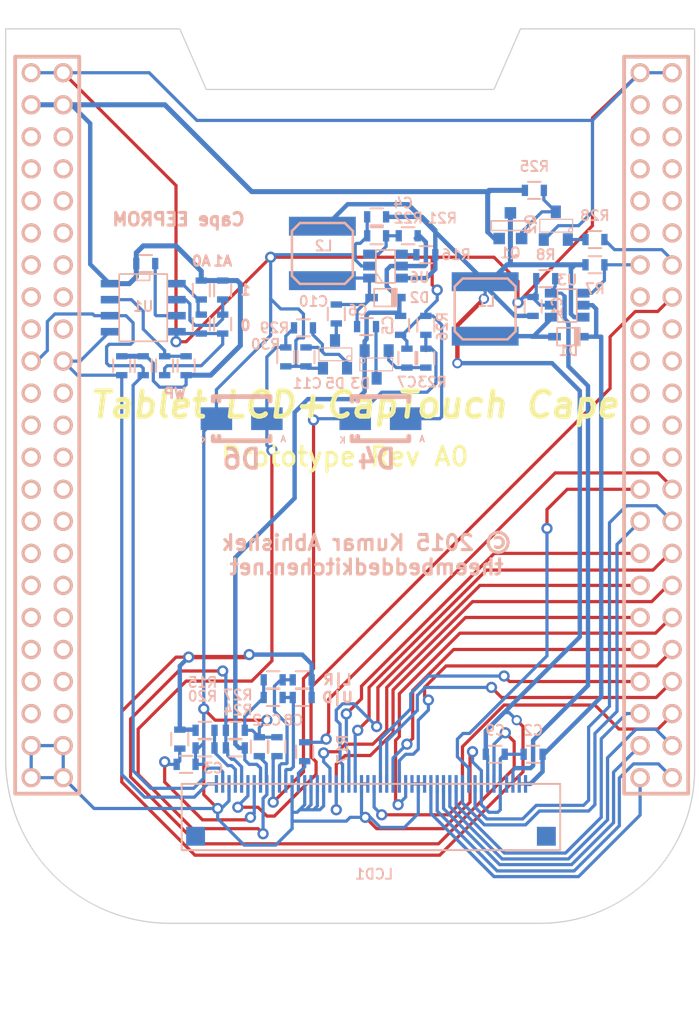
<source format=kicad_pcb>
(kicad_pcb (version 4) (host pcbnew 0.201502122346+5414~21~ubuntu14.04.1-product)

  (general
    (links 160)
    (no_connects 1)
    (area 45.249999 54.849999 99.950001 125.850001)
    (thickness 1.6)
    (drawings 23)
    (tracks 776)
    (zones 0)
    (modules 57)
    (nets 111)
  )

  (page A4)
  (layers
    (0 F.Cu signal)
    (31 B.Cu signal)
    (32 B.Adhes user)
    (33 F.Adhes user)
    (34 B.Paste user)
    (35 F.Paste user)
    (36 B.SilkS user)
    (37 F.SilkS user)
    (38 B.Mask user)
    (39 F.Mask user)
    (40 Dwgs.User user hide)
    (41 Cmts.User user)
    (42 Eco1.User user)
    (43 Eco2.User user)
    (44 Edge.Cuts user)
    (45 Margin user)
    (46 B.CrtYd user)
    (47 F.CrtYd user)
    (48 B.Fab user)
    (49 F.Fab user)
  )

  (setup
    (last_trace_width 0.4)
    (user_trace_width 0.254)
    (user_trace_width 0.254)
    (user_trace_width 0.289)
    (user_trace_width 0.35)
    (user_trace_width 0.35)
    (user_trace_width 0.4)
    (user_trace_width 0.5)
    (trace_clearance 0.1524)
    (zone_clearance 0.508)
    (zone_45_only no)
    (trace_min 0.127)
    (segment_width 0.2)
    (edge_width 0.1)
    (via_size 0.8128)
    (via_drill 0.508)
    (via_min_size 0.654)
    (via_min_drill 0.4)
    (user_via 0.762 0.508)
    (user_via 0.8 0.508)
    (uvia_size 0.558)
    (uvia_drill 0.3048)
    (uvias_allowed no)
    (uvia_min_size 0.558)
    (uvia_min_drill 0.3048)
    (pcb_text_width 0.3)
    (pcb_text_size 1.2 1.2)
    (mod_edge_width 0.15)
    (mod_text_size 0.7 0.7)
    (mod_text_width 0.15)
    (pad_size 1.5 1.5)
    (pad_drill 0.6)
    (pad_to_mask_clearance 0)
    (aux_axis_origin 0 0)
    (visible_elements FFFEFF7F)
    (pcbplotparams
      (layerselection 0x00000_80000001)
      (usegerberextensions false)
      (excludeedgelayer false)
      (linewidth 0.150000)
      (plotframeref false)
      (viasonmask false)
      (mode 1)
      (useauxorigin false)
      (hpglpennumber 1)
      (hpglpenspeed 20)
      (hpglpendiameter 15)
      (hpglpenoverlay 2)
      (psnegative false)
      (psa4output false)
      (plotreference false)
      (plotvalue false)
      (plotinvisibletext false)
      (padsonsilk false)
      (subtractmaskfromsilk false)
      (outputformat 4)
      (mirror false)
      (drillshape 2)
      (scaleselection 1)
      (outputdirectory output))
  )

  (net 0 "")
  (net 1 +3V3_B)
  (net 2 GND)
  (net 3 /VLED)
  (net 4 "Net-(C3-Pad2)")
  (net 5 /AVDD)
  (net 6 "Net-(C6-Pad1)")
  (net 7 /SW2)
  (net 8 "Net-(C7-Pad2)")
  (net 9 /VGH)
  (net 10 "Net-(C10-Pad1)")
  (net 11 "Net-(C11-Pad2)")
  (net 12 /VGL)
  (net 13 /SW1)
  (net 14 /I2C2_SDA)
  (net 15 /I2C2_SCL)
  (net 16 /LCD_D15)
  (net 17 /LCD_D5)
  (net 18 /LCD_D6)
  (net 19 /LCD_D7)
  (net 20 /LCD_D4)
  (net 21 /LCD_D3)
  (net 22 /LCD_D2)
  (net 23 /LCD_D1)
  (net 24 /LCD_D0)
  (net 25 /LCD_D10)
  (net 26 /LCD_D9)
  (net 27 /LCD_D8)
  (net 28 /VCOM)
  (net 29 /LCD_DE)
  (net 30 /LCD_VSYNC)
  (net 31 /LCD_HSYNC)
  (net 32 /LCD_D14)
  (net 33 /LCD_D13)
  (net 34 /LCD_D12)
  (net 35 /LCD_D11)
  (net 36 "Net-(LCD1-Pad37)")
  (net 37 /LCD_LR)
  (net 38 /LCD_UD)
  (net 39 /TP_IRQ)
  (net 40 /LCD_DITHB)
  (net 41 "Net-(Q1-PadG)")
  (net 42 +3V3)
  (net 43 "Net-(Q2-Pad1)")
  (net 44 "Net-(R3-Pad1)")
  (net 45 "Net-(R4-Pad1)")
  (net 46 "Net-(R10-Pad2)")
  (net 47 "Net-(R11-Pad2)")
  (net 48 /BL_PWM)
  (net 49 /LCD_PCLK)
  (net 50 /LCD_EN)
  (net 51 "Net-(U4-Pad9)")
  (net 52 "Net-(U4-Pad7)")
  (net 53 "Net-(U4-Pad5)")
  (net 54 "Net-(U4-Pad3)")
  (net 55 "Net-(U4-Pad26)")
  (net 56 "Net-(U4-Pad24)")
  (net 57 "Net-(U4-Pad22)")
  (net 58 "Net-(U4-Pad20)")
  (net 59 "Net-(U4-Pad18)")
  (net 60 "Net-(U4-Pad25)")
  (net 61 "Net-(U4-Pad23)")
  (net 62 "Net-(U4-Pad21)")
  (net 63 "Net-(U4-Pad12)")
  (net 64 "Net-(U4-Pad19)")
  (net 65 "Net-(U4-Pad10)")
  (net 66 "Net-(U4-Pad17)")
  (net 67 "Net-(U4-Pad8)")
  (net 68 "Net-(U4-Pad15)")
  (net 69 "Net-(U4-Pad6)")
  (net 70 "Net-(U4-Pad4)")
  (net 71 "Net-(U4-Pad11)")
  (net 72 "Net-(U4-Pad911)")
  (net 73 "Net-(U4-Pad913)")
  (net 74 "Net-(U4-Pad906)")
  (net 75 "Net-(U4-Pad915)")
  (net 76 "Net-(U4-Pad908)")
  (net 77 "Net-(U4-Pad917)")
  (net 78 "Net-(U4-Pad910)")
  (net 79 "Net-(U4-Pad912)")
  (net 80 "Net-(U4-Pad921)")
  (net 81 "Net-(U4-Pad914)")
  (net 82 "Net-(U4-Pad923)")
  (net 83 "Net-(U4-Pad916)")
  (net 84 "Net-(U4-Pad925)")
  (net 85 "Net-(U4-Pad918)")
  (net 86 "Net-(U4-Pad927)")
  (net 87 "Net-(U4-Pad929)")
  (net 88 "Net-(U4-Pad922)")
  (net 89 "Net-(U4-Pad931)")
  (net 90 "Net-(U4-Pad924)")
  (net 91 "Net-(U4-Pad926)")
  (net 92 "Net-(U4-Pad933)")
  (net 93 "Net-(U4-Pad928)")
  (net 94 "Net-(U4-Pad932)")
  (net 95 "Net-(U4-Pad934)")
  (net 96 "Net-(U4-Pad936)")
  (net 97 "Net-(U4-Pad938)")
  (net 98 "Net-(U4-Pad935)")
  (net 99 "Net-(U4-Pad937)")
  (net 100 "Net-(U4-Pad905)")
  (net 101 "Net-(U4-Pad907)")
  (net 102 "Net-(U4-Pad909)")
  (net 103 "Net-(U4-Pad939)")
  (net 104 "Net-(U4-Pad940)")
  (net 105 "Net-(U4-Pad930)")
  (net 106 "Net-(U4-Pad941)")
  (net 107 "Net-(U4-Pad942)")
  (net 108 "Net-(R16-Pad2)")
  (net 109 "Net-(R21-Pad2)")
  (net 110 "Net-(LCD1-Pad3)")

  (net_class Default "This is the default net class."
    (clearance 0.1524)
    (trace_width 0.254)
    (via_dia 0.8128)
    (via_drill 0.508)
    (uvia_dia 0.558)
    (uvia_drill 0.3048)
    (add_net /AVDD)
    (add_net /BL_PWM)
    (add_net /I2C2_SCL)
    (add_net /I2C2_SDA)
    (add_net /LCD_D0)
    (add_net /LCD_D1)
    (add_net /LCD_D10)
    (add_net /LCD_D11)
    (add_net /LCD_D12)
    (add_net /LCD_D13)
    (add_net /LCD_D14)
    (add_net /LCD_D15)
    (add_net /LCD_D2)
    (add_net /LCD_D3)
    (add_net /LCD_D4)
    (add_net /LCD_D5)
    (add_net /LCD_D6)
    (add_net /LCD_D7)
    (add_net /LCD_D8)
    (add_net /LCD_D9)
    (add_net /LCD_DE)
    (add_net /LCD_DITHB)
    (add_net /LCD_EN)
    (add_net /LCD_HSYNC)
    (add_net /LCD_LR)
    (add_net /LCD_PCLK)
    (add_net /LCD_UD)
    (add_net /LCD_VSYNC)
    (add_net /SW1)
    (add_net /SW2)
    (add_net /TP_IRQ)
    (add_net /VCOM)
    (add_net /VGH)
    (add_net /VGL)
    (add_net /VLED)
    (add_net GND)
    (add_net "Net-(C10-Pad1)")
    (add_net "Net-(C11-Pad2)")
    (add_net "Net-(C3-Pad2)")
    (add_net "Net-(C6-Pad1)")
    (add_net "Net-(C7-Pad2)")
    (add_net "Net-(LCD1-Pad3)")
    (add_net "Net-(LCD1-Pad37)")
    (add_net "Net-(Q1-PadG)")
    (add_net "Net-(Q2-Pad1)")
    (add_net "Net-(R10-Pad2)")
    (add_net "Net-(R11-Pad2)")
    (add_net "Net-(R16-Pad2)")
    (add_net "Net-(R21-Pad2)")
    (add_net "Net-(R3-Pad1)")
    (add_net "Net-(R4-Pad1)")
    (add_net "Net-(U4-Pad10)")
    (add_net "Net-(U4-Pad11)")
    (add_net "Net-(U4-Pad12)")
    (add_net "Net-(U4-Pad15)")
    (add_net "Net-(U4-Pad17)")
    (add_net "Net-(U4-Pad18)")
    (add_net "Net-(U4-Pad19)")
    (add_net "Net-(U4-Pad20)")
    (add_net "Net-(U4-Pad21)")
    (add_net "Net-(U4-Pad22)")
    (add_net "Net-(U4-Pad23)")
    (add_net "Net-(U4-Pad24)")
    (add_net "Net-(U4-Pad25)")
    (add_net "Net-(U4-Pad26)")
    (add_net "Net-(U4-Pad3)")
    (add_net "Net-(U4-Pad4)")
    (add_net "Net-(U4-Pad5)")
    (add_net "Net-(U4-Pad6)")
    (add_net "Net-(U4-Pad7)")
    (add_net "Net-(U4-Pad8)")
    (add_net "Net-(U4-Pad9)")
    (add_net "Net-(U4-Pad905)")
    (add_net "Net-(U4-Pad906)")
    (add_net "Net-(U4-Pad907)")
    (add_net "Net-(U4-Pad908)")
    (add_net "Net-(U4-Pad909)")
    (add_net "Net-(U4-Pad910)")
    (add_net "Net-(U4-Pad911)")
    (add_net "Net-(U4-Pad912)")
    (add_net "Net-(U4-Pad913)")
    (add_net "Net-(U4-Pad914)")
    (add_net "Net-(U4-Pad915)")
    (add_net "Net-(U4-Pad916)")
    (add_net "Net-(U4-Pad917)")
    (add_net "Net-(U4-Pad918)")
    (add_net "Net-(U4-Pad921)")
    (add_net "Net-(U4-Pad922)")
    (add_net "Net-(U4-Pad923)")
    (add_net "Net-(U4-Pad924)")
    (add_net "Net-(U4-Pad925)")
    (add_net "Net-(U4-Pad926)")
    (add_net "Net-(U4-Pad927)")
    (add_net "Net-(U4-Pad928)")
    (add_net "Net-(U4-Pad929)")
    (add_net "Net-(U4-Pad930)")
    (add_net "Net-(U4-Pad931)")
    (add_net "Net-(U4-Pad932)")
    (add_net "Net-(U4-Pad933)")
    (add_net "Net-(U4-Pad934)")
    (add_net "Net-(U4-Pad935)")
    (add_net "Net-(U4-Pad936)")
    (add_net "Net-(U4-Pad937)")
    (add_net "Net-(U4-Pad938)")
    (add_net "Net-(U4-Pad939)")
    (add_net "Net-(U4-Pad940)")
    (add_net "Net-(U4-Pad941)")
    (add_net "Net-(U4-Pad942)")
  )

  (net_class Power ""
    (clearance 0.1524)
    (trace_width 0.35)
    (via_dia 0.8128)
    (via_drill 0.508)
    (uvia_dia 0.558)
    (uvia_drill 0.3048)
    (add_net +3V3)
    (add_net +3V3_B)
  )

  (net_class Signal ""
    (clearance 0.1524)
    (trace_width 0.254)
    (via_dia 0.8128)
    (via_drill 0.508)
    (uvia_dia 0.558)
    (uvia_drill 0.3048)
  )

  (module Resistors_SMD:R_0603 placed (layer B.Cu) (tedit 5415CC62) (tstamp 54E9072E)
    (at 87.1 76.9 90)
    (descr "Resistor SMD 0603, reflow soldering, Vishay (see dcrcw.pdf)")
    (tags "resistor 0603")
    (path /54E4F98C)
    (attr smd)
    (fp_text reference C1 (at 0 1.9 90) (layer B.SilkS)
      (effects (font (size 0.8 0.8) (thickness 0.15)) (justify mirror))
    )
    (fp_text value 224 (at 0 -1.9 90) (layer Cmts.User)
      (effects (font (size 0.8 0.8) (thickness 0.15)) (justify mirror))
    )
    (fp_line (start -1.3 0.8) (end 1.3 0.8) (layer B.CrtYd) (width 0.05))
    (fp_line (start -1.3 -0.8) (end 1.3 -0.8) (layer B.CrtYd) (width 0.05))
    (fp_line (start -1.3 0.8) (end -1.3 -0.8) (layer B.CrtYd) (width 0.05))
    (fp_line (start 1.3 0.8) (end 1.3 -0.8) (layer B.CrtYd) (width 0.05))
    (fp_line (start 0.5 -0.675) (end -0.5 -0.675) (layer B.SilkS) (width 0.15))
    (fp_line (start -0.5 0.675) (end 0.5 0.675) (layer B.SilkS) (width 0.15))
    (pad 1 smd rect (at -0.75 0 90) (size 0.5 0.9) (layers B.Cu B.Paste B.Mask)
      (net 1 +3V3_B))
    (pad 2 smd rect (at 0.75 0 90) (size 0.5 0.9) (layers B.Cu B.Paste B.Mask)
      (net 2 GND))
    (model Resistors_SMD/R_0603.wrl
      (at (xyz 0 0 0))
      (scale (xyz 1 1 1))
      (rotate (xyz 0 0 0))
    )
  )

  (module Resistors_SMD:R_0603 placed (layer B.Cu) (tedit 5415CC62) (tstamp 54E9073A)
    (at 87.1 112.4 180)
    (descr "Resistor SMD 0603, reflow soldering, Vishay (see dcrcw.pdf)")
    (tags "resistor 0603")
    (path /54E4F96E)
    (attr smd)
    (fp_text reference C2 (at 0 1.9 180) (layer B.SilkS)
      (effects (font (size 0.8 0.8) (thickness 0.15)) (justify mirror))
    )
    (fp_text value 224 (at 0 -1.9 180) (layer Cmts.User)
      (effects (font (size 0.8 0.8) (thickness 0.15)) (justify mirror))
    )
    (fp_line (start -1.3 0.8) (end 1.3 0.8) (layer B.CrtYd) (width 0.05))
    (fp_line (start -1.3 -0.8) (end 1.3 -0.8) (layer B.CrtYd) (width 0.05))
    (fp_line (start -1.3 0.8) (end -1.3 -0.8) (layer B.CrtYd) (width 0.05))
    (fp_line (start 1.3 0.8) (end 1.3 -0.8) (layer B.CrtYd) (width 0.05))
    (fp_line (start 0.5 -0.675) (end -0.5 -0.675) (layer B.SilkS) (width 0.15))
    (fp_line (start -0.5 0.675) (end 0.5 0.675) (layer B.SilkS) (width 0.15))
    (pad 1 smd rect (at -0.75 0 180) (size 0.5 0.9) (layers B.Cu B.Paste B.Mask)
      (net 3 /VLED))
    (pad 2 smd rect (at 0.75 0 180) (size 0.5 0.9) (layers B.Cu B.Paste B.Mask)
      (net 2 GND))
    (model Resistors_SMD/R_0603.wrl
      (at (xyz 0 0 0))
      (scale (xyz 1 1 1))
      (rotate (xyz 0 0 0))
    )
  )

  (module Resistors_SMD:R_0603 placed (layer B.Cu) (tedit 54EE73A5) (tstamp 54E90746)
    (at 59.6 113.2 180)
    (descr "Resistor SMD 0603, reflow soldering, Vishay (see dcrcw.pdf)")
    (tags "resistor 0603")
    (path /54EA4497)
    (attr smd)
    (fp_text reference C3 (at -2.15 -0.3 180) (layer B.SilkS)
      (effects (font (size 0.8 0.8) (thickness 0.15)) (justify mirror))
    )
    (fp_text value 104 (at 0 -1.9 180) (layer Cmts.User)
      (effects (font (size 0.8 0.8) (thickness 0.15)) (justify mirror))
    )
    (fp_line (start -1.3 0.8) (end 1.3 0.8) (layer B.CrtYd) (width 0.05))
    (fp_line (start -1.3 -0.8) (end 1.3 -0.8) (layer B.CrtYd) (width 0.05))
    (fp_line (start -1.3 0.8) (end -1.3 -0.8) (layer B.CrtYd) (width 0.05))
    (fp_line (start 1.3 0.8) (end 1.3 -0.8) (layer B.CrtYd) (width 0.05))
    (fp_line (start 0.5 -0.675) (end -0.5 -0.675) (layer B.SilkS) (width 0.15))
    (fp_line (start -0.5 0.675) (end 0.5 0.675) (layer B.SilkS) (width 0.15))
    (pad 1 smd rect (at -0.75 0 180) (size 0.5 0.9) (layers B.Cu B.Paste B.Mask)
      (net 2 GND))
    (pad 2 smd rect (at 0.75 0 180) (size 0.5 0.9) (layers B.Cu B.Paste B.Mask)
      (net 4 "Net-(C3-Pad2)"))
    (model Resistors_SMD/R_0603.wrl
      (at (xyz 0 0 0))
      (scale (xyz 1 1 1))
      (rotate (xyz 0 0 0))
    )
  )

  (module Resistors_SMD:R_0603 placed (layer B.Cu) (tedit 54EAA28C) (tstamp 54E90752)
    (at 74.7 69.8 180)
    (descr "Resistor SMD 0603, reflow soldering, Vishay (see dcrcw.pdf)")
    (tags "resistor 0603")
    (path /54B7FB93)
    (attr smd)
    (fp_text reference C4 (at -2.1 1.1 180) (layer B.SilkS)
      (effects (font (size 0.8 0.8) (thickness 0.15)) (justify mirror))
    )
    (fp_text value 224 (at 0 -1.9 180) (layer Cmts.User)
      (effects (font (size 0.8 0.8) (thickness 0.15)) (justify mirror))
    )
    (fp_line (start -1.3 0.8) (end 1.3 0.8) (layer B.CrtYd) (width 0.05))
    (fp_line (start -1.3 -0.8) (end 1.3 -0.8) (layer B.CrtYd) (width 0.05))
    (fp_line (start -1.3 0.8) (end -1.3 -0.8) (layer B.CrtYd) (width 0.05))
    (fp_line (start 1.3 0.8) (end 1.3 -0.8) (layer B.CrtYd) (width 0.05))
    (fp_line (start 0.5 -0.675) (end -0.5 -0.675) (layer B.SilkS) (width 0.15))
    (fp_line (start -0.5 0.675) (end 0.5 0.675) (layer B.SilkS) (width 0.15))
    (pad 1 smd rect (at -0.75 0 180) (size 0.5 0.9) (layers B.Cu B.Paste B.Mask)
      (net 1 +3V3_B))
    (pad 2 smd rect (at 0.75 0 180) (size 0.5 0.9) (layers B.Cu B.Paste B.Mask)
      (net 2 GND))
    (model Resistors_SMD/R_0603.wrl
      (at (xyz 0 0 0))
      (scale (xyz 1 1 1))
      (rotate (xyz 0 0 0))
    )
  )

  (module Resistors_SMD:R_0603 placed (layer B.Cu) (tedit 54EAA22B) (tstamp 54E9075E)
    (at 76.6 78.4 270)
    (descr "Resistor SMD 0603, reflow soldering, Vishay (see dcrcw.pdf)")
    (tags "resistor 0603")
    (path /54B4212F)
    (attr smd)
    (fp_text reference C5 (at 0 1 270) (layer B.SilkS)
      (effects (font (size 0.8 0.8) (thickness 0.15)) (justify mirror))
    )
    (fp_text value 224 (at 0 -1.9 270) (layer Cmts.User)
      (effects (font (size 0.8 0.8) (thickness 0.15)) (justify mirror))
    )
    (fp_line (start -1.3 0.8) (end 1.3 0.8) (layer B.CrtYd) (width 0.05))
    (fp_line (start -1.3 -0.8) (end 1.3 -0.8) (layer B.CrtYd) (width 0.05))
    (fp_line (start -1.3 0.8) (end -1.3 -0.8) (layer B.CrtYd) (width 0.05))
    (fp_line (start 1.3 0.8) (end 1.3 -0.8) (layer B.CrtYd) (width 0.05))
    (fp_line (start 0.5 -0.675) (end -0.5 -0.675) (layer B.SilkS) (width 0.15))
    (fp_line (start -0.5 0.675) (end 0.5 0.675) (layer B.SilkS) (width 0.15))
    (pad 1 smd rect (at -0.75 0 270) (size 0.5 0.9) (layers B.Cu B.Paste B.Mask)
      (net 5 /AVDD))
    (pad 2 smd rect (at 0.75 0 270) (size 0.5 0.9) (layers B.Cu B.Paste B.Mask)
      (net 2 GND))
    (model Resistors_SMD/R_0603.wrl
      (at (xyz 0 0 0))
      (scale (xyz 1 1 1))
      (rotate (xyz 0 0 0))
    )
  )

  (module Resistors_SMD:R_0603 placed (layer B.Cu) (tedit 54EAA21D) (tstamp 54E9076A)
    (at 73.9 78.5 180)
    (descr "Resistor SMD 0603, reflow soldering, Vishay (see dcrcw.pdf)")
    (tags "resistor 0603")
    (path /54B4304D)
    (attr smd)
    (fp_text reference C6 (at 0.7 1.3 180) (layer B.SilkS)
      (effects (font (size 0.8 0.8) (thickness 0.15)) (justify mirror))
    )
    (fp_text value 104 (at 0 -1.9 180) (layer Cmts.User)
      (effects (font (size 0.8 0.8) (thickness 0.15)) (justify mirror))
    )
    (fp_line (start -1.3 0.8) (end 1.3 0.8) (layer B.CrtYd) (width 0.05))
    (fp_line (start -1.3 -0.8) (end 1.3 -0.8) (layer B.CrtYd) (width 0.05))
    (fp_line (start -1.3 0.8) (end -1.3 -0.8) (layer B.CrtYd) (width 0.05))
    (fp_line (start 1.3 0.8) (end 1.3 -0.8) (layer B.CrtYd) (width 0.05))
    (fp_line (start 0.5 -0.675) (end -0.5 -0.675) (layer B.SilkS) (width 0.15))
    (fp_line (start -0.5 0.675) (end 0.5 0.675) (layer B.SilkS) (width 0.15))
    (pad 1 smd rect (at -0.75 0 180) (size 0.5 0.9) (layers B.Cu B.Paste B.Mask)
      (net 6 "Net-(C6-Pad1)"))
    (pad 2 smd rect (at 0.75 0 180) (size 0.5 0.9) (layers B.Cu B.Paste B.Mask)
      (net 7 /SW2))
    (model Resistors_SMD/R_0603.wrl
      (at (xyz 0 0 0))
      (scale (xyz 1 1 1))
      (rotate (xyz 0 0 0))
    )
  )

  (module Resistors_SMD:R_0603 placed (layer B.Cu) (tedit 54EAA242) (tstamp 54E90776)
    (at 77.1 81 270)
    (descr "Resistor SMD 0603, reflow soldering, Vishay (see dcrcw.pdf)")
    (tags "resistor 0603")
    (path /54B43A07)
    (attr smd)
    (fp_text reference C7 (at 1.9 0 360) (layer B.SilkS)
      (effects (font (size 0.8 0.8) (thickness 0.15)) (justify mirror))
    )
    (fp_text value 104 (at 0 -1.9 270) (layer Cmts.User)
      (effects (font (size 0.8 0.8) (thickness 0.15)) (justify mirror))
    )
    (fp_line (start -1.3 0.8) (end 1.3 0.8) (layer B.CrtYd) (width 0.05))
    (fp_line (start -1.3 -0.8) (end 1.3 -0.8) (layer B.CrtYd) (width 0.05))
    (fp_line (start -1.3 0.8) (end -1.3 -0.8) (layer B.CrtYd) (width 0.05))
    (fp_line (start 1.3 0.8) (end 1.3 -0.8) (layer B.CrtYd) (width 0.05))
    (fp_line (start 0.5 -0.675) (end -0.5 -0.675) (layer B.SilkS) (width 0.15))
    (fp_line (start -0.5 0.675) (end 0.5 0.675) (layer B.SilkS) (width 0.15))
    (pad 1 smd rect (at -0.75 0 270) (size 0.5 0.9) (layers B.Cu B.Paste B.Mask)
      (net 2 GND))
    (pad 2 smd rect (at 0.75 0 270) (size 0.5 0.9) (layers B.Cu B.Paste B.Mask)
      (net 8 "Net-(C7-Pad2)"))
    (model Resistors_SMD/R_0603.wrl
      (at (xyz 0 0 0))
      (scale (xyz 1 1 1))
      (rotate (xyz 0 0 0))
    )
  )

  (module Resistors_SMD:R_0603 placed (layer B.Cu) (tedit 54EE7699) (tstamp 54ED2876)
    (at 66.8 111.8 270)
    (descr "Resistor SMD 0603, reflow soldering, Vishay (see dcrcw.pdf)")
    (tags "resistor 0603")
    (path /54B4434E)
    (attr smd)
    (fp_text reference C8 (at -2.1 -1.3 360) (layer B.SilkS)
      (effects (font (size 0.8 0.8) (thickness 0.15)) (justify mirror))
    )
    (fp_text value 104 (at 0 -1.9 270) (layer Cmts.User)
      (effects (font (size 0.8 0.8) (thickness 0.15)) (justify mirror))
    )
    (fp_line (start -1.3 0.8) (end 1.3 0.8) (layer B.CrtYd) (width 0.05))
    (fp_line (start -1.3 -0.8) (end 1.3 -0.8) (layer B.CrtYd) (width 0.05))
    (fp_line (start -1.3 0.8) (end -1.3 -0.8) (layer B.CrtYd) (width 0.05))
    (fp_line (start 1.3 0.8) (end 1.3 -0.8) (layer B.CrtYd) (width 0.05))
    (fp_line (start 0.5 -0.675) (end -0.5 -0.675) (layer B.SilkS) (width 0.15))
    (fp_line (start -0.5 0.675) (end 0.5 0.675) (layer B.SilkS) (width 0.15))
    (pad 1 smd rect (at -0.75 0 270) (size 0.5 0.9) (layers B.Cu B.Paste B.Mask)
      (net 2 GND))
    (pad 2 smd rect (at 0.75 0 270) (size 0.5 0.9) (layers B.Cu B.Paste B.Mask)
      (net 9 /VGH))
    (model Resistors_SMD/R_0603.wrl
      (at (xyz 0 0 0))
      (scale (xyz 1 1 1))
      (rotate (xyz 0 0 0))
    )
  )

  (module Resistors_SMD:R_0603 placed (layer B.Cu) (tedit 5415CC62) (tstamp 54E9078E)
    (at 84.1 112.4 180)
    (descr "Resistor SMD 0603, reflow soldering, Vishay (see dcrcw.pdf)")
    (tags "resistor 0603")
    (path /54E7A880)
    (attr smd)
    (fp_text reference C9 (at 0 1.9 180) (layer B.SilkS)
      (effects (font (size 0.8 0.8) (thickness 0.15)) (justify mirror))
    )
    (fp_text value 104 (at 0 -1.9 180) (layer Cmts.User)
      (effects (font (size 0.8 0.8) (thickness 0.15)) (justify mirror))
    )
    (fp_line (start -1.3 0.8) (end 1.3 0.8) (layer B.CrtYd) (width 0.05))
    (fp_line (start -1.3 -0.8) (end 1.3 -0.8) (layer B.CrtYd) (width 0.05))
    (fp_line (start -1.3 0.8) (end -1.3 -0.8) (layer B.CrtYd) (width 0.05))
    (fp_line (start 1.3 0.8) (end 1.3 -0.8) (layer B.CrtYd) (width 0.05))
    (fp_line (start 0.5 -0.675) (end -0.5 -0.675) (layer B.SilkS) (width 0.15))
    (fp_line (start -0.5 0.675) (end 0.5 0.675) (layer B.SilkS) (width 0.15))
    (pad 1 smd rect (at -0.75 0 180) (size 0.5 0.9) (layers B.Cu B.Paste B.Mask)
      (net 2 GND))
    (pad 2 smd rect (at 0.75 0 180) (size 0.5 0.9) (layers B.Cu B.Paste B.Mask)
      (net 1 +3V3_B))
    (model Resistors_SMD/R_0603.wrl
      (at (xyz 0 0 0))
      (scale (xyz 1 1 1))
      (rotate (xyz 0 0 0))
    )
  )

  (module Resistors_SMD:R_0603 placed (layer B.Cu) (tedit 54EAA213) (tstamp 54E9079A)
    (at 71.5 77.5 90)
    (descr "Resistor SMD 0603, reflow soldering, Vishay (see dcrcw.pdf)")
    (tags "resistor 0603")
    (path /54B4727C)
    (attr smd)
    (fp_text reference C10 (at 1 -1.8 180) (layer B.SilkS)
      (effects (font (size 0.8 0.8) (thickness 0.15)) (justify mirror))
    )
    (fp_text value 104 (at 0 -1.9 90) (layer Cmts.User)
      (effects (font (size 0.8 0.8) (thickness 0.15)) (justify mirror))
    )
    (fp_line (start -1.3 0.8) (end 1.3 0.8) (layer B.CrtYd) (width 0.05))
    (fp_line (start -1.3 -0.8) (end 1.3 -0.8) (layer B.CrtYd) (width 0.05))
    (fp_line (start -1.3 0.8) (end -1.3 -0.8) (layer B.CrtYd) (width 0.05))
    (fp_line (start 1.3 0.8) (end 1.3 -0.8) (layer B.CrtYd) (width 0.05))
    (fp_line (start 0.5 -0.675) (end -0.5 -0.675) (layer B.SilkS) (width 0.15))
    (fp_line (start -0.5 0.675) (end 0.5 0.675) (layer B.SilkS) (width 0.15))
    (pad 1 smd rect (at -0.75 0 90) (size 0.5 0.9) (layers B.Cu B.Paste B.Mask)
      (net 10 "Net-(C10-Pad1)"))
    (pad 2 smd rect (at 0.75 0 90) (size 0.5 0.9) (layers B.Cu B.Paste B.Mask)
      (net 7 /SW2))
    (model Resistors_SMD/R_0603.wrl
      (at (xyz 0 0 0))
      (scale (xyz 1 1 1))
      (rotate (xyz 0 0 0))
    )
  )

  (module Resistors_SMD:R_0603 placed (layer B.Cu) (tedit 54EAA2B9) (tstamp 54E907A6)
    (at 69.1 80.9 90)
    (descr "Resistor SMD 0603, reflow soldering, Vishay (see dcrcw.pdf)")
    (tags "resistor 0603")
    (path /54B47287)
    (attr smd)
    (fp_text reference C11 (at -2.1 0.1 180) (layer B.SilkS)
      (effects (font (size 0.8 0.8) (thickness 0.15)) (justify mirror))
    )
    (fp_text value 104 (at 0 -1.9 90) (layer Cmts.User)
      (effects (font (size 0.8 0.8) (thickness 0.15)) (justify mirror))
    )
    (fp_line (start -1.3 0.8) (end 1.3 0.8) (layer B.CrtYd) (width 0.05))
    (fp_line (start -1.3 -0.8) (end 1.3 -0.8) (layer B.CrtYd) (width 0.05))
    (fp_line (start -1.3 0.8) (end -1.3 -0.8) (layer B.CrtYd) (width 0.05))
    (fp_line (start 1.3 0.8) (end 1.3 -0.8) (layer B.CrtYd) (width 0.05))
    (fp_line (start 0.5 -0.675) (end -0.5 -0.675) (layer B.SilkS) (width 0.15))
    (fp_line (start -0.5 0.675) (end 0.5 0.675) (layer B.SilkS) (width 0.15))
    (pad 1 smd rect (at -0.75 0 90) (size 0.5 0.9) (layers B.Cu B.Paste B.Mask)
      (net 2 GND))
    (pad 2 smd rect (at 0.75 0 90) (size 0.5 0.9) (layers B.Cu B.Paste B.Mask)
      (net 11 "Net-(C11-Pad2)"))
    (model Resistors_SMD/R_0603.wrl
      (at (xyz 0 0 0))
      (scale (xyz 1 1 1))
      (rotate (xyz 0 0 0))
    )
  )

  (module Resistors_SMD:R_0603 placed (layer B.Cu) (tedit 54EE7695) (tstamp 54F29037)
    (at 65.4 111.8 270)
    (descr "Resistor SMD 0603, reflow soldering, Vishay (see dcrcw.pdf)")
    (tags "resistor 0603")
    (path /54B472A3)
    (attr smd)
    (fp_text reference C12 (at -2.1 -0.6 540) (layer B.SilkS)
      (effects (font (size 0.8 0.8) (thickness 0.15)) (justify mirror))
    )
    (fp_text value 104 (at 0 -1.9 270) (layer Cmts.User)
      (effects (font (size 0.8 0.8) (thickness 0.15)) (justify mirror))
    )
    (fp_line (start -1.3 0.8) (end 1.3 0.8) (layer B.CrtYd) (width 0.05))
    (fp_line (start -1.3 -0.8) (end 1.3 -0.8) (layer B.CrtYd) (width 0.05))
    (fp_line (start -1.3 0.8) (end -1.3 -0.8) (layer B.CrtYd) (width 0.05))
    (fp_line (start 1.3 0.8) (end 1.3 -0.8) (layer B.CrtYd) (width 0.05))
    (fp_line (start 0.5 -0.675) (end -0.5 -0.675) (layer B.SilkS) (width 0.15))
    (fp_line (start -0.5 0.675) (end 0.5 0.675) (layer B.SilkS) (width 0.15))
    (pad 1 smd rect (at -0.75 0 270) (size 0.5 0.9) (layers B.Cu B.Paste B.Mask)
      (net 2 GND))
    (pad 2 smd rect (at 0.75 0 270) (size 0.5 0.9) (layers B.Cu B.Paste B.Mask)
      (net 12 /VGL))
    (model Resistors_SMD/R_0603.wrl
      (at (xyz 0 0 0))
      (scale (xyz 1 1 1))
      (rotate (xyz 0 0 0))
    )
  )

  (module SMD_Packages:SOT-23_Inv placed (layer B.Cu) (tedit 54EAA238) (tstamp 54E907E0)
    (at 74.7 81.5)
    (descr "SZOT23 with PIN 2 and 3 swapped, for Diodes")
    (tags SOT23)
    (path /54E4CCD1)
    (attr smd)
    (fp_text reference D3 (at -1.3 1.5) (layer B.SilkS)
      (effects (font (size 0.8 0.8) (thickness 0.15)) (justify mirror))
    )
    (fp_text value BAT54S (at 0.0635 0) (layer Cmts.User)
      (effects (font (size 0.8 0.8) (thickness 0.15)) (justify mirror))
    )
    (fp_circle (center -1.12522 -0.29972) (end -1.12522 -0.50038) (layer B.SilkS) (width 0.07874))
    (fp_line (start 1.27 0.508) (end 1.27 -0.508) (layer B.SilkS) (width 0.07874))
    (fp_line (start -1.3335 0.508) (end -1.3335 -0.508) (layer B.SilkS) (width 0.07874))
    (fp_line (start 1.27 -0.508) (end -1.3335 -0.508) (layer B.SilkS) (width 0.07874))
    (fp_line (start -1.3335 0.508) (end 1.27 0.508) (layer B.SilkS) (width 0.07874))
    (pad 2 smd rect (at 0 1.09982) (size 0.8001 1.00076) (layers B.Cu B.Paste B.Mask)
      (net 6 "Net-(C6-Pad1)"))
    (pad 3 smd rect (at 0.9525 -1.09982) (size 0.8001 1.00076) (layers B.Cu B.Paste B.Mask)
      (net 8 "Net-(C7-Pad2)"))
    (pad 1 smd rect (at -0.9525 -1.09982) (size 0.8001 1.00076) (layers B.Cu B.Paste B.Mask)
      (net 5 /AVDD))
    (model smd\SOT23_3.wrl
      (at (xyz 0 0 0))
      (scale (xyz 0.4 0.4 0.4))
      (rotate (xyz 0 0 180))
    )
  )

  (module SMD_Packages:SOT-23_Inv placed (layer B.Cu) (tedit 54EAA2A8) (tstamp 54E907FF)
    (at 71.4 80.7 180)
    (descr "SZOT23 with PIN 2 and 3 swapped, for Diodes")
    (tags SOT23)
    (path /54E55AC7)
    (attr smd)
    (fp_text reference D5 (at 0 -2.3 180) (layer B.SilkS)
      (effects (font (size 0.8 0.8) (thickness 0.15)) (justify mirror))
    )
    (fp_text value BAT54S (at 0.0635 0 180) (layer Cmts.User)
      (effects (font (size 0.8 0.8) (thickness 0.15)) (justify mirror))
    )
    (fp_circle (center -1.12522 -0.29972) (end -1.12522 -0.50038) (layer B.SilkS) (width 0.07874))
    (fp_line (start 1.27 0.508) (end 1.27 -0.508) (layer B.SilkS) (width 0.07874))
    (fp_line (start -1.3335 0.508) (end -1.3335 -0.508) (layer B.SilkS) (width 0.07874))
    (fp_line (start 1.27 -0.508) (end -1.3335 -0.508) (layer B.SilkS) (width 0.07874))
    (fp_line (start -1.3335 0.508) (end 1.27 0.508) (layer B.SilkS) (width 0.07874))
    (pad 2 smd rect (at 0 1.09982 180) (size 0.8001 1.00076) (layers B.Cu B.Paste B.Mask)
      (net 10 "Net-(C10-Pad1)"))
    (pad 3 smd rect (at 0.9525 -1.09982 180) (size 0.8001 1.00076) (layers B.Cu B.Paste B.Mask)
      (net 2 GND))
    (pad 1 smd rect (at -0.9525 -1.09982 180) (size 0.8001 1.00076) (layers B.Cu B.Paste B.Mask)
      (net 11 "Net-(C11-Pad2)"))
    (model smd\SOT23_3.wrl
      (at (xyz 0 0 0))
      (scale (xyz 0.4 0.4 0.4))
      (rotate (xyz 0 0 180))
    )
  )

  (module Inductors:SELF-WE-TPC_M placed (layer B.Cu) (tedit 54E903AF) (tstamp 54E90821)
    (at 83.3 77.1 270)
    (descr "SELF WE-TPC/M")
    (path /54E4F944)
    (attr smd)
    (fp_text reference L1 (at -0.59944 -0.09906 540) (layer B.SilkS)
      (effects (font (size 0.8 0.8) (thickness 0.15)) (justify mirror))
    )
    (fp_text value 22uH (at 0.8001 0 540) (layer Cmts.User)
      (effects (font (size 0.8 0.8) (thickness 0.15)) (justify mirror))
    )
    (fp_line (start 0 2.413) (end 1.778 2.413) (layer B.SilkS) (width 0.2032))
    (fp_line (start 1.778 2.413) (end 2.413 1.778) (layer B.SilkS) (width 0.2032))
    (fp_line (start 2.413 1.778) (end 2.413 -1.778) (layer B.SilkS) (width 0.2032))
    (fp_line (start 2.413 -1.778) (end 1.778 -2.413) (layer B.SilkS) (width 0.2032))
    (fp_line (start 1.778 -2.413) (end -1.778 -2.413) (layer B.SilkS) (width 0.2032))
    (fp_line (start -1.778 -2.413) (end -2.413 -1.778) (layer B.SilkS) (width 0.2032))
    (fp_line (start -2.413 -1.778) (end -2.413 1.778) (layer B.SilkS) (width 0.2032))
    (fp_line (start -2.413 1.778) (end -1.778 2.413) (layer B.SilkS) (width 0.2032))
    (fp_line (start -1.778 2.413) (end 0 2.413) (layer B.SilkS) (width 0.2032))
    (pad 1 smd rect (at -2.159 0 270) (size 1.50114 5.30098) (layers B.Cu B.Paste B.Mask)
      (net 1 +3V3_B))
    (pad 2 smd rect (at 2.159 0 270) (size 1.50114 5.30098) (layers B.Cu B.Paste B.Mask)
      (net 13 /SW1))
    (model smd/cms_self.wrl
      (at (xyz 0 0 0))
      (scale (xyz 0.4 0.4 0.1))
      (rotate (xyz 0 0 0))
    )
  )

  (module Inductors:SELF-WE-TPC_M placed (layer B.Cu) (tedit 54E903AF) (tstamp 54E90830)
    (at 70.4 72.7 270)
    (descr "SELF WE-TPC/M")
    (path /54B4128E)
    (attr smd)
    (fp_text reference L2 (at -0.59944 -0.09906 540) (layer B.SilkS)
      (effects (font (size 0.8 0.8) (thickness 0.15)) (justify mirror))
    )
    (fp_text value 22uH (at 0.8001 0 540) (layer Cmts.User)
      (effects (font (size 0.8 0.8) (thickness 0.15)) (justify mirror))
    )
    (fp_line (start 0 2.413) (end 1.778 2.413) (layer B.SilkS) (width 0.2032))
    (fp_line (start 1.778 2.413) (end 2.413 1.778) (layer B.SilkS) (width 0.2032))
    (fp_line (start 2.413 1.778) (end 2.413 -1.778) (layer B.SilkS) (width 0.2032))
    (fp_line (start 2.413 -1.778) (end 1.778 -2.413) (layer B.SilkS) (width 0.2032))
    (fp_line (start 1.778 -2.413) (end -1.778 -2.413) (layer B.SilkS) (width 0.2032))
    (fp_line (start -1.778 -2.413) (end -2.413 -1.778) (layer B.SilkS) (width 0.2032))
    (fp_line (start -2.413 -1.778) (end -2.413 1.778) (layer B.SilkS) (width 0.2032))
    (fp_line (start -2.413 1.778) (end -1.778 2.413) (layer B.SilkS) (width 0.2032))
    (fp_line (start -1.778 2.413) (end 0 2.413) (layer B.SilkS) (width 0.2032))
    (pad 1 smd rect (at -2.159 0 270) (size 1.50114 5.30098) (layers B.Cu B.Paste B.Mask)
      (net 1 +3V3_B))
    (pad 2 smd rect (at 2.159 0 270) (size 1.50114 5.30098) (layers B.Cu B.Paste B.Mask)
      (net 7 /SW2))
    (model smd/cms_self.wrl
      (at (xyz 0 0 0))
      (scale (xyz 0.4 0.4 0.1))
      (rotate (xyz 0 0 0))
    )
  )

  (module SMD_Packages:SOT-23-GDS placed (layer B.Cu) (tedit 54E903AF) (tstamp 54E90882)
    (at 85.3 70.5)
    (descr "Module CMS SOT23 Transistore EBC")
    (tags "CMS SOT")
    (path /54EC3403)
    (attr smd)
    (fp_text reference Q1 (at 0 2.159) (layer B.SilkS)
      (effects (font (size 0.8 0.8) (thickness 0.15)) (justify mirror))
    )
    (fp_text value AO3401 (at 0 0) (layer Cmts.User)
      (effects (font (size 0.8 0.8) (thickness 0.15)) (justify mirror))
    )
    (fp_line (start -1.524 0.381) (end 1.524 0.381) (layer B.SilkS) (width 0.11938))
    (fp_line (start 1.524 0.381) (end 1.524 -0.381) (layer B.SilkS) (width 0.11938))
    (fp_line (start 1.524 -0.381) (end -1.524 -0.381) (layer B.SilkS) (width 0.11938))
    (fp_line (start -1.524 -0.381) (end -1.524 0.381) (layer B.SilkS) (width 0.11938))
    (pad S smd rect (at -0.889 1.016) (size 0.9144 0.9144) (layers B.Cu B.Paste B.Mask)
      (net 42 +3V3))
    (pad G smd rect (at 0.889 1.016) (size 0.9144 0.9144) (layers B.Cu B.Paste B.Mask)
      (net 41 "Net-(Q1-PadG)"))
    (pad D smd rect (at 0 -1.016) (size 0.9144 0.9144) (layers B.Cu B.Paste B.Mask)
      (net 1 +3V3_B))
    (model smd/cms_sot23.wrl
      (at (xyz 0 0 0))
      (scale (xyz 0.13 0.15 0.15))
      (rotate (xyz 0 0 0))
    )
  )

  (module SMD_Packages:SOT-23 placed (layer B.Cu) (tedit 54E903AF) (tstamp 54E9088E)
    (at 88.9 70.5 180)
    (tags SOT23)
    (path /54EC40B7)
    (fp_text reference Q2 (at 1.99898 0.09906 450) (layer B.SilkS)
      (effects (font (size 0.8 0.8) (thickness 0.15)) (justify mirror))
    )
    (fp_text value BC847 (at 0.0635 0 180) (layer Cmts.User)
      (effects (font (size 0.8 0.8) (thickness 0.15)) (justify mirror))
    )
    (fp_circle (center -1.17602 -0.35052) (end -1.30048 -0.44958) (layer B.SilkS) (width 0.07874))
    (fp_line (start 1.27 0.508) (end 1.27 -0.508) (layer B.SilkS) (width 0.07874))
    (fp_line (start -1.3335 0.508) (end -1.3335 -0.508) (layer B.SilkS) (width 0.07874))
    (fp_line (start 1.27 -0.508) (end -1.3335 -0.508) (layer B.SilkS) (width 0.07874))
    (fp_line (start -1.3335 0.508) (end 1.27 0.508) (layer B.SilkS) (width 0.07874))
    (pad 3 smd rect (at 0 1.09982 180) (size 0.8001 1.00076) (layers B.Cu B.Paste B.Mask)
      (net 41 "Net-(Q1-PadG)"))
    (pad 2 smd rect (at 0.9525 -1.09982 180) (size 0.8001 1.00076) (layers B.Cu B.Paste B.Mask)
      (net 2 GND))
    (pad 1 smd rect (at -0.9525 -1.09982 180) (size 0.8001 1.00076) (layers B.Cu B.Paste B.Mask)
      (net 43 "Net-(Q2-Pad1)"))
    (model smd\SOT23_3.wrl
      (at (xyz 0 0 0))
      (scale (xyz 0.4 0.4 0.4))
      (rotate (xyz 0 0 180))
    )
  )

  (module Resistors_SMD:R_0603 placed (layer B.Cu) (tedit 54EE75F6) (tstamp 54E9089A)
    (at 56.2 81.6 90)
    (descr "Resistor SMD 0603, reflow soldering, Vishay (see dcrcw.pdf)")
    (tags "resistor 0603")
    (path /54E67BA4)
    (attr smd)
    (fp_text reference R1 (at -2 0.1 90) (layer B.SilkS) hide
      (effects (font (size 0.8 0.8) (thickness 0.15)) (justify mirror))
    )
    (fp_text value 4K7 (at 0 -1.9 90) (layer Cmts.User)
      (effects (font (size 0.8 0.8) (thickness 0.15)) (justify mirror))
    )
    (fp_line (start -1.3 0.8) (end 1.3 0.8) (layer B.CrtYd) (width 0.05))
    (fp_line (start -1.3 -0.8) (end 1.3 -0.8) (layer B.CrtYd) (width 0.05))
    (fp_line (start -1.3 0.8) (end -1.3 -0.8) (layer B.CrtYd) (width 0.05))
    (fp_line (start 1.3 0.8) (end 1.3 -0.8) (layer B.CrtYd) (width 0.05))
    (fp_line (start 0.5 -0.675) (end -0.5 -0.675) (layer B.SilkS) (width 0.15))
    (fp_line (start -0.5 0.675) (end 0.5 0.675) (layer B.SilkS) (width 0.15))
    (pad 1 smd rect (at -0.75 0 90) (size 0.5 0.9) (layers B.Cu B.Paste B.Mask)
      (net 15 /I2C2_SCL))
    (pad 2 smd rect (at 0.75 0 90) (size 0.5 0.9) (layers B.Cu B.Paste B.Mask)
      (net 42 +3V3))
    (model Resistors_SMD/R_0603.wrl
      (at (xyz 0 0 0))
      (scale (xyz 1 1 1))
      (rotate (xyz 0 0 0))
    )
  )

  (module Resistors_SMD:R_0603 placed (layer B.Cu) (tedit 54EE75F9) (tstamp 54E908A6)
    (at 54.5 81.6 90)
    (descr "Resistor SMD 0603, reflow soldering, Vishay (see dcrcw.pdf)")
    (tags "resistor 0603")
    (path /54E67BAB)
    (attr smd)
    (fp_text reference R2 (at -2 0.1 90) (layer B.SilkS) hide
      (effects (font (size 0.8 0.8) (thickness 0.15)) (justify mirror))
    )
    (fp_text value 4K7 (at 0 -1.9 90) (layer Cmts.User)
      (effects (font (size 0.8 0.8) (thickness 0.15)) (justify mirror))
    )
    (fp_line (start -1.3 0.8) (end 1.3 0.8) (layer B.CrtYd) (width 0.05))
    (fp_line (start -1.3 -0.8) (end 1.3 -0.8) (layer B.CrtYd) (width 0.05))
    (fp_line (start -1.3 0.8) (end -1.3 -0.8) (layer B.CrtYd) (width 0.05))
    (fp_line (start 1.3 0.8) (end 1.3 -0.8) (layer B.CrtYd) (width 0.05))
    (fp_line (start 0.5 -0.675) (end -0.5 -0.675) (layer B.SilkS) (width 0.15))
    (fp_line (start -0.5 0.675) (end 0.5 0.675) (layer B.SilkS) (width 0.15))
    (pad 1 smd rect (at -0.75 0 90) (size 0.5 0.9) (layers B.Cu B.Paste B.Mask)
      (net 14 /I2C2_SDA))
    (pad 2 smd rect (at 0.75 0 90) (size 0.5 0.9) (layers B.Cu B.Paste B.Mask)
      (net 42 +3V3))
    (model Resistors_SMD/R_0603.wrl
      (at (xyz 0 0 0))
      (scale (xyz 1 1 1))
      (rotate (xyz 0 0 0))
    )
  )

  (module Resistors_SMD:R_0603 placed (layer B.Cu) (tedit 54EE759C) (tstamp 54E908B2)
    (at 59.6 81.6 270)
    (descr "Resistor SMD 0603, reflow soldering, Vishay (see dcrcw.pdf)")
    (tags "resistor 0603")
    (path /54E67BCE)
    (attr smd)
    (fp_text reference R3 (at 2 0 270) (layer B.SilkS) hide
      (effects (font (size 0.8 0.8) (thickness 0.15)) (justify mirror))
    )
    (fp_text value 10K (at 0 -1.9 270) (layer Cmts.User)
      (effects (font (size 0.8 0.8) (thickness 0.15)) (justify mirror))
    )
    (fp_line (start -1.3 0.8) (end 1.3 0.8) (layer B.CrtYd) (width 0.05))
    (fp_line (start -1.3 -0.8) (end 1.3 -0.8) (layer B.CrtYd) (width 0.05))
    (fp_line (start -1.3 0.8) (end -1.3 -0.8) (layer B.CrtYd) (width 0.05))
    (fp_line (start 1.3 0.8) (end 1.3 -0.8) (layer B.CrtYd) (width 0.05))
    (fp_line (start 0.5 -0.675) (end -0.5 -0.675) (layer B.SilkS) (width 0.15))
    (fp_line (start -0.5 0.675) (end 0.5 0.675) (layer B.SilkS) (width 0.15))
    (pad 1 smd rect (at -0.75 0 270) (size 0.5 0.9) (layers B.Cu B.Paste B.Mask)
      (net 44 "Net-(R3-Pad1)"))
    (pad 2 smd rect (at 0.75 0 270) (size 0.5 0.9) (layers B.Cu B.Paste B.Mask)
      (net 42 +3V3))
    (model Resistors_SMD/R_0603.wrl
      (at (xyz 0 0 0))
      (scale (xyz 1 1 1))
      (rotate (xyz 0 0 0))
    )
  )

  (module Resistors_SMD:R_0603 placed (layer B.Cu) (tedit 54EE7568) (tstamp 54E908BE)
    (at 56.4 73.5 180)
    (descr "Resistor SMD 0603, reflow soldering, Vishay (see dcrcw.pdf)")
    (tags "resistor 0603")
    (path /54E67BB9)
    (attr smd)
    (fp_text reference R4 (at 0 1.9 180) (layer B.SilkS) hide
      (effects (font (size 0.8 0.8) (thickness 0.15)) (justify mirror))
    )
    (fp_text value 10K (at 0 -1.9 180) (layer Cmts.User)
      (effects (font (size 0.8 0.8) (thickness 0.15)) (justify mirror))
    )
    (fp_line (start -1.3 0.8) (end 1.3 0.8) (layer B.CrtYd) (width 0.05))
    (fp_line (start -1.3 -0.8) (end 1.3 -0.8) (layer B.CrtYd) (width 0.05))
    (fp_line (start -1.3 0.8) (end -1.3 -0.8) (layer B.CrtYd) (width 0.05))
    (fp_line (start 1.3 0.8) (end 1.3 -0.8) (layer B.CrtYd) (width 0.05))
    (fp_line (start 0.5 -0.675) (end -0.5 -0.675) (layer B.SilkS) (width 0.15))
    (fp_line (start -0.5 0.675) (end 0.5 0.675) (layer B.SilkS) (width 0.15))
    (pad 1 smd rect (at -0.75 0 180) (size 0.5 0.9) (layers B.Cu B.Paste B.Mask)
      (net 45 "Net-(R4-Pad1)"))
    (pad 2 smd rect (at 0.75 0 180) (size 0.5 0.9) (layers B.Cu B.Paste B.Mask)
      (net 42 +3V3))
    (model Resistors_SMD/R_0603.wrl
      (at (xyz 0 0 0))
      (scale (xyz 1 1 1))
      (rotate (xyz 0 0 0))
    )
  )

  (module Resistors_SMD:R_0603 placed (layer B.Cu) (tedit 54EE7554) (tstamp 54E908CA)
    (at 62.5 75.6 90)
    (descr "Resistor SMD 0603, reflow soldering, Vishay (see dcrcw.pdf)")
    (tags "resistor 0603")
    (path /54E67BB2)
    (attr smd)
    (fp_text reference R5 (at 2.1 0.2 90) (layer B.SilkS) hide
      (effects (font (size 0.8 0.8) (thickness 0.15)) (justify mirror))
    )
    (fp_text value 10K (at 0 -1.9 90) (layer Cmts.User)
      (effects (font (size 0.8 0.8) (thickness 0.15)) (justify mirror))
    )
    (fp_line (start -1.3 0.8) (end 1.3 0.8) (layer B.CrtYd) (width 0.05))
    (fp_line (start -1.3 -0.8) (end 1.3 -0.8) (layer B.CrtYd) (width 0.05))
    (fp_line (start -1.3 0.8) (end -1.3 -0.8) (layer B.CrtYd) (width 0.05))
    (fp_line (start 1.3 0.8) (end 1.3 -0.8) (layer B.CrtYd) (width 0.05))
    (fp_line (start 0.5 -0.675) (end -0.5 -0.675) (layer B.SilkS) (width 0.15))
    (fp_line (start -0.5 0.675) (end 0.5 0.675) (layer B.SilkS) (width 0.15))
    (pad 1 smd rect (at -0.75 0 90) (size 0.5 0.9) (layers B.Cu B.Paste B.Mask)
      (net 46 "Net-(R10-Pad2)"))
    (pad 2 smd rect (at 0.75 0 90) (size 0.5 0.9) (layers B.Cu B.Paste B.Mask)
      (net 42 +3V3))
    (model Resistors_SMD/R_0603.wrl
      (at (xyz 0 0 0))
      (scale (xyz 1 1 1))
      (rotate (xyz 0 0 0))
    )
  )

  (module Resistors_SMD:R_0603 placed (layer B.Cu) (tedit 54EE7557) (tstamp 54E908D6)
    (at 60.8 75.6 90)
    (descr "Resistor SMD 0603, reflow soldering, Vishay (see dcrcw.pdf)")
    (tags "resistor 0603")
    (path /54E67BE9)
    (attr smd)
    (fp_text reference R6 (at 2.1 0.1 90) (layer B.SilkS) hide
      (effects (font (size 0.8 0.8) (thickness 0.15)) (justify mirror))
    )
    (fp_text value 10K (at 0 -1.9 90) (layer Cmts.User)
      (effects (font (size 0.8 0.8) (thickness 0.15)) (justify mirror))
    )
    (fp_line (start -1.3 0.8) (end 1.3 0.8) (layer B.CrtYd) (width 0.05))
    (fp_line (start -1.3 -0.8) (end 1.3 -0.8) (layer B.CrtYd) (width 0.05))
    (fp_line (start -1.3 0.8) (end -1.3 -0.8) (layer B.CrtYd) (width 0.05))
    (fp_line (start 1.3 0.8) (end 1.3 -0.8) (layer B.CrtYd) (width 0.05))
    (fp_line (start 0.5 -0.675) (end -0.5 -0.675) (layer B.SilkS) (width 0.15))
    (fp_line (start -0.5 0.675) (end 0.5 0.675) (layer B.SilkS) (width 0.15))
    (pad 1 smd rect (at -0.75 0 90) (size 0.5 0.9) (layers B.Cu B.Paste B.Mask)
      (net 47 "Net-(R11-Pad2)"))
    (pad 2 smd rect (at 0.75 0 90) (size 0.5 0.9) (layers B.Cu B.Paste B.Mask)
      (net 42 +3V3))
    (model Resistors_SMD/R_0603.wrl
      (at (xyz 0 0 0))
      (scale (xyz 1 1 1))
      (rotate (xyz 0 0 0))
    )
  )

  (module Resistors_SMD:R_0603 placed (layer B.Cu) (tedit 5415CC62) (tstamp 54E908E2)
    (at 92 73.6)
    (descr "Resistor SMD 0603, reflow soldering, Vishay (see dcrcw.pdf)")
    (tags "resistor 0603")
    (path /54E4F968)
    (attr smd)
    (fp_text reference R7 (at 0 1.9) (layer B.SilkS)
      (effects (font (size 0.8 0.8) (thickness 0.15)) (justify mirror))
    )
    (fp_text value 10K (at 0 -1.9) (layer Cmts.User)
      (effects (font (size 0.8 0.8) (thickness 0.15)) (justify mirror))
    )
    (fp_line (start -1.3 0.8) (end 1.3 0.8) (layer B.CrtYd) (width 0.05))
    (fp_line (start -1.3 -0.8) (end 1.3 -0.8) (layer B.CrtYd) (width 0.05))
    (fp_line (start -1.3 0.8) (end -1.3 -0.8) (layer B.CrtYd) (width 0.05))
    (fp_line (start 1.3 0.8) (end 1.3 -0.8) (layer B.CrtYd) (width 0.05))
    (fp_line (start 0.5 -0.675) (end -0.5 -0.675) (layer B.SilkS) (width 0.15))
    (fp_line (start -0.5 0.675) (end 0.5 0.675) (layer B.SilkS) (width 0.15))
    (pad 1 smd rect (at -0.75 0) (size 0.5 0.9) (layers B.Cu B.Paste B.Mask)
      (net 1 +3V3_B))
    (pad 2 smd rect (at 0.75 0) (size 0.5 0.9) (layers B.Cu B.Paste B.Mask)
      (net 48 /BL_PWM))
    (model Resistors_SMD/R_0603.wrl
      (at (xyz 0 0 0))
      (scale (xyz 1 1 1))
      (rotate (xyz 0 0 0))
    )
  )

  (module Resistors_SMD:R_0603 placed (layer B.Cu) (tedit 5415CC62) (tstamp 54E908EE)
    (at 88.1 74.7 180)
    (descr "Resistor SMD 0603, reflow soldering, Vishay (see dcrcw.pdf)")
    (tags "resistor 0603")
    (path /54E4F95C)
    (attr smd)
    (fp_text reference R8 (at 0 1.9 180) (layer B.SilkS)
      (effects (font (size 0.8 0.8) (thickness 0.15)) (justify mirror))
    )
    (fp_text value TBD (at 0 -1.9 180) (layer Cmts.User)
      (effects (font (size 0.8 0.8) (thickness 0.15)) (justify mirror))
    )
    (fp_line (start -1.3 0.8) (end 1.3 0.8) (layer B.CrtYd) (width 0.05))
    (fp_line (start -1.3 -0.8) (end 1.3 -0.8) (layer B.CrtYd) (width 0.05))
    (fp_line (start -1.3 0.8) (end -1.3 -0.8) (layer B.CrtYd) (width 0.05))
    (fp_line (start 1.3 0.8) (end 1.3 -0.8) (layer B.CrtYd) (width 0.05))
    (fp_line (start 0.5 -0.675) (end -0.5 -0.675) (layer B.SilkS) (width 0.15))
    (fp_line (start -0.5 0.675) (end 0.5 0.675) (layer B.SilkS) (width 0.15))
    (pad 1 smd rect (at -0.75 0 180) (size 0.5 0.9) (layers B.Cu B.Paste B.Mask)
      (net 110 "Net-(LCD1-Pad3)"))
    (pad 2 smd rect (at 0.75 0 180) (size 0.5 0.9) (layers B.Cu B.Paste B.Mask)
      (net 2 GND))
    (model Resistors_SMD/R_0603.wrl
      (at (xyz 0 0 0))
      (scale (xyz 1 1 1))
      (rotate (xyz 0 0 0))
    )
  )

  (module Resistors_SMD:R_0603 placed (layer B.Cu) (tedit 54EE759F) (tstamp 54E908FA)
    (at 57.9 81.6 90)
    (descr "Resistor SMD 0603, reflow soldering, Vishay (see dcrcw.pdf)")
    (tags "resistor 0603")
    (path /54E67BE1)
    (attr smd)
    (fp_text reference R9 (at -2 0.1 90) (layer B.SilkS) hide
      (effects (font (size 0.8 0.8) (thickness 0.15)) (justify mirror))
    )
    (fp_text value 10K (at 0 -1.9 90) (layer Cmts.User)
      (effects (font (size 0.8 0.8) (thickness 0.15)) (justify mirror))
    )
    (fp_line (start -1.3 0.8) (end 1.3 0.8) (layer B.CrtYd) (width 0.05))
    (fp_line (start -1.3 -0.8) (end 1.3 -0.8) (layer B.CrtYd) (width 0.05))
    (fp_line (start -1.3 0.8) (end -1.3 -0.8) (layer B.CrtYd) (width 0.05))
    (fp_line (start 1.3 0.8) (end 1.3 -0.8) (layer B.CrtYd) (width 0.05))
    (fp_line (start 0.5 -0.675) (end -0.5 -0.675) (layer B.SilkS) (width 0.15))
    (fp_line (start -0.5 0.675) (end 0.5 0.675) (layer B.SilkS) (width 0.15))
    (pad 1 smd rect (at -0.75 0 90) (size 0.5 0.9) (layers B.Cu B.Paste B.Mask)
      (net 2 GND))
    (pad 2 smd rect (at 0.75 0 90) (size 0.5 0.9) (layers B.Cu B.Paste B.Mask)
      (net 44 "Net-(R3-Pad1)"))
    (model Resistors_SMD/R_0603.wrl
      (at (xyz 0 0 0))
      (scale (xyz 1 1 1))
      (rotate (xyz 0 0 0))
    )
  )

  (module Resistors_SMD:R_0603 placed (layer B.Cu) (tedit 54EE755E) (tstamp 54E90906)
    (at 62.5 78.3 90)
    (descr "Resistor SMD 0603, reflow soldering, Vishay (see dcrcw.pdf)")
    (tags "resistor 0603")
    (path /54E67BC0)
    (attr smd)
    (fp_text reference R10 (at -2.5 0.1 90) (layer B.SilkS) hide
      (effects (font (size 0.8 0.8) (thickness 0.15)) (justify mirror))
    )
    (fp_text value 10K (at 0 -1.9 90) (layer Cmts.User)
      (effects (font (size 0.8 0.8) (thickness 0.15)) (justify mirror))
    )
    (fp_line (start -1.3 0.8) (end 1.3 0.8) (layer B.CrtYd) (width 0.05))
    (fp_line (start -1.3 -0.8) (end 1.3 -0.8) (layer B.CrtYd) (width 0.05))
    (fp_line (start -1.3 0.8) (end -1.3 -0.8) (layer B.CrtYd) (width 0.05))
    (fp_line (start 1.3 0.8) (end 1.3 -0.8) (layer B.CrtYd) (width 0.05))
    (fp_line (start 0.5 -0.675) (end -0.5 -0.675) (layer B.SilkS) (width 0.15))
    (fp_line (start -0.5 0.675) (end 0.5 0.675) (layer B.SilkS) (width 0.15))
    (pad 1 smd rect (at -0.75 0 90) (size 0.5 0.9) (layers B.Cu B.Paste B.Mask)
      (net 2 GND))
    (pad 2 smd rect (at 0.75 0 90) (size 0.5 0.9) (layers B.Cu B.Paste B.Mask)
      (net 46 "Net-(R10-Pad2)"))
    (model Resistors_SMD/R_0603.wrl
      (at (xyz 0 0 0))
      (scale (xyz 1 1 1))
      (rotate (xyz 0 0 0))
    )
  )

  (module Resistors_SMD:R_0603 placed (layer B.Cu) (tedit 54EE755A) (tstamp 54E90912)
    (at 60.8 78.3 90)
    (descr "Resistor SMD 0603, reflow soldering, Vishay (see dcrcw.pdf)")
    (tags "resistor 0603")
    (path /54E67BC7)
    (attr smd)
    (fp_text reference R11 (at -2.5 0 90) (layer B.SilkS) hide
      (effects (font (size 0.8 0.8) (thickness 0.15)) (justify mirror))
    )
    (fp_text value 10K (at 0 -1.9 90) (layer Cmts.User)
      (effects (font (size 0.8 0.8) (thickness 0.15)) (justify mirror))
    )
    (fp_line (start -1.3 0.8) (end 1.3 0.8) (layer B.CrtYd) (width 0.05))
    (fp_line (start -1.3 -0.8) (end 1.3 -0.8) (layer B.CrtYd) (width 0.05))
    (fp_line (start -1.3 0.8) (end -1.3 -0.8) (layer B.CrtYd) (width 0.05))
    (fp_line (start 1.3 0.8) (end 1.3 -0.8) (layer B.CrtYd) (width 0.05))
    (fp_line (start 0.5 -0.675) (end -0.5 -0.675) (layer B.SilkS) (width 0.15))
    (fp_line (start -0.5 0.675) (end 0.5 0.675) (layer B.SilkS) (width 0.15))
    (pad 1 smd rect (at -0.75 0 90) (size 0.5 0.9) (layers B.Cu B.Paste B.Mask)
      (net 2 GND))
    (pad 2 smd rect (at 0.75 0 90) (size 0.5 0.9) (layers B.Cu B.Paste B.Mask)
      (net 47 "Net-(R11-Pad2)"))
    (model Resistors_SMD/R_0603.wrl
      (at (xyz 0 0 0))
      (scale (xyz 1 1 1))
      (rotate (xyz 0 0 0))
    )
  )

  (module Resistors_SMD:R_0603 placed (layer B.Cu) (tedit 54EE76D0) (tstamp 54EAC932)
    (at 59.1 111.2 90)
    (descr "Resistor SMD 0603, reflow soldering, Vishay (see dcrcw.pdf)")
    (tags "resistor 0603")
    (path /54EA71B2)
    (attr smd)
    (fp_text reference R12 (at 1.95 -0.6 180) (layer B.SilkS) hide
      (effects (font (size 0.8 0.8) (thickness 0.15)) (justify mirror))
    )
    (fp_text value 10K (at 0 -1.9 90) (layer Cmts.User)
      (effects (font (size 0.8 0.8) (thickness 0.15)) (justify mirror))
    )
    (fp_line (start -1.3 0.8) (end 1.3 0.8) (layer B.CrtYd) (width 0.05))
    (fp_line (start -1.3 -0.8) (end 1.3 -0.8) (layer B.CrtYd) (width 0.05))
    (fp_line (start -1.3 0.8) (end -1.3 -0.8) (layer B.CrtYd) (width 0.05))
    (fp_line (start 1.3 0.8) (end 1.3 -0.8) (layer B.CrtYd) (width 0.05))
    (fp_line (start 0.5 -0.675) (end -0.5 -0.675) (layer B.SilkS) (width 0.15))
    (fp_line (start -0.5 0.675) (end 0.5 0.675) (layer B.SilkS) (width 0.15))
    (pad 1 smd rect (at -0.75 0 90) (size 0.5 0.9) (layers B.Cu B.Paste B.Mask)
      (net 4 "Net-(C3-Pad2)"))
    (pad 2 smd rect (at 0.75 0 90) (size 0.5 0.9) (layers B.Cu B.Paste B.Mask)
      (net 1 +3V3_B))
    (model Resistors_SMD/R_0603.wrl
      (at (xyz 0 0 0))
      (scale (xyz 1 1 1))
      (rotate (xyz 0 0 0))
    )
  )

  (module Resistors_SMD:R_0603 placed (layer B.Cu) (tedit 54EE761B) (tstamp 54E9092A)
    (at 68.8 107.9 180)
    (descr "Resistor SMD 0603, reflow soldering, Vishay (see dcrcw.pdf)")
    (tags "resistor 0603")
    (path /54E88D38)
    (attr smd)
    (fp_text reference R13 (at -2.8 1.4 180) (layer B.SilkS) hide
      (effects (font (size 0.8 0.8) (thickness 0.15)) (justify mirror))
    )
    (fp_text value TBD (at 0 -1.9 180) (layer Cmts.User)
      (effects (font (size 0.8 0.8) (thickness 0.15)) (justify mirror))
    )
    (fp_line (start -1.3 0.8) (end 1.3 0.8) (layer B.CrtYd) (width 0.05))
    (fp_line (start -1.3 -0.8) (end 1.3 -0.8) (layer B.CrtYd) (width 0.05))
    (fp_line (start -1.3 0.8) (end -1.3 -0.8) (layer B.CrtYd) (width 0.05))
    (fp_line (start 1.3 0.8) (end 1.3 -0.8) (layer B.CrtYd) (width 0.05))
    (fp_line (start 0.5 -0.675) (end -0.5 -0.675) (layer B.SilkS) (width 0.15))
    (fp_line (start -0.5 0.675) (end 0.5 0.675) (layer B.SilkS) (width 0.15))
    (pad 1 smd rect (at -0.75 0 180) (size 0.5 0.9) (layers B.Cu B.Paste B.Mask)
      (net 1 +3V3_B))
    (pad 2 smd rect (at 0.75 0 180) (size 0.5 0.9) (layers B.Cu B.Paste B.Mask)
      (net 37 /LCD_LR))
    (model Resistors_SMD/R_0603.wrl
      (at (xyz 0 0 0))
      (scale (xyz 1 1 1))
      (rotate (xyz 0 0 0))
    )
  )

  (module Resistors_SMD:R_0603 placed (layer B.Cu) (tedit 54EE761E) (tstamp 54EA5CBF)
    (at 68.8 106.5 180)
    (descr "Resistor SMD 0603, reflow soldering, Vishay (see dcrcw.pdf)")
    (tags "resistor 0603")
    (path /54E89079)
    (attr smd)
    (fp_text reference R14 (at -2.8 -1.55 180) (layer B.SilkS) hide
      (effects (font (size 0.8 0.8) (thickness 0.15)) (justify mirror))
    )
    (fp_text value TBD (at 0 -1.9 180) (layer Cmts.User)
      (effects (font (size 0.8 0.8) (thickness 0.15)) (justify mirror))
    )
    (fp_line (start -1.3 0.8) (end 1.3 0.8) (layer B.CrtYd) (width 0.05))
    (fp_line (start -1.3 -0.8) (end 1.3 -0.8) (layer B.CrtYd) (width 0.05))
    (fp_line (start -1.3 0.8) (end -1.3 -0.8) (layer B.CrtYd) (width 0.05))
    (fp_line (start 1.3 0.8) (end 1.3 -0.8) (layer B.CrtYd) (width 0.05))
    (fp_line (start 0.5 -0.675) (end -0.5 -0.675) (layer B.SilkS) (width 0.15))
    (fp_line (start -0.5 0.675) (end 0.5 0.675) (layer B.SilkS) (width 0.15))
    (pad 1 smd rect (at -0.75 0 180) (size 0.5 0.9) (layers B.Cu B.Paste B.Mask)
      (net 1 +3V3_B))
    (pad 2 smd rect (at 0.75 0 180) (size 0.5 0.9) (layers B.Cu B.Paste B.Mask)
      (net 38 /LCD_UD))
    (model Resistors_SMD/R_0603.wrl
      (at (xyz 0 0 0))
      (scale (xyz 1 1 1))
      (rotate (xyz 0 0 0))
    )
  )

  (module Resistors_SMD:R_0603 placed (layer B.Cu) (tedit 54EE76E1) (tstamp 54E90942)
    (at 61.1 110.5)
    (descr "Resistor SMD 0603, reflow soldering, Vishay (see dcrcw.pdf)")
    (tags "resistor 0603")
    (path /54E89B9C)
    (attr smd)
    (fp_text reference R15 (at -0.2 -3.8) (layer B.SilkS)
      (effects (font (size 0.8 0.8) (thickness 0.15)) (justify mirror))
    )
    (fp_text value TBD (at 0 -1.9) (layer Cmts.User)
      (effects (font (size 0.8 0.8) (thickness 0.15)) (justify mirror))
    )
    (fp_line (start -1.3 0.8) (end 1.3 0.8) (layer B.CrtYd) (width 0.05))
    (fp_line (start -1.3 -0.8) (end 1.3 -0.8) (layer B.CrtYd) (width 0.05))
    (fp_line (start -1.3 0.8) (end -1.3 -0.8) (layer B.CrtYd) (width 0.05))
    (fp_line (start 1.3 0.8) (end 1.3 -0.8) (layer B.CrtYd) (width 0.05))
    (fp_line (start 0.5 -0.675) (end -0.5 -0.675) (layer B.SilkS) (width 0.15))
    (fp_line (start -0.5 0.675) (end 0.5 0.675) (layer B.SilkS) (width 0.15))
    (pad 1 smd rect (at -0.75 0) (size 0.5 0.9) (layers B.Cu B.Paste B.Mask)
      (net 1 +3V3_B))
    (pad 2 smd rect (at 0.75 0) (size 0.5 0.9) (layers B.Cu B.Paste B.Mask)
      (net 40 /LCD_DITHB))
    (model Resistors_SMD/R_0603.wrl
      (at (xyz 0 0 0))
      (scale (xyz 1 1 1))
      (rotate (xyz 0 0 0))
    )
  )

  (module Resistors_SMD:R_0603 placed (layer B.Cu) (tedit 54EAA25C) (tstamp 54E9094E)
    (at 78.6 72.8 180)
    (descr "Resistor SMD 0603, reflow soldering, Vishay (see dcrcw.pdf)")
    (tags "resistor 0603")
    (path /54B41E92)
    (attr smd)
    (fp_text reference R16 (at -2.4 0 180) (layer B.SilkS)
      (effects (font (size 0.8 0.8) (thickness 0.15)) (justify mirror))
    )
    (fp_text value 10K (at 0 -1.9 180) (layer Cmts.User)
      (effects (font (size 0.8 0.8) (thickness 0.15)) (justify mirror))
    )
    (fp_line (start -1.3 0.8) (end 1.3 0.8) (layer B.CrtYd) (width 0.05))
    (fp_line (start -1.3 -0.8) (end 1.3 -0.8) (layer B.CrtYd) (width 0.05))
    (fp_line (start -1.3 0.8) (end -1.3 -0.8) (layer B.CrtYd) (width 0.05))
    (fp_line (start 1.3 0.8) (end 1.3 -0.8) (layer B.CrtYd) (width 0.05))
    (fp_line (start 0.5 -0.675) (end -0.5 -0.675) (layer B.SilkS) (width 0.15))
    (fp_line (start -0.5 0.675) (end 0.5 0.675) (layer B.SilkS) (width 0.15))
    (pad 1 smd rect (at -0.75 0 180) (size 0.5 0.9) (layers B.Cu B.Paste B.Mask)
      (net 1 +3V3_B))
    (pad 2 smd rect (at 0.75 0 180) (size 0.5 0.9) (layers B.Cu B.Paste B.Mask)
      (net 108 "Net-(R16-Pad2)"))
    (model Resistors_SMD/R_0603.wrl
      (at (xyz 0 0 0))
      (scale (xyz 1 1 1))
      (rotate (xyz 0 0 0))
    )
  )

  (module Resistors_SMD:R_0603 placed (layer B.Cu) (tedit 54EE734F) (tstamp 54E9095A)
    (at 69 112.2 90)
    (descr "Resistor SMD 0603, reflow soldering, Vishay (see dcrcw.pdf)")
    (tags "resistor 0603")
    (path /54E9145B)
    (attr smd)
    (fp_text reference R17 (at 0.2 3 270) (layer B.SilkS)
      (effects (font (size 0.8 0.8) (thickness 0.15)) (justify mirror))
    )
    (fp_text value TBD (at 0 -1.9 90) (layer Cmts.User)
      (effects (font (size 0.8 0.8) (thickness 0.15)) (justify mirror))
    )
    (fp_line (start -1.3 0.8) (end 1.3 0.8) (layer B.CrtYd) (width 0.05))
    (fp_line (start -1.3 -0.8) (end 1.3 -0.8) (layer B.CrtYd) (width 0.05))
    (fp_line (start -1.3 0.8) (end -1.3 -0.8) (layer B.CrtYd) (width 0.05))
    (fp_line (start 1.3 0.8) (end 1.3 -0.8) (layer B.CrtYd) (width 0.05))
    (fp_line (start 0.5 -0.675) (end -0.5 -0.675) (layer B.SilkS) (width 0.15))
    (fp_line (start -0.5 0.675) (end 0.5 0.675) (layer B.SilkS) (width 0.15))
    (pad 1 smd rect (at -0.75 0 90) (size 0.5 0.9) (layers B.Cu B.Paste B.Mask)
      (net 36 "Net-(LCD1-Pad37)"))
    (pad 2 smd rect (at 0.75 0 90) (size 0.5 0.9) (layers B.Cu B.Paste B.Mask)
      (net 49 /LCD_PCLK))
    (model Resistors_SMD/R_0603.wrl
      (at (xyz 0 0 0))
      (scale (xyz 1 1 1))
      (rotate (xyz 0 0 0))
    )
  )

  (module Resistors_SMD:R_0603 placed (layer B.Cu) (tedit 54EE7624) (tstamp 54E90966)
    (at 66.5 107.9 180)
    (descr "Resistor SMD 0603, reflow soldering, Vishay (see dcrcw.pdf)")
    (tags "resistor 0603")
    (path /54E8901C)
    (attr smd)
    (fp_text reference R18 (at 2.7 -0.05 180) (layer B.SilkS) hide
      (effects (font (size 0.8 0.8) (thickness 0.15)) (justify mirror))
    )
    (fp_text value TBD (at 0 -1.9 180) (layer Cmts.User)
      (effects (font (size 0.8 0.8) (thickness 0.15)) (justify mirror))
    )
    (fp_line (start -1.3 0.8) (end 1.3 0.8) (layer B.CrtYd) (width 0.05))
    (fp_line (start -1.3 -0.8) (end 1.3 -0.8) (layer B.CrtYd) (width 0.05))
    (fp_line (start -1.3 0.8) (end -1.3 -0.8) (layer B.CrtYd) (width 0.05))
    (fp_line (start 1.3 0.8) (end 1.3 -0.8) (layer B.CrtYd) (width 0.05))
    (fp_line (start 0.5 -0.675) (end -0.5 -0.675) (layer B.SilkS) (width 0.15))
    (fp_line (start -0.5 0.675) (end 0.5 0.675) (layer B.SilkS) (width 0.15))
    (pad 1 smd rect (at -0.75 0 180) (size 0.5 0.9) (layers B.Cu B.Paste B.Mask)
      (net 37 /LCD_LR))
    (pad 2 smd rect (at 0.75 0 180) (size 0.5 0.9) (layers B.Cu B.Paste B.Mask)
      (net 2 GND))
    (model Resistors_SMD/R_0603.wrl
      (at (xyz 0 0 0))
      (scale (xyz 1 1 1))
      (rotate (xyz 0 0 0))
    )
  )

  (module Resistors_SMD:R_0603 placed (layer B.Cu) (tedit 54EE7621) (tstamp 54E90972)
    (at 66.5 106.5 180)
    (descr "Resistor SMD 0603, reflow soldering, Vishay (see dcrcw.pdf)")
    (tags "resistor 0603")
    (path /54E890DF)
    (attr smd)
    (fp_text reference R19 (at 2.75 -0.05 180) (layer B.SilkS) hide
      (effects (font (size 0.8 0.8) (thickness 0.15)) (justify mirror))
    )
    (fp_text value TBD (at 0 -1.9 180) (layer Cmts.User)
      (effects (font (size 0.8 0.8) (thickness 0.15)) (justify mirror))
    )
    (fp_line (start -1.3 0.8) (end 1.3 0.8) (layer B.CrtYd) (width 0.05))
    (fp_line (start -1.3 -0.8) (end 1.3 -0.8) (layer B.CrtYd) (width 0.05))
    (fp_line (start -1.3 0.8) (end -1.3 -0.8) (layer B.CrtYd) (width 0.05))
    (fp_line (start 1.3 0.8) (end 1.3 -0.8) (layer B.CrtYd) (width 0.05))
    (fp_line (start 0.5 -0.675) (end -0.5 -0.675) (layer B.SilkS) (width 0.15))
    (fp_line (start -0.5 0.675) (end 0.5 0.675) (layer B.SilkS) (width 0.15))
    (pad 1 smd rect (at -0.75 0 180) (size 0.5 0.9) (layers B.Cu B.Paste B.Mask)
      (net 38 /LCD_UD))
    (pad 2 smd rect (at 0.75 0 180) (size 0.5 0.9) (layers B.Cu B.Paste B.Mask)
      (net 2 GND))
    (model Resistors_SMD/R_0603.wrl
      (at (xyz 0 0 0))
      (scale (xyz 1 1 1))
      (rotate (xyz 0 0 0))
    )
  )

  (module Resistors_SMD:R_0603 placed (layer B.Cu) (tedit 54EE76DA) (tstamp 54E9097E)
    (at 61.1 111.9 180)
    (descr "Resistor SMD 0603, reflow soldering, Vishay (see dcrcw.pdf)")
    (tags "resistor 0603")
    (path /54E89ADC)
    (attr smd)
    (fp_text reference R20 (at 0.2 4.1 180) (layer B.SilkS)
      (effects (font (size 0.8 0.8) (thickness 0.15)) (justify mirror))
    )
    (fp_text value TBD (at 0 -1.9 180) (layer Cmts.User)
      (effects (font (size 0.8 0.8) (thickness 0.15)) (justify mirror))
    )
    (fp_line (start -1.3 0.8) (end 1.3 0.8) (layer B.CrtYd) (width 0.05))
    (fp_line (start -1.3 -0.8) (end 1.3 -0.8) (layer B.CrtYd) (width 0.05))
    (fp_line (start -1.3 0.8) (end -1.3 -0.8) (layer B.CrtYd) (width 0.05))
    (fp_line (start 1.3 0.8) (end 1.3 -0.8) (layer B.CrtYd) (width 0.05))
    (fp_line (start 0.5 -0.675) (end -0.5 -0.675) (layer B.SilkS) (width 0.15))
    (fp_line (start -0.5 0.675) (end 0.5 0.675) (layer B.SilkS) (width 0.15))
    (pad 1 smd rect (at -0.75 0 180) (size 0.5 0.9) (layers B.Cu B.Paste B.Mask)
      (net 40 /LCD_DITHB))
    (pad 2 smd rect (at 0.75 0 180) (size 0.5 0.9) (layers B.Cu B.Paste B.Mask)
      (net 2 GND))
    (model Resistors_SMD/R_0603.wrl
      (at (xyz 0 0 0))
      (scale (xyz 1 1 1))
      (rotate (xyz 0 0 0))
    )
  )

  (module Resistors_SMD:R_0603 placed (layer B.Cu) (tedit 54EAA64B) (tstamp 54E9098A)
    (at 77.2 71.3 180)
    (descr "Resistor SMD 0603, reflow soldering, Vishay (see dcrcw.pdf)")
    (tags "resistor 0603")
    (path /54B4199D)
    (attr smd)
    (fp_text reference R21 (at -2.7 1.4 180) (layer B.SilkS)
      (effects (font (size 0.8 0.8) (thickness 0.15)) (justify mirror))
    )
    (fp_text value TBD (at 0 -1.9 180) (layer Cmts.User)
      (effects (font (size 0.8 0.8) (thickness 0.15)) (justify mirror))
    )
    (fp_line (start -1.3 0.8) (end 1.3 0.8) (layer B.CrtYd) (width 0.05))
    (fp_line (start -1.3 -0.8) (end 1.3 -0.8) (layer B.CrtYd) (width 0.05))
    (fp_line (start -1.3 0.8) (end -1.3 -0.8) (layer B.CrtYd) (width 0.05))
    (fp_line (start 1.3 0.8) (end 1.3 -0.8) (layer B.CrtYd) (width 0.05))
    (fp_line (start 0.5 -0.675) (end -0.5 -0.675) (layer B.SilkS) (width 0.15))
    (fp_line (start -0.5 0.675) (end 0.5 0.675) (layer B.SilkS) (width 0.15))
    (pad 1 smd rect (at -0.75 0 180) (size 0.5 0.9) (layers B.Cu B.Paste B.Mask)
      (net 5 /AVDD))
    (pad 2 smd rect (at 0.75 0 180) (size 0.5 0.9) (layers B.Cu B.Paste B.Mask)
      (net 109 "Net-(R21-Pad2)"))
    (model Resistors_SMD/R_0603.wrl
      (at (xyz 0 0 0))
      (scale (xyz 1 1 1))
      (rotate (xyz 0 0 0))
    )
  )

  (module Resistors_SMD:R_0603 placed (layer B.Cu) (tedit 54EAA27C) (tstamp 54E90996)
    (at 74.7 71.3 180)
    (descr "Resistor SMD 0603, reflow soldering, Vishay (see dcrcw.pdf)")
    (tags "resistor 0603")
    (path /54B41A67)
    (attr smd)
    (fp_text reference R22 (at -2.5 1.4 180) (layer B.SilkS)
      (effects (font (size 0.8 0.8) (thickness 0.15)) (justify mirror))
    )
    (fp_text value TBD (at 0 -1.9 180) (layer Cmts.User)
      (effects (font (size 0.8 0.8) (thickness 0.15)) (justify mirror))
    )
    (fp_line (start -1.3 0.8) (end 1.3 0.8) (layer B.CrtYd) (width 0.05))
    (fp_line (start -1.3 -0.8) (end 1.3 -0.8) (layer B.CrtYd) (width 0.05))
    (fp_line (start -1.3 0.8) (end -1.3 -0.8) (layer B.CrtYd) (width 0.05))
    (fp_line (start 1.3 0.8) (end 1.3 -0.8) (layer B.CrtYd) (width 0.05))
    (fp_line (start 0.5 -0.675) (end -0.5 -0.675) (layer B.SilkS) (width 0.15))
    (fp_line (start -0.5 0.675) (end 0.5 0.675) (layer B.SilkS) (width 0.15))
    (pad 1 smd rect (at -0.75 0 180) (size 0.5 0.9) (layers B.Cu B.Paste B.Mask)
      (net 109 "Net-(R21-Pad2)"))
    (pad 2 smd rect (at 0.75 0 180) (size 0.5 0.9) (layers B.Cu B.Paste B.Mask)
      (net 2 GND))
    (model Resistors_SMD/R_0603.wrl
      (at (xyz 0 0 0))
      (scale (xyz 1 1 1))
      (rotate (xyz 0 0 0))
    )
  )

  (module Resistors_SMD:R_0603 placed (layer B.Cu) (tedit 54EAA24A) (tstamp 54E909A2)
    (at 78.6 81 270)
    (descr "Resistor SMD 0603, reflow soldering, Vishay (see dcrcw.pdf)")
    (tags "resistor 0603")
    (path /54B43AE8)
    (attr smd)
    (fp_text reference R23 (at 1.9 -0.5 540) (layer B.SilkS)
      (effects (font (size 0.8 0.8) (thickness 0.15)) (justify mirror))
    )
    (fp_text value 1K5 (at 0 -1.9 270) (layer Cmts.User)
      (effects (font (size 0.8 0.8) (thickness 0.15)) (justify mirror))
    )
    (fp_line (start -1.3 0.8) (end 1.3 0.8) (layer B.CrtYd) (width 0.05))
    (fp_line (start -1.3 -0.8) (end 1.3 -0.8) (layer B.CrtYd) (width 0.05))
    (fp_line (start -1.3 0.8) (end -1.3 -0.8) (layer B.CrtYd) (width 0.05))
    (fp_line (start 1.3 0.8) (end 1.3 -0.8) (layer B.CrtYd) (width 0.05))
    (fp_line (start 0.5 -0.675) (end -0.5 -0.675) (layer B.SilkS) (width 0.15))
    (fp_line (start -0.5 0.675) (end 0.5 0.675) (layer B.SilkS) (width 0.15))
    (pad 1 smd rect (at -0.75 0 270) (size 0.5 0.9) (layers B.Cu B.Paste B.Mask)
      (net 9 /VGH))
    (pad 2 smd rect (at 0.75 0 270) (size 0.5 0.9) (layers B.Cu B.Paste B.Mask)
      (net 8 "Net-(C7-Pad2)"))
    (model Resistors_SMD/R_0603.wrl
      (at (xyz 0 0 0))
      (scale (xyz 1 1 1))
      (rotate (xyz 0 0 0))
    )
  )

  (module Resistors_SMD:R_0603 placed (layer B.Cu) (tedit 54EE76B4) (tstamp 54E909AE)
    (at 63.5 111.9 180)
    (descr "Resistor SMD 0603, reflow soldering, Vishay (see dcrcw.pdf)")
    (tags "resistor 0603")
    (path /54EE716C)
    (attr smd)
    (fp_text reference R24 (at -0.2 3 180) (layer B.SilkS)
      (effects (font (size 0.8 0.8) (thickness 0.15)) (justify mirror))
    )
    (fp_text value TBD (at 0 -1.9 180) (layer Cmts.User)
      (effects (font (size 0.8 0.8) (thickness 0.15)) (justify mirror))
    )
    (fp_line (start -1.3 0.8) (end 1.3 0.8) (layer B.CrtYd) (width 0.05))
    (fp_line (start -1.3 -0.8) (end 1.3 -0.8) (layer B.CrtYd) (width 0.05))
    (fp_line (start -1.3 0.8) (end -1.3 -0.8) (layer B.CrtYd) (width 0.05))
    (fp_line (start 1.3 0.8) (end 1.3 -0.8) (layer B.CrtYd) (width 0.05))
    (fp_line (start 0.5 -0.675) (end -0.5 -0.675) (layer B.SilkS) (width 0.15))
    (fp_line (start -0.5 0.675) (end 0.5 0.675) (layer B.SilkS) (width 0.15))
    (pad 1 smd rect (at -0.75 0 180) (size 0.5 0.9) (layers B.Cu B.Paste B.Mask)
      (net 5 /AVDD))
    (pad 2 smd rect (at 0.75 0 180) (size 0.5 0.9) (layers B.Cu B.Paste B.Mask)
      (net 28 /VCOM))
    (model Resistors_SMD/R_0603.wrl
      (at (xyz 0 0 0))
      (scale (xyz 1 1 1))
      (rotate (xyz 0 0 0))
    )
  )

  (module Resistors_SMD:R_0603 placed (layer B.Cu) (tedit 5415CC62) (tstamp 54E909BA)
    (at 87.2 67.7 180)
    (descr "Resistor SMD 0603, reflow soldering, Vishay (see dcrcw.pdf)")
    (tags "resistor 0603")
    (path /54EC47D5)
    (attr smd)
    (fp_text reference R25 (at 0 1.9 180) (layer B.SilkS)
      (effects (font (size 0.8 0.8) (thickness 0.15)) (justify mirror))
    )
    (fp_text value 100K (at 0 -1.9 180) (layer Cmts.User)
      (effects (font (size 0.8 0.8) (thickness 0.15)) (justify mirror))
    )
    (fp_line (start -1.3 0.8) (end 1.3 0.8) (layer B.CrtYd) (width 0.05))
    (fp_line (start -1.3 -0.8) (end 1.3 -0.8) (layer B.CrtYd) (width 0.05))
    (fp_line (start -1.3 0.8) (end -1.3 -0.8) (layer B.CrtYd) (width 0.05))
    (fp_line (start 1.3 0.8) (end 1.3 -0.8) (layer B.CrtYd) (width 0.05))
    (fp_line (start 0.5 -0.675) (end -0.5 -0.675) (layer B.SilkS) (width 0.15))
    (fp_line (start -0.5 0.675) (end 0.5 0.675) (layer B.SilkS) (width 0.15))
    (pad 1 smd rect (at -0.75 0 180) (size 0.5 0.9) (layers B.Cu B.Paste B.Mask)
      (net 41 "Net-(Q1-PadG)"))
    (pad 2 smd rect (at 0.75 0 180) (size 0.5 0.9) (layers B.Cu B.Paste B.Mask)
      (net 42 +3V3))
    (model Resistors_SMD/R_0603.wrl
      (at (xyz 0 0 0))
      (scale (xyz 1 1 1))
      (rotate (xyz 0 0 0))
    )
  )

  (module Resistors_SMD:R_0603 placed (layer B.Cu) (tedit 54EAA203) (tstamp 54E909C6)
    (at 78.6 78.4 270)
    (descr "Resistor SMD 0603, reflow soldering, Vishay (see dcrcw.pdf)")
    (tags "resistor 0603")
    (path /54B44591)
    (attr smd)
    (fp_text reference R26 (at 0.1 -1.3 270) (layer B.SilkS)
      (effects (font (size 0.8 0.8) (thickness 0.15)) (justify mirror))
    )
    (fp_text value 47K (at 0 -1.9 270) (layer Cmts.User)
      (effects (font (size 0.8 0.8) (thickness 0.15)) (justify mirror))
    )
    (fp_line (start -1.3 0.8) (end 1.3 0.8) (layer B.CrtYd) (width 0.05))
    (fp_line (start -1.3 -0.8) (end 1.3 -0.8) (layer B.CrtYd) (width 0.05))
    (fp_line (start -1.3 0.8) (end -1.3 -0.8) (layer B.CrtYd) (width 0.05))
    (fp_line (start 1.3 0.8) (end 1.3 -0.8) (layer B.CrtYd) (width 0.05))
    (fp_line (start 0.5 -0.675) (end -0.5 -0.675) (layer B.SilkS) (width 0.15))
    (fp_line (start -0.5 0.675) (end 0.5 0.675) (layer B.SilkS) (width 0.15))
    (pad 1 smd rect (at -0.75 0 270) (size 0.5 0.9) (layers B.Cu B.Paste B.Mask)
      (net 2 GND))
    (pad 2 smd rect (at 0.75 0 270) (size 0.5 0.9) (layers B.Cu B.Paste B.Mask)
      (net 9 /VGH))
    (model Resistors_SMD/R_0603.wrl
      (at (xyz 0 0 0))
      (scale (xyz 1 1 1))
      (rotate (xyz 0 0 0))
    )
  )

  (module Resistors_SMD:R_0603 placed (layer B.Cu) (tedit 54EE76BE) (tstamp 54E91B83)
    (at 63.5 110.5)
    (descr "Resistor SMD 0603, reflow soldering, Vishay (see dcrcw.pdf)")
    (tags "resistor 0603")
    (path /54EE7172)
    (attr smd)
    (fp_text reference R27 (at 0.2 -2.8) (layer B.SilkS)
      (effects (font (size 0.8 0.8) (thickness 0.15)) (justify mirror))
    )
    (fp_text value TBD (at 0 -1.9) (layer Cmts.User)
      (effects (font (size 0.8 0.8) (thickness 0.15)) (justify mirror))
    )
    (fp_line (start -1.3 0.8) (end 1.3 0.8) (layer B.CrtYd) (width 0.05))
    (fp_line (start -1.3 -0.8) (end 1.3 -0.8) (layer B.CrtYd) (width 0.05))
    (fp_line (start -1.3 0.8) (end -1.3 -0.8) (layer B.CrtYd) (width 0.05))
    (fp_line (start 1.3 0.8) (end 1.3 -0.8) (layer B.CrtYd) (width 0.05))
    (fp_line (start 0.5 -0.675) (end -0.5 -0.675) (layer B.SilkS) (width 0.15))
    (fp_line (start -0.5 0.675) (end 0.5 0.675) (layer B.SilkS) (width 0.15))
    (pad 1 smd rect (at -0.75 0) (size 0.5 0.9) (layers B.Cu B.Paste B.Mask)
      (net 28 /VCOM))
    (pad 2 smd rect (at 0.75 0) (size 0.5 0.9) (layers B.Cu B.Paste B.Mask)
      (net 2 GND))
    (model Resistors_SMD/R_0603.wrl
      (at (xyz 0 0 0))
      (scale (xyz 1 1 1))
      (rotate (xyz 0 0 0))
    )
  )

  (module Resistors_SMD:R_0603 placed (layer B.Cu) (tedit 54E91354) (tstamp 54E909DE)
    (at 92 71.6 180)
    (descr "Resistor SMD 0603, reflow soldering, Vishay (see dcrcw.pdf)")
    (tags "resistor 0603")
    (path /54ED3EA6)
    (attr smd)
    (fp_text reference R28 (at 0 1.9 180) (layer B.SilkS)
      (effects (font (size 0.8 0.8) (thickness 0.15)) (justify mirror))
    )
    (fp_text value 100K (at 0 -1.9 180) (layer Cmts.User)
      (effects (font (size 0.8 0.8) (thickness 0.15)))
    )
    (fp_line (start -1.3 0.8) (end 1.3 0.8) (layer B.CrtYd) (width 0.05))
    (fp_line (start -1.3 -0.8) (end 1.3 -0.8) (layer B.CrtYd) (width 0.05))
    (fp_line (start -1.3 0.8) (end -1.3 -0.8) (layer B.CrtYd) (width 0.05))
    (fp_line (start 1.3 0.8) (end 1.3 -0.8) (layer B.CrtYd) (width 0.05))
    (fp_line (start 0.5 -0.675) (end -0.5 -0.675) (layer B.SilkS) (width 0.15))
    (fp_line (start -0.5 0.675) (end 0.5 0.675) (layer B.SilkS) (width 0.15))
    (pad 1 smd rect (at -0.75 0 180) (size 0.5 0.9) (layers B.Cu B.Paste B.Mask)
      (net 50 /LCD_EN))
    (pad 2 smd rect (at 0.75 0 180) (size 0.5 0.9) (layers B.Cu B.Paste B.Mask)
      (net 43 "Net-(Q2-Pad1)"))
    (model Resistors_SMD/R_0603.wrl
      (at (xyz 0 0 0))
      (scale (xyz 1 1 1))
      (rotate (xyz 0 0 0))
    )
  )

  (module Resistors_SMD:R_0603 placed (layer B.Cu) (tedit 54EAA2A0) (tstamp 54E909EA)
    (at 68.9 78.6)
    (descr "Resistor SMD 0603, reflow soldering, Vishay (see dcrcw.pdf)")
    (tags "resistor 0603")
    (path /54B4728F)
    (attr smd)
    (fp_text reference R29 (at -2.3 0) (layer B.SilkS)
      (effects (font (size 0.8 0.8) (thickness 0.15)) (justify mirror))
    )
    (fp_text value 1K5 (at 0 -1.9) (layer Cmts.User)
      (effects (font (size 0.8 0.8) (thickness 0.15)) (justify mirror))
    )
    (fp_line (start -1.3 0.8) (end 1.3 0.8) (layer B.CrtYd) (width 0.05))
    (fp_line (start -1.3 -0.8) (end 1.3 -0.8) (layer B.CrtYd) (width 0.05))
    (fp_line (start -1.3 0.8) (end -1.3 -0.8) (layer B.CrtYd) (width 0.05))
    (fp_line (start 1.3 0.8) (end 1.3 -0.8) (layer B.CrtYd) (width 0.05))
    (fp_line (start 0.5 -0.675) (end -0.5 -0.675) (layer B.SilkS) (width 0.15))
    (fp_line (start -0.5 0.675) (end 0.5 0.675) (layer B.SilkS) (width 0.15))
    (pad 1 smd rect (at -0.75 0) (size 0.5 0.9) (layers B.Cu B.Paste B.Mask)
      (net 12 /VGL))
    (pad 2 smd rect (at 0.75 0) (size 0.5 0.9) (layers B.Cu B.Paste B.Mask)
      (net 11 "Net-(C11-Pad2)"))
    (model Resistors_SMD/R_0603.wrl
      (at (xyz 0 0 0))
      (scale (xyz 1 1 1))
      (rotate (xyz 0 0 0))
    )
  )

  (module Resistors_SMD:R_0603 placed (layer B.Cu) (tedit 54EAA2C3) (tstamp 54E909F6)
    (at 67.5 80.9 90)
    (descr "Resistor SMD 0603, reflow soldering, Vishay (see dcrcw.pdf)")
    (tags "resistor 0603")
    (path /54B472B2)
    (attr smd)
    (fp_text reference R30 (at 1 -1.6 180) (layer B.SilkS)
      (effects (font (size 0.8 0.8) (thickness 0.15)) (justify mirror))
    )
    (fp_text value 47K (at 0 -1.9 90) (layer Cmts.User)
      (effects (font (size 0.8 0.8) (thickness 0.15)) (justify mirror))
    )
    (fp_line (start -1.3 0.8) (end 1.3 0.8) (layer B.CrtYd) (width 0.05))
    (fp_line (start -1.3 -0.8) (end 1.3 -0.8) (layer B.CrtYd) (width 0.05))
    (fp_line (start -1.3 0.8) (end -1.3 -0.8) (layer B.CrtYd) (width 0.05))
    (fp_line (start 1.3 0.8) (end 1.3 -0.8) (layer B.CrtYd) (width 0.05))
    (fp_line (start 0.5 -0.675) (end -0.5 -0.675) (layer B.SilkS) (width 0.15))
    (fp_line (start -0.5 0.675) (end 0.5 0.675) (layer B.SilkS) (width 0.15))
    (pad 1 smd rect (at -0.75 0 90) (size 0.5 0.9) (layers B.Cu B.Paste B.Mask)
      (net 2 GND))
    (pad 2 smd rect (at 0.75 0 90) (size 0.5 0.9) (layers B.Cu B.Paste B.Mask)
      (net 12 /VGL))
    (model Resistors_SMD/R_0603.wrl
      (at (xyz 0 0 0))
      (scale (xyz 1 1 1))
      (rotate (xyz 0 0 0))
    )
  )

  (module SMD_Packages:SOIC-8-W placed (layer B.Cu) (tedit 54EAA8E5) (tstamp 54E91C6C)
    (at 56.2 77 270)
    (descr "module SMD SOIC SOJ 8 pins etroit")
    (tags "CMS SOJ")
    (path /54E67B9D)
    (attr smd)
    (fp_text reference U1 (at -0.1 0 540) (layer B.SilkS)
      (effects (font (size 0.8 0.8) (thickness 0.15)) (justify mirror))
    )
    (fp_text value AT24CS64-SSHM (at 0 -1.016 270) (layer Cmts.User)
      (effects (font (size 0.8 0.8) (thickness 0.15)) (justify mirror))
    )
    (fp_line (start -2.667 -1.778) (end -2.667 -1.905) (layer B.SilkS) (width 0.127))
    (fp_line (start -2.667 -1.905) (end 2.667 -1.905) (layer B.SilkS) (width 0.127))
    (fp_line (start 2.667 1.905) (end -2.667 1.905) (layer B.SilkS) (width 0.127))
    (fp_line (start -2.667 1.905) (end -2.667 -1.778) (layer B.SilkS) (width 0.127))
    (fp_line (start -2.667 0.508) (end -2.159 0.508) (layer B.SilkS) (width 0.127))
    (fp_line (start -2.159 0.508) (end -2.159 -0.508) (layer B.SilkS) (width 0.127))
    (fp_line (start -2.159 -0.508) (end -2.667 -0.508) (layer B.SilkS) (width 0.127))
    (fp_line (start 2.667 1.905) (end 2.667 -1.905) (layer B.SilkS) (width 0.127))
    (pad 8 smd rect (at -1.905 2.667 270) (size 0.59944 1.39954) (layers B.Cu B.Paste B.Mask)
      (net 42 +3V3))
    (pad 1 smd rect (at -1.905 -2.667 270) (size 0.59944 1.39954) (layers B.Cu B.Paste B.Mask)
      (net 47 "Net-(R11-Pad2)"))
    (pad 7 smd rect (at -0.635 2.667 270) (size 0.59944 1.39954) (layers B.Cu B.Paste B.Mask)
      (net 44 "Net-(R3-Pad1)"))
    (pad 6 smd rect (at 0.635 2.667 270) (size 0.59944 1.39954) (layers B.Cu B.Paste B.Mask)
      (net 15 /I2C2_SCL))
    (pad 5 smd rect (at 1.905 2.667 270) (size 0.59944 1.39954) (layers B.Cu B.Paste B.Mask)
      (net 14 /I2C2_SDA))
    (pad 2 smd rect (at -0.635 -2.667 270) (size 0.59944 1.39954) (layers B.Cu B.Paste B.Mask)
      (net 46 "Net-(R10-Pad2)"))
    (pad 3 smd rect (at 0.635 -2.667 270) (size 0.59944 1.39954) (layers B.Cu B.Paste B.Mask)
      (net 45 "Net-(R4-Pad1)"))
    (pad 4 smd rect (at 1.905 -2.667 270) (size 0.59944 1.39954) (layers B.Cu B.Paste B.Mask)
      (net 2 GND))
    (model smd/cms_so8.wrl
      (at (xyz 0 0 0))
      (scale (xyz 0.5 0.32 0.5))
      (rotate (xyz 0 0 0))
    )
  )

  (module SMD_Packages:SOT-23-6 placed (layer B.Cu) (tedit 54E903AF) (tstamp 54E90A32)
    (at 89.8 76.8 90)
    (path /54E4F976)
    (fp_text reference U3 (at 1.99898 0 360) (layer B.SilkS)
      (effects (font (size 0.8 0.8) (thickness 0.15)) (justify mirror))
    )
    (fp_text value SY7201ABC (at 0.0635 0 90) (layer Cmts.User)
      (effects (font (size 0.8 0.8) (thickness 0.15)) (justify mirror))
    )
    (fp_line (start -0.508 -0.762) (end -1.27 -0.254) (layer B.SilkS) (width 0.127))
    (fp_line (start 1.27 -0.762) (end -1.3335 -0.762) (layer B.SilkS) (width 0.127))
    (fp_line (start -1.3335 -0.762) (end -1.3335 0.762) (layer B.SilkS) (width 0.127))
    (fp_line (start -1.3335 0.762) (end 1.27 0.762) (layer B.SilkS) (width 0.127))
    (fp_line (start 1.27 0.762) (end 1.27 -0.762) (layer B.SilkS) (width 0.127))
    (pad 6 smd rect (at -0.9525 1.27 90) (size 0.70104 1.00076) (layers B.Cu B.Paste B.Mask)
      (net 1 +3V3_B))
    (pad 5 smd rect (at 0 1.27 90) (size 0.70104 1.00076) (layers B.Cu B.Paste B.Mask)
      (net 3 /VLED))
    (pad 4 smd rect (at 0.9525 1.27 90) (size 0.70104 1.00076) (layers B.Cu B.Paste B.Mask)
      (net 48 /BL_PWM))
    (pad 3 smd rect (at 0.9525 -1.27 90) (size 0.70104 1.00076) (layers B.Cu B.Paste B.Mask)
      (net 110 "Net-(LCD1-Pad3)"))
    (pad 2 smd rect (at 0 -1.27 90) (size 0.70104 1.00076) (layers B.Cu B.Paste B.Mask)
      (net 2 GND))
    (pad 1 smd rect (at -0.9525 -1.27 90) (size 0.70104 1.00076) (layers B.Cu B.Paste B.Mask)
      (net 13 /SW1))
    (model smd/SOT23_6.wrl
      (at (xyz 0 0 0))
      (scale (xyz 0.11 0.11 0.11))
      (rotate (xyz 0 0 0))
    )
  )

  (module SMD_Packages:SOT-23-6 placed (layer B.Cu) (tedit 54EAA275) (tstamp 54E90AD1)
    (at 75.4 73.7 90)
    (path /54B5B893)
    (fp_text reference U6 (at -0.9 2.7 360) (layer B.SilkS)
      (effects (font (size 0.8 0.8) (thickness 0.15)) (justify mirror))
    )
    (fp_text value SY7201ABC (at 0.0635 0 90) (layer Cmts.User)
      (effects (font (size 0.8 0.8) (thickness 0.15)))
    )
    (fp_line (start -0.508 -0.762) (end -1.27 -0.254) (layer B.SilkS) (width 0.127))
    (fp_line (start 1.27 -0.762) (end -1.3335 -0.762) (layer B.SilkS) (width 0.127))
    (fp_line (start -1.3335 -0.762) (end -1.3335 0.762) (layer B.SilkS) (width 0.127))
    (fp_line (start -1.3335 0.762) (end 1.27 0.762) (layer B.SilkS) (width 0.127))
    (fp_line (start 1.27 0.762) (end 1.27 -0.762) (layer B.SilkS) (width 0.127))
    (pad 6 smd rect (at -0.9525 1.27 90) (size 0.70104 1.00076) (layers B.Cu B.Paste B.Mask)
      (net 1 +3V3_B))
    (pad 5 smd rect (at 0 1.27 90) (size 0.70104 1.00076) (layers B.Cu B.Paste B.Mask)
      (net 5 /AVDD))
    (pad 4 smd rect (at 0.9525 1.27 90) (size 0.70104 1.00076) (layers B.Cu B.Paste B.Mask)
      (net 108 "Net-(R16-Pad2)"))
    (pad 3 smd rect (at 0.9525 -1.27 90) (size 0.70104 1.00076) (layers B.Cu B.Paste B.Mask)
      (net 109 "Net-(R21-Pad2)"))
    (pad 2 smd rect (at 0 -1.27 90) (size 0.70104 1.00076) (layers B.Cu B.Paste B.Mask)
      (net 2 GND))
    (pad 1 smd rect (at -0.9525 -1.27 90) (size 0.70104 1.00076) (layers B.Cu B.Paste B.Mask)
      (net 7 /SW2))
    (model smd/SOT23_6.wrl
      (at (xyz 0 0 0))
      (scale (xyz 0.11 0.11 0.11))
      (rotate (xyz 0 0 0))
    )
  )

  (module w_smd_diode:sod323 (layer B.Cu) (tedit 54EA7FFF) (tstamp 54EFC777)
    (at 89.9 79.3)
    (descr SOD323)
    (path /54E4F983)
    (fp_text reference D1 (at 0 1.09982) (layer B.SilkS)
      (effects (font (size 0.8 0.8) (thickness 0.15)) (justify mirror))
    )
    (fp_text value DIODESCH (at 0 -1.19888) (layer B.SilkS) hide
      (effects (font (size 0.8 0.8) (thickness 0.15)) (justify mirror))
    )
    (fp_line (start 0.8001 0.70104) (end 0.8001 -0.70104) (layer B.SilkS) (width 0.127))
    (fp_line (start 0.70104 -0.70104) (end 0.70104 0.70104) (layer B.SilkS) (width 0.127))
    (fp_line (start 0.59944 0.70104) (end 0.59944 -0.70104) (layer B.SilkS) (width 0.127))
    (fp_line (start 0.50038 0.70104) (end 0.50038 -0.70104) (layer B.SilkS) (width 0.127))
    (fp_line (start 0.89916 0.70104) (end -0.89916 0.70104) (layer B.SilkS) (width 0.127))
    (fp_line (start -0.89916 0.70104) (end -0.89916 -0.70104) (layer B.SilkS) (width 0.127))
    (fp_line (start -0.89916 -0.70104) (end 0.89916 -0.70104) (layer B.SilkS) (width 0.127))
    (fp_line (start 0.89916 -0.70104) (end 0.89916 0.70104) (layer B.SilkS) (width 0.127))
    (pad 2 smd rect (at 1.09982 0) (size 1.00076 0.59944) (layers B.Cu B.Paste B.Mask)
      (net 3 /VLED))
    (pad 1 smd rect (at -1.09982 0) (size 1.00076 0.59944) (layers B.Cu B.Paste B.Mask)
      (net 13 /SW1))
    (model walter/smd_diode/sod323.wrl
      (at (xyz 0 0 0))
      (scale (xyz 1 1 1))
      (rotate (xyz 0 0 0))
    )
  )

  (module w_smd_diode:sod323 (layer B.Cu) (tedit 54EAA209) (tstamp 54EFC784)
    (at 75.4 76.2)
    (descr SOD323)
    (path /54B632B1)
    (fp_text reference D2 (at 2.7 0) (layer B.SilkS)
      (effects (font (size 0.8 0.8) (thickness 0.15)) (justify mirror))
    )
    (fp_text value DIODESCH (at 0 -1.19888) (layer B.SilkS) hide
      (effects (font (size 0.8 0.8) (thickness 0.15)) (justify mirror))
    )
    (fp_line (start 0.8001 0.70104) (end 0.8001 -0.70104) (layer B.SilkS) (width 0.127))
    (fp_line (start 0.70104 -0.70104) (end 0.70104 0.70104) (layer B.SilkS) (width 0.127))
    (fp_line (start 0.59944 0.70104) (end 0.59944 -0.70104) (layer B.SilkS) (width 0.127))
    (fp_line (start 0.50038 0.70104) (end 0.50038 -0.70104) (layer B.SilkS) (width 0.127))
    (fp_line (start 0.89916 0.70104) (end -0.89916 0.70104) (layer B.SilkS) (width 0.127))
    (fp_line (start -0.89916 0.70104) (end -0.89916 -0.70104) (layer B.SilkS) (width 0.127))
    (fp_line (start -0.89916 -0.70104) (end 0.89916 -0.70104) (layer B.SilkS) (width 0.127))
    (fp_line (start 0.89916 -0.70104) (end 0.89916 0.70104) (layer B.SilkS) (width 0.127))
    (pad 2 smd rect (at 1.09982 0) (size 1.00076 0.59944) (layers B.Cu B.Paste B.Mask)
      (net 5 /AVDD))
    (pad 1 smd rect (at -1.09982 0) (size 1.00076 0.59944) (layers B.Cu B.Paste B.Mask)
      (net 7 /SW2))
    (model walter/smd_diode/sod323.wrl
      (at (xyz 0 0 0))
      (scale (xyz 1 1 1))
      (rotate (xyz 0 0 0))
    )
  )

  (module "XF2M:df12a(3.0)-50ds-0.5v" placed (layer B.Cu) (tedit 54EE76EC) (tstamp 54EFD4D5)
    (at 74.25 114.75)
    (descr "Hirose DF12 series connector, DF12A(3.0)-50DS-0.5V")
    (path /54E4FA16)
    (fp_text reference LCD1 (at 0.25 7.15) (layer B.SilkS)
      (effects (font (size 0.8 0.8) (thickness 0.15)) (justify mirror))
    )
    (fp_text value Generic_7"_LCD_50pin (at 6.25 -1.74758) (layer Cmts.User) hide
      (effects (font (size 0.8 0.8) (thickness 0.15)))
    )
    (fp_line (start -15 5.25) (end -15 0) (layer B.SilkS) (width 0.15))
    (fp_line (start -15 0) (end 15 0) (layer B.SilkS) (width 0.15))
    (fp_line (start 15 5.25) (end 15 0) (layer B.SilkS) (width 0.15))
    (fp_line (start -15 5.25) (end 15 5.25) (layer B.SilkS) (width 0.15))
    (pad 1 smd rect (at 12.25 0) (size 0.254 1.4) (layers B.Cu B.Paste B.Mask)
      (net 3 /VLED) (solder_mask_margin 0.06858) (solder_paste_margin -0.04826) (clearance 0.19558))
    (pad 2 smd rect (at 11.75 0) (size 0.254 1.4) (layers B.Cu B.Paste B.Mask)
      (net 3 /VLED) (solder_mask_margin 0.06858) (solder_paste_margin -0.04826) (clearance 0.19558))
    (pad 3 smd rect (at 11.25 0) (size 0.254 1.4) (layers B.Cu B.Paste B.Mask)
      (net 110 "Net-(LCD1-Pad3)") (solder_mask_margin 0.06858) (solder_paste_margin -0.04826) (clearance 0.19558))
    (pad 4 smd rect (at 10.75 0) (size 0.254 1.4) (layers B.Cu B.Paste B.Mask)
      (net 110 "Net-(LCD1-Pad3)") (solder_mask_margin 0.06858) (solder_paste_margin -0.04826) (clearance 0.19558))
    (pad 5 smd rect (at 10.25 0) (size 0.254 1.4) (layers B.Cu B.Paste B.Mask)
      (net 2 GND) (solder_mask_margin 0.06858) (solder_paste_margin -0.04826) (clearance 0.19558))
    (pad 6 smd rect (at 9.75 0) (size 0.254 1.4) (layers B.Cu B.Paste B.Mask)
      (net 28 /VCOM) (solder_mask_margin 0.06858) (solder_paste_margin -0.04826) (clearance 0.19558))
    (pad 7 smd rect (at 9.25 0) (size 0.254 1.4) (layers B.Cu B.Paste B.Mask)
      (net 1 +3V3_B) (solder_mask_margin 0.06858) (solder_paste_margin -0.04826) (clearance 0.19558))
    (pad 8 smd rect (at 8.75 0) (size 0.254 1.4) (layers B.Cu B.Paste B.Mask)
      (net 2 GND) (solder_mask_margin 0.06858) (solder_paste_margin -0.04826) (clearance 0.19558))
    (pad 9 smd rect (at 8.25 0) (size 0.254 1.4) (layers B.Cu B.Paste B.Mask)
      (net 29 /LCD_DE) (solder_mask_margin 0.06858) (solder_paste_margin -0.04826) (clearance 0.19558))
    (pad 10 smd rect (at 7.75 0) (size 0.254 1.4) (layers B.Cu B.Paste B.Mask)
      (net 30 /LCD_VSYNC) (solder_mask_margin 0.06858) (solder_paste_margin -0.04826) (clearance 0.19558))
    (pad 11 smd rect (at 7.25 0) (size 0.254 1.4) (layers B.Cu B.Paste B.Mask)
      (net 31 /LCD_HSYNC) (solder_mask_margin 0.06858) (solder_paste_margin -0.04826) (clearance 0.19558))
    (pad 12 smd rect (at 6.75 0) (size 0.254 1.4) (layers B.Cu B.Paste B.Mask)
      (net 20 /LCD_D4) (solder_mask_margin 0.06858) (solder_paste_margin -0.04826) (clearance 0.19558))
    (pad 13 smd rect (at 6.25 0) (size 0.254 1.4) (layers B.Cu B.Paste B.Mask)
      (net 21 /LCD_D3) (solder_mask_margin 0.06858) (solder_paste_margin -0.04826) (clearance 0.19558))
    (pad 14 smd rect (at 5.75 0) (size 0.254 1.4) (layers B.Cu B.Paste B.Mask)
      (net 22 /LCD_D2) (solder_mask_margin 0.06858) (solder_paste_margin -0.04826) (clearance 0.19558))
    (pad 15 smd rect (at 5.25 0) (size 0.254 1.4) (layers B.Cu B.Paste B.Mask)
      (net 23 /LCD_D1) (solder_mask_margin 0.06858) (solder_paste_margin -0.04826) (clearance 0.19558))
    (pad 19 smd rect (at 3.25 0) (size 0.254 1.4) (layers B.Cu B.Paste B.Mask)
      (net 2 GND) (solder_mask_margin 0.06858) (solder_paste_margin -0.04826) (clearance 0.19558))
    (pad 16 smd rect (at 4.75 0) (size 0.254 1.4) (layers B.Cu B.Paste B.Mask)
      (net 24 /LCD_D0) (solder_mask_margin 0.06858) (solder_paste_margin -0.04826) (clearance 0.19558))
    (pad 17 smd rect (at 4.25 0) (size 0.254 1.4) (layers B.Cu B.Paste B.Mask)
      (net 2 GND) (solder_mask_margin 0.06858) (solder_paste_margin -0.04826) (clearance 0.19558))
    (pad 18 smd rect (at 3.75 0) (size 0.254 1.4) (layers B.Cu B.Paste B.Mask)
      (net 2 GND) (solder_mask_margin 0.06858) (solder_paste_margin -0.04826) (clearance 0.19558))
    (pad 20 smd rect (at 2.75 0) (size 0.254 1.4) (layers B.Cu B.Paste B.Mask)
      (net 25 /LCD_D10) (solder_mask_margin 0.06858) (solder_paste_margin -0.04826) (clearance 0.19558))
    (pad 21 smd rect (at 2.25 0) (size 0.254 1.4) (layers B.Cu B.Paste B.Mask)
      (net 26 /LCD_D9) (solder_mask_margin 0.06858) (solder_paste_margin -0.04826) (clearance 0.19558))
    (pad 22 smd rect (at 1.75 0) (size 0.254 1.4) (layers B.Cu B.Paste B.Mask)
      (net 27 /LCD_D8) (solder_mask_margin 0.06858) (solder_paste_margin -0.04826) (clearance 0.19558))
    (pad 23 smd rect (at 1.25 0) (size 0.254 1.4) (layers B.Cu B.Paste B.Mask)
      (net 19 /LCD_D7) (solder_mask_margin 0.06858) (solder_paste_margin -0.04826) (clearance 0.19558))
    (pad 24 smd rect (at 0.75 0) (size 0.254 1.4) (layers B.Cu B.Paste B.Mask)
      (net 18 /LCD_D6) (solder_mask_margin 0.06858) (solder_paste_margin -0.04826) (clearance 0.19558))
    (pad 25 smd rect (at 0.25 0) (size 0.254 1.4) (layers B.Cu B.Paste B.Mask)
      (net 17 /LCD_D5) (solder_mask_margin 0.06858) (solder_paste_margin -0.04826) (clearance 0.19558))
    (pad 29 smd rect (at -1.75 0) (size 0.254 1.4) (layers B.Cu B.Paste B.Mask)
      (net 32 /LCD_D14) (solder_mask_margin 0.06858) (solder_paste_margin -0.04826) (clearance 0.19558))
    (pad 26 smd rect (at -0.25 0) (size 0.254 1.4) (layers B.Cu B.Paste B.Mask)
      (net 2 GND) (solder_mask_margin 0.06858) (solder_paste_margin -0.04826) (clearance 0.19558))
    (pad 27 smd rect (at -0.75 0) (size 0.254 1.4) (layers B.Cu B.Paste B.Mask)
      (net 2 GND) (solder_mask_margin 0.06858) (solder_paste_margin -0.04826) (clearance 0.19558))
    (pad 28 smd rect (at -1.25 0) (size 0.254 1.4) (layers B.Cu B.Paste B.Mask)
      (net 16 /LCD_D15) (solder_mask_margin 0.06858) (solder_paste_margin -0.04826) (clearance 0.19558))
    (pad 30 smd rect (at -2.25 0) (size 0.254 1.4) (layers B.Cu B.Paste B.Mask)
      (net 33 /LCD_D13) (solder_mask_margin 0.06858) (solder_paste_margin -0.04826) (clearance 0.19558))
    (pad 34 smd rect (at -4.25 0) (size 0.254 1.4) (layers B.Cu B.Paste B.Mask)
      (net 2 GND) (solder_mask_margin 0.06858) (solder_paste_margin -0.04826) (clearance 0.19558))
    (pad 31 smd rect (at -2.75 0) (size 0.254 1.4) (layers B.Cu B.Paste B.Mask)
      (net 34 /LCD_D12) (solder_mask_margin 0.06858) (solder_paste_margin -0.04826) (clearance 0.19558))
    (pad 32 smd rect (at -3.25 0) (size 0.254 1.4) (layers B.Cu B.Paste B.Mask)
      (net 35 /LCD_D11) (solder_mask_margin 0.06858) (solder_paste_margin -0.04826) (clearance 0.19558))
    (pad 33 smd rect (at -3.75 0) (size 0.254 1.4) (layers B.Cu B.Paste B.Mask)
      (net 2 GND) (solder_mask_margin 0.06858) (solder_paste_margin -0.04826) (clearance 0.19558))
    (pad 35 smd rect (at -4.75 0) (size 0.254 1.4) (layers B.Cu B.Paste B.Mask)
      (net 2 GND) (solder_mask_margin 0.06858) (solder_paste_margin -0.04826) (clearance 0.19558))
    (pad 38 smd rect (at -6.25 0) (size 0.254 1.4) (layers B.Cu B.Paste B.Mask)
      (net 2 GND) (solder_mask_margin 0.06858) (solder_paste_margin -0.04826) (clearance 0.19558))
    (pad 39 smd rect (at -6.75 0) (size 0.254 1.4) (layers B.Cu B.Paste B.Mask)
      (net 37 /LCD_LR) (solder_mask_margin 0.06858) (solder_paste_margin -0.04826) (clearance 0.19558))
    (pad 36 smd rect (at -5.25 0) (size 0.254 1.4) (layers B.Cu B.Paste B.Mask)
      (net 2 GND) (solder_mask_margin 0.06858) (solder_paste_margin -0.04826) (clearance 0.19558))
    (pad 37 smd rect (at -5.75 0) (size 0.254 1.4) (layers B.Cu B.Paste B.Mask)
      (net 36 "Net-(LCD1-Pad37)") (solder_mask_margin 0.06858) (solder_paste_margin -0.04826) (clearance 0.19558))
    (pad 40 smd rect (at -7.25 0) (size 0.254 1.4) (layers B.Cu B.Paste B.Mask)
      (net 38 /LCD_UD) (solder_mask_margin 0.06858) (solder_paste_margin -0.04826) (clearance 0.19558))
    (pad 41 smd rect (at -7.75 0) (size 0.254 1.4) (layers B.Cu B.Paste B.Mask)
      (net 9 /VGH) (solder_mask_margin 0.06858) (solder_paste_margin -0.04826) (clearance 0.19558))
    (pad 42 smd rect (at -8.25 0) (size 0.254 1.4) (layers B.Cu B.Paste B.Mask)
      (net 12 /VGL) (solder_mask_margin 0.06858) (solder_paste_margin -0.04826) (clearance 0.19558))
    (pad 43 smd rect (at -8.75 0) (size 0.254 1.4) (layers B.Cu B.Paste B.Mask)
      (net 5 /AVDD) (solder_mask_margin 0.06858) (solder_paste_margin -0.04826) (clearance 0.19558))
    (pad 44 smd rect (at -9.25 0) (size 0.254 1.4) (layers B.Cu B.Paste B.Mask)
      (net 4 "Net-(C3-Pad2)") (solder_mask_margin 0.06858) (solder_paste_margin -0.04826) (clearance 0.19558))
    (pad 45 smd rect (at -9.75 0) (size 0.254 1.4) (layers B.Cu B.Paste B.Mask)
      (net 39 /TP_IRQ) (solder_mask_margin 0.06858) (solder_paste_margin -0.04826) (clearance 0.19558))
    (pad 46 smd rect (at -10.25 0) (size 0.254 1.4) (layers B.Cu B.Paste B.Mask)
      (net 28 /VCOM) (solder_mask_margin 0.06858) (solder_paste_margin -0.04826) (clearance 0.19558))
    (pad 47 smd rect (at -10.75 0) (size 0.254 1.4) (layers B.Cu B.Paste B.Mask)
      (net 40 /LCD_DITHB) (solder_mask_margin 0.06858) (solder_paste_margin -0.04826) (clearance 0.19558))
    (pad 48 smd rect (at -11.25 0) (size 0.254 1.4) (layers B.Cu B.Paste B.Mask)
      (net 2 GND) (solder_mask_margin 0.06858) (solder_paste_margin -0.04826) (clearance 0.19558))
    (pad 49 smd rect (at -11.75 0) (size 0.254 1.4) (layers B.Cu B.Paste B.Mask)
      (net 15 /I2C2_SCL) (solder_mask_margin 0.06858) (solder_paste_margin -0.04826) (clearance 0.19558))
    (pad 50 smd rect (at -12.25 0) (size 0.254 1.4) (layers B.Cu B.Paste B.Mask)
      (net 14 /I2C2_SDA) (solder_mask_margin 0.06858) (solder_paste_margin -0.04826) (clearance 0.19558))
    (pad "" smd rect (at 13.9 4.15) (size 1.5 1.5) (layers B.Cu B.Paste B.Mask))
    (pad "" smd rect (at -13.9 4.15) (size 1.5 1.5) (layers B.Cu B.Paste B.Mask))
  )

  (module Diodes_SMD:Diode-SMA_Standard (layer B.Cu) (tedit 54EAABD0) (tstamp 54F28ED8)
    (at 75 85.8 180)
    (descr "Diode SMA")
    (tags "Diode SMA")
    (path /54B44212)
    (attr smd)
    (fp_text reference D4 (at 0.3 -3.2 180) (layer B.SilkS)
      (effects (font (thickness 0.3048)) (justify mirror))
    )
    (fp_text value 16V (at 0 -3.81 180) (layer B.SilkS) hide
      (effects (font (thickness 0.3048)) (justify mirror))
    )
    (fp_text user A (at -3.29946 -1.6002 180) (layer B.SilkS)
      (effects (font (size 0.50038 0.50038) (thickness 0.09906)) (justify mirror))
    )
    (fp_text user K (at 2.99974 -1.69926 180) (layer B.SilkS)
      (effects (font (size 0.50038 0.50038) (thickness 0.09906)) (justify mirror))
    )
    (fp_circle (center 0 0) (end 0.20066 0.0508) (layer B.Adhes) (width 0.381))
    (fp_line (start 1.80086 -1.75006) (end 1.80086 -1.39954) (layer B.SilkS) (width 0.381))
    (fp_line (start 1.80086 1.75006) (end 1.80086 1.39954) (layer B.SilkS) (width 0.381))
    (fp_line (start 2.25044 -1.75006) (end 2.25044 -1.39954) (layer B.SilkS) (width 0.381))
    (fp_line (start -2.25044 -1.75006) (end -2.25044 -1.39954) (layer B.SilkS) (width 0.381))
    (fp_line (start -2.25044 1.75006) (end -2.25044 1.39954) (layer B.SilkS) (width 0.381))
    (fp_line (start 2.25044 1.75006) (end 2.25044 1.39954) (layer B.SilkS) (width 0.381))
    (fp_line (start -2.25044 -1.75006) (end 2.25044 -1.75006) (layer B.SilkS) (width 0.381))
    (fp_line (start -2.25044 1.75006) (end 2.25044 1.75006) (layer B.SilkS) (width 0.381))
    (pad 1 smd rect (at -1.99898 0 180) (size 2.49936 1.80086) (layers B.Cu B.Paste B.Mask)
      (net 2 GND))
    (pad 2 smd rect (at 1.99898 0 180) (size 2.49936 1.80086) (layers B.Cu B.Paste B.Mask)
      (net 9 /VGH))
    (model smd/do214.wrl
      (at (xyz 0 0 0))
      (scale (xyz 1 1 1))
      (rotate (xyz 0 0 0))
    )
  )

  (module Diodes_SMD:Diode-SMA_Standard (layer B.Cu) (tedit 54EE73CF) (tstamp 54F28EE8)
    (at 64 85.8 180)
    (descr "Diode SMA")
    (tags "Diode SMA")
    (path /54B47297)
    (attr smd)
    (fp_text reference D6 (at 0 -3.2 180) (layer B.SilkS)
      (effects (font (thickness 0.3048)) (justify mirror))
    )
    (fp_text value 6V8 (at 0 -3.81 180) (layer B.SilkS) hide
      (effects (font (thickness 0.3048)) (justify mirror))
    )
    (fp_text user A (at -3.29946 -1.6002 180) (layer B.SilkS)
      (effects (font (size 0.50038 0.50038) (thickness 0.09906)) (justify mirror))
    )
    (fp_text user K (at 2.99974 -1.69926 180) (layer B.SilkS)
      (effects (font (size 0.50038 0.50038) (thickness 0.09906)) (justify mirror))
    )
    (fp_circle (center 0 0) (end 0.20066 0.0508) (layer B.Adhes) (width 0.381))
    (fp_line (start 1.80086 -1.75006) (end 1.80086 -1.39954) (layer B.SilkS) (width 0.381))
    (fp_line (start 1.80086 1.75006) (end 1.80086 1.39954) (layer B.SilkS) (width 0.381))
    (fp_line (start 2.25044 -1.75006) (end 2.25044 -1.39954) (layer B.SilkS) (width 0.381))
    (fp_line (start -2.25044 -1.75006) (end -2.25044 -1.39954) (layer B.SilkS) (width 0.381))
    (fp_line (start -2.25044 1.75006) (end -2.25044 1.39954) (layer B.SilkS) (width 0.381))
    (fp_line (start 2.25044 1.75006) (end 2.25044 1.39954) (layer B.SilkS) (width 0.381))
    (fp_line (start -2.25044 -1.75006) (end 2.25044 -1.75006) (layer B.SilkS) (width 0.381))
    (fp_line (start -2.25044 1.75006) (end 2.25044 1.75006) (layer B.SilkS) (width 0.381))
    (pad 1 smd rect (at -1.99898 0 180) (size 2.49936 1.80086) (layers B.Cu B.Paste B.Mask)
      (net 12 /VGL))
    (pad 2 smd rect (at 1.99898 0 180) (size 2.49936 1.80086) (layers B.Cu B.Paste B.Mask)
      (net 2 GND))
    (model smd/do214.wrl
      (at (xyz 0 0 0))
      (scale (xyz 1 1 1))
      (rotate (xyz 0 0 0))
    )
  )

  (module cape-ref:BBB locked (layer B.Cu) (tedit 54AD0BFD) (tstamp 54E914B3)
    (at 100 129.8 90)
    (descr "Beagle Bone Black")
    (tags Beagle)
    (path /54E70054)
    (fp_text reference U4 (at 44.8945 -23.9395 90) (layer B.SilkS) hide
      (effects (font (size 0.7 0.7) (thickness 0.15)) (justify mirror))
    )
    (fp_text value bbb (at 44.7675 -26.67 90) (layer B.SilkS) hide
      (effects (font (size 0.7 0.7) (thickness 0.15)) (justify mirror))
    )
    (fp_arc (start 16.8275 -41.91) (end 4.1275 -41.91) (angle 90) (layer Dwgs.User) (width 0.381))
    (fp_arc (start 16.8275 -12.7) (end 16.8275 0) (angle 90) (layer Dwgs.User) (width 0.381))
    (fp_line (start 4.1275 -12.7) (end 4.1275 -41.91) (layer Dwgs.User) (width 0.381))
    (fp_line (start 75 0) (end 16.8275 0) (layer Dwgs.User) (width 0.381))
    (fp_line (start 77 -54.61) (end 16.8275 -54.61) (layer Dwgs.User) (width 0.381))
    (fp_line (start 74.9875 -15.875) (end 74.9875 0) (layer Dwgs.User) (width 0.381))
    (fp_line (start 76.9875 -54.61) (end 76.9875 -33.655) (layer Dwgs.User) (width 0.381))
    (fp_line (start 75 -15.875) (end 70.1675 -15.875) (layer Dwgs.User) (width 0.381))
    (fp_line (start 70.1675 -33.655) (end 70.1675 -15.875) (layer Dwgs.User) (width 0.381))
    (fp_line (start 77 -33.655) (end 70.1675 -33.655) (layer Dwgs.User) (width 0.381))
    (fp_line (start 72.6948 -0.6096) (end 72.6948 -5.6896) (layer B.SilkS) (width 0.3048))
    (fp_line (start 21.8948 -0.6096) (end 72.6948 -0.6096) (layer B.SilkS) (width 0.3048))
    (fp_line (start 21.8948 -5.6896) (end 72.6948 -5.6896) (layer B.SilkS) (width 0.3048))
    (fp_line (start 21.8948 -5.6896) (end 14.2748 -5.6896) (layer B.SilkS) (width 0.3))
    (fp_line (start 14.2748 -0.6096) (end 21.8948 -0.6096) (layer B.SilkS) (width 0.3))
    (fp_line (start 14.2748 -5.6896) (end 14.2748 -0.6096) (layer B.SilkS) (width 0.3))
    (fp_line (start 14.2748 -53.9496) (end 14.2748 -48.8696) (layer B.SilkS) (width 0.3))
    (fp_line (start 14.2748 -48.8696) (end 21.8948 -48.8696) (layer B.SilkS) (width 0.3))
    (fp_line (start 21.8948 -53.9496) (end 14.2748 -53.9496) (layer B.SilkS) (width 0.3))
    (fp_line (start 21.8948 -53.9496) (end 72.6948 -53.9496) (layer B.SilkS) (width 0.3048))
    (fp_line (start 21.8948 -48.8696) (end 72.6948 -48.8696) (layer B.SilkS) (width 0.3048))
    (fp_line (start 72.6948 -48.8696) (end 72.6948 -53.9496) (layer B.SilkS) (width 0.3048))
    (fp_line (start 76.9875 -54.61) (end 76.9875 -33.655) (layer Dwgs.User) (width 0.381))
    (fp_line (start 77 -54.61) (end 16.8275 -54.61) (layer Dwgs.User) (width 0.381))
    (fp_line (start 77 -33.655) (end 70.1675 -33.655) (layer Dwgs.User) (width 0.381))
    (fp_line (start 70.1675 -33.655) (end 70.1675 -15.875) (layer Dwgs.User) (width 0.381))
    (fp_line (start 4.1275 -12.7) (end 4.1275 -41.91) (layer Dwgs.User) (width 0.381))
    (fp_arc (start 16.8275 -41.91) (end 4.1275 -41.91) (angle 90) (layer Dwgs.User) (width 0.381))
    (fp_arc (start 16.8275 -12.7) (end 16.8275 0) (angle 90) (layer Dwgs.User) (width 0.381))
    (fp_line (start 75 0) (end 16.8275 0) (layer Dwgs.User) (width 0.381))
    (fp_line (start 75 -15.875) (end 70.1675 -15.875) (layer Dwgs.User) (width 0.381))
    (fp_line (start 74.9875 -15.875) (end 74.9875 0) (layer Dwgs.User) (width 0.381))
    (pad 1 thru_hole circle (at 71.4248 -4.4196 270) (size 1.5 1.5) (drill 1.02) (layers *.Cu *.Mask B.SilkS)
      (net 2 GND))
    (pad 46 thru_hole circle (at 15.5448 -1.8796 270) (size 1.524 1.524) (drill 1.016) (layers *.Cu *.Mask B.SilkS)
      (net 23 /LCD_D1))
    (pad 45 thru_hole circle (at 15.5448 -4.4196 270) (size 1.524 1.524) (drill 1.016) (layers *.Cu *.Mask B.SilkS)
      (net 24 /LCD_D0))
    (pad 44 thru_hole circle (at 18.0848 -1.8796 270) (size 1.524 1.524) (drill 1.016) (layers *.Cu *.Mask B.SilkS)
      (net 21 /LCD_D3))
    (pad 43 thru_hole circle (at 18.0848 -4.4196 270) (size 1.524 1.524) (drill 1.016) (layers *.Cu *.Mask B.SilkS)
      (net 22 /LCD_D2))
    (pad 42 thru_hole circle (at 20.6248 -1.8796 270) (size 1.524 1.524) (drill 1.016) (layers *.Cu *.Mask B.SilkS)
      (net 17 /LCD_D5))
    (pad 41 thru_hole circle (at 20.6248 -4.4196 270) (size 1.524 1.524) (drill 1.016) (layers *.Cu *.Mask B.SilkS)
      (net 20 /LCD_D4))
    (pad 30 thru_hole circle (at 35.8648 -1.8796 270) (size 1.524 1.524) (drill 1.016) (layers *.Cu *.Mask B.SilkS)
      (net 29 /LCD_DE))
    (pad 40 thru_hole circle (at 23.1648 -1.8796 270) (size 1.524 1.524) (drill 1.016) (layers *.Cu *.Mask B.SilkS)
      (net 19 /LCD_D7))
    (pad 39 thru_hole circle (at 23.1648 -4.4196 270) (size 1.524 1.524) (drill 1.016) (layers *.Cu *.Mask B.SilkS)
      (net 18 /LCD_D6))
    (pad 9 thru_hole circle (at 61.2648 -4.4196 270) (size 1.524 1.524) (drill 1.016) (layers *.Cu *.Mask B.SilkS)
      (net 51 "Net-(U4-Pad9)"))
    (pad 7 thru_hole circle (at 63.8048 -4.4196 270) (size 1.524 1.524) (drill 1.016) (layers *.Cu *.Mask B.SilkS)
      (net 52 "Net-(U4-Pad7)"))
    (pad 5 thru_hole circle (at 66.3448 -4.4196 270) (size 1.524 1.524) (drill 1.016) (layers *.Cu *.Mask B.SilkS)
      (net 53 "Net-(U4-Pad5)"))
    (pad 3 thru_hole circle (at 68.8848 -4.4196 270) (size 1.524 1.524) (drill 1.016) (layers *.Cu *.Mask B.SilkS)
      (net 54 "Net-(U4-Pad3)"))
    (pad 37 thru_hole circle (at 25.7048 -4.4196 270) (size 1.524 1.524) (drill 1.016) (layers *.Cu *.Mask B.SilkS)
      (net 27 /LCD_D8))
    (pad 35 thru_hole circle (at 28.2448 -4.4196 270) (size 1.524 1.524) (drill 1.016) (layers *.Cu *.Mask B.SilkS)
      (net 34 /LCD_D12))
    (pad 38 thru_hole circle (at 25.7048 -1.8796 270) (size 1.524 1.524) (drill 1.016) (layers *.Cu *.Mask B.SilkS)
      (net 26 /LCD_D9))
    (pad 36 thru_hole circle (at 28.2448 -1.8796 270) (size 1.524 1.524) (drill 1.016) (layers *.Cu *.Mask B.SilkS)
      (net 25 /LCD_D10))
    (pad 34 thru_hole circle (at 30.7848 -1.8796 270) (size 1.524 1.524) (drill 1.016) (layers *.Cu *.Mask B.SilkS)
      (net 35 /LCD_D11))
    (pad 32 thru_hole circle (at 33.3248 -1.8796 270) (size 1.524 1.524) (drill 1.016) (layers *.Cu *.Mask B.SilkS)
      (net 16 /LCD_D15))
    (pad 28 thru_hole circle (at 38.4048 -1.8796 270) (size 1.524 1.524) (drill 1.016) (layers *.Cu *.Mask B.SilkS)
      (net 49 /LCD_PCLK))
    (pad 33 thru_hole circle (at 30.7848 -4.4196 270) (size 1.524 1.524) (drill 1.016) (layers *.Cu *.Mask B.SilkS)
      (net 33 /LCD_D13))
    (pad 26 thru_hole circle (at 40.9448 -1.8796 270) (size 1.524 1.524) (drill 1.016) (layers *.Cu *.Mask B.SilkS)
      (net 55 "Net-(U4-Pad26)"))
    (pad 24 thru_hole circle (at 43.4848 -1.8796 270) (size 1.524 1.524) (drill 1.016) (layers *.Cu *.Mask B.SilkS)
      (net 56 "Net-(U4-Pad24)"))
    (pad 31 thru_hole circle (at 33.3248 -4.4196 270) (size 1.524 1.524) (drill 1.016) (layers *.Cu *.Mask B.SilkS)
      (net 32 /LCD_D14))
    (pad 22 thru_hole circle (at 46.0248 -1.8796 270) (size 1.524 1.524) (drill 1.016) (layers *.Cu *.Mask B.SilkS)
      (net 57 "Net-(U4-Pad22)"))
    (pad 29 thru_hole circle (at 35.8648 -4.4196 270) (size 1.524 1.524) (drill 1.016) (layers *.Cu *.Mask B.SilkS)
      (net 31 /LCD_HSYNC))
    (pad 20 thru_hole circle (at 48.5648 -1.8796 270) (size 1.524 1.524) (drill 1.016) (layers *.Cu *.Mask B.SilkS)
      (net 58 "Net-(U4-Pad20)"))
    (pad 27 thru_hole circle (at 38.4048 -4.4196 270) (size 1.524 1.524) (drill 1.016) (layers *.Cu *.Mask B.SilkS)
      (net 30 /LCD_VSYNC))
    (pad 18 thru_hole circle (at 51.1048 -1.8796 270) (size 1.524 1.524) (drill 1.016) (layers *.Cu *.Mask B.SilkS)
      (net 59 "Net-(U4-Pad18)"))
    (pad 25 thru_hole circle (at 40.9448 -4.4196 270) (size 1.524 1.524) (drill 1.016) (layers *.Cu *.Mask B.SilkS)
      (net 60 "Net-(U4-Pad25)"))
    (pad 16 thru_hole circle (at 53.6448 -1.8796 270) (size 1.524 1.524) (drill 1.016) (layers *.Cu *.Mask B.SilkS)
      (net 39 /TP_IRQ))
    (pad 23 thru_hole circle (at 43.4848 -4.4196 270) (size 1.524 1.524) (drill 1.016) (layers *.Cu *.Mask B.SilkS)
      (net 61 "Net-(U4-Pad23)"))
    (pad 14 thru_hole circle (at 56.1848 -1.8796 270) (size 1.524 1.524) (drill 1.016) (layers *.Cu *.Mask B.SilkS)
      (net 50 /LCD_EN))
    (pad 21 thru_hole circle (at 46.0248 -4.4196 270) (size 1.524 1.524) (drill 1.016) (layers *.Cu *.Mask B.SilkS)
      (net 62 "Net-(U4-Pad21)"))
    (pad 12 thru_hole circle (at 58.7248 -1.8796 270) (size 1.524 1.524) (drill 1.016) (layers *.Cu *.Mask B.SilkS)
      (net 63 "Net-(U4-Pad12)"))
    (pad 19 thru_hole circle (at 48.5648 -4.4196 270) (size 1.524 1.524) (drill 1.016) (layers *.Cu *.Mask B.SilkS)
      (net 64 "Net-(U4-Pad19)"))
    (pad 10 thru_hole circle (at 61.2648 -1.8796 270) (size 1.524 1.524) (drill 1.016) (layers *.Cu *.Mask B.SilkS)
      (net 65 "Net-(U4-Pad10)"))
    (pad 17 thru_hole circle (at 51.1048 -4.4196 270) (size 1.524 1.524) (drill 1.016) (layers *.Cu *.Mask B.SilkS)
      (net 66 "Net-(U4-Pad17)"))
    (pad 8 thru_hole circle (at 63.8048 -1.8796 270) (size 1.524 1.524) (drill 1.016) (layers *.Cu *.Mask B.SilkS)
      (net 67 "Net-(U4-Pad8)"))
    (pad 15 thru_hole circle (at 53.6448 -4.4196 270) (size 1.524 1.524) (drill 1.016) (layers *.Cu *.Mask B.SilkS)
      (net 68 "Net-(U4-Pad15)"))
    (pad 6 thru_hole circle (at 66.3448 -1.8796 270) (size 1.524 1.524) (drill 1.016) (layers *.Cu *.Mask B.SilkS)
      (net 69 "Net-(U4-Pad6)"))
    (pad 13 thru_hole circle (at 56.1848 -4.4196 270) (size 1.524 1.524) (drill 1.016) (layers *.Cu *.Mask B.SilkS)
      (net 48 /BL_PWM))
    (pad 4 thru_hole circle (at 68.8848 -1.8796 270) (size 1.524 1.524) (drill 1.016) (layers *.Cu *.Mask B.SilkS)
      (net 70 "Net-(U4-Pad4)"))
    (pad 11 thru_hole circle (at 58.7248 -4.4196 270) (size 1.524 1.524) (drill 1.016) (layers *.Cu *.Mask B.SilkS)
      (net 71 "Net-(U4-Pad11)"))
    (pad 2 thru_hole circle (at 71.4248 -1.8796 270) (size 1.524 1.524) (drill 1.016) (layers *.Cu *.Mask B.SilkS)
      (net 2 GND))
    (pad 902 thru_hole circle (at 71.4248 -50.1396 270) (size 1.524 1.524) (drill 1.016) (layers *.Cu *.Mask B.SilkS)
      (net 2 GND))
    (pad 911 thru_hole circle (at 58.7248 -52.6796 270) (size 1.524 1.524) (drill 1.016) (layers *.Cu *.Mask B.SilkS)
      (net 72 "Net-(U4-Pad911)"))
    (pad 904 thru_hole circle (at 68.8848 -50.1396 270) (size 1.524 1.524) (drill 1.016) (layers *.Cu *.Mask B.SilkS)
      (net 42 +3V3))
    (pad 913 thru_hole circle (at 56.1848 -52.6796 270) (size 1.524 1.524) (drill 1.016) (layers *.Cu *.Mask B.SilkS)
      (net 73 "Net-(U4-Pad913)"))
    (pad 906 thru_hole circle (at 66.3448 -50.1396 270) (size 1.524 1.524) (drill 1.016) (layers *.Cu *.Mask B.SilkS)
      (net 74 "Net-(U4-Pad906)"))
    (pad 915 thru_hole circle (at 53.6448 -52.6796 270) (size 1.524 1.524) (drill 1.016) (layers *.Cu *.Mask B.SilkS)
      (net 75 "Net-(U4-Pad915)"))
    (pad 908 thru_hole circle (at 63.8048 -50.1396 270) (size 1.524 1.524) (drill 1.016) (layers *.Cu *.Mask B.SilkS)
      (net 76 "Net-(U4-Pad908)"))
    (pad 917 thru_hole circle (at 51.1048 -52.6796 270) (size 1.524 1.524) (drill 1.016) (layers *.Cu *.Mask B.SilkS)
      (net 77 "Net-(U4-Pad917)"))
    (pad 910 thru_hole circle (at 61.2648 -50.1396 270) (size 1.524 1.524) (drill 1.016) (layers *.Cu *.Mask B.SilkS)
      (net 78 "Net-(U4-Pad910)"))
    (pad 919 thru_hole circle (at 48.5648 -52.6796 270) (size 1.524 1.524) (drill 1.016) (layers *.Cu *.Mask B.SilkS)
      (net 15 /I2C2_SCL))
    (pad 912 thru_hole circle (at 58.7248 -50.1396 270) (size 1.524 1.524) (drill 1.016) (layers *.Cu *.Mask B.SilkS)
      (net 79 "Net-(U4-Pad912)"))
    (pad 921 thru_hole circle (at 46.0248 -52.6796 270) (size 1.524 1.524) (drill 1.016) (layers *.Cu *.Mask B.SilkS)
      (net 80 "Net-(U4-Pad921)"))
    (pad 914 thru_hole circle (at 56.1848 -50.1396 270) (size 1.524 1.524) (drill 1.016) (layers *.Cu *.Mask B.SilkS)
      (net 81 "Net-(U4-Pad914)"))
    (pad 923 thru_hole circle (at 43.4848 -52.6796 270) (size 1.524 1.524) (drill 1.016) (layers *.Cu *.Mask B.SilkS)
      (net 82 "Net-(U4-Pad923)"))
    (pad 916 thru_hole circle (at 53.6448 -50.1396 270) (size 1.524 1.524) (drill 1.016) (layers *.Cu *.Mask B.SilkS)
      (net 83 "Net-(U4-Pad916)"))
    (pad 925 thru_hole circle (at 40.9448 -52.6796 270) (size 1.524 1.524) (drill 1.016) (layers *.Cu *.Mask B.SilkS)
      (net 84 "Net-(U4-Pad925)"))
    (pad 918 thru_hole circle (at 51.1048 -50.1396 270) (size 1.524 1.524) (drill 1.016) (layers *.Cu *.Mask B.SilkS)
      (net 85 "Net-(U4-Pad918)"))
    (pad 927 thru_hole circle (at 38.4048 -52.6796 270) (size 1.524 1.524) (drill 1.016) (layers *.Cu *.Mask B.SilkS)
      (net 86 "Net-(U4-Pad927)"))
    (pad 920 thru_hole circle (at 48.5648 -50.1396 270) (size 1.524 1.524) (drill 1.016) (layers *.Cu *.Mask B.SilkS)
      (net 14 /I2C2_SDA))
    (pad 929 thru_hole circle (at 35.8648 -52.6796 270) (size 1.524 1.524) (drill 1.016) (layers *.Cu *.Mask B.SilkS)
      (net 87 "Net-(U4-Pad929)"))
    (pad 922 thru_hole circle (at 46.0248 -50.1396 270) (size 1.524 1.524) (drill 1.016) (layers *.Cu *.Mask B.SilkS)
      (net 88 "Net-(U4-Pad922)"))
    (pad 931 thru_hole circle (at 33.3248 -52.6796 270) (size 1.524 1.524) (drill 1.016) (layers *.Cu *.Mask B.SilkS)
      (net 89 "Net-(U4-Pad931)"))
    (pad 924 thru_hole circle (at 43.4848 -50.1396 270) (size 1.524 1.524) (drill 1.016) (layers *.Cu *.Mask B.SilkS)
      (net 90 "Net-(U4-Pad924)"))
    (pad 926 thru_hole circle (at 40.9448 -50.1396 270) (size 1.524 1.524) (drill 1.016) (layers *.Cu *.Mask B.SilkS)
      (net 91 "Net-(U4-Pad926)"))
    (pad 933 thru_hole circle (at 30.7848 -52.6796 270) (size 1.524 1.524) (drill 1.016) (layers *.Cu *.Mask B.SilkS)
      (net 92 "Net-(U4-Pad933)"))
    (pad 928 thru_hole circle (at 38.4048 -50.1396 270) (size 1.524 1.524) (drill 1.016) (layers *.Cu *.Mask B.SilkS)
      (net 93 "Net-(U4-Pad928)"))
    (pad 932 thru_hole circle (at 33.3248 -50.1396 270) (size 1.524 1.524) (drill 1.016) (layers *.Cu *.Mask B.SilkS)
      (net 94 "Net-(U4-Pad932)"))
    (pad 934 thru_hole circle (at 30.7848 -50.1396 270) (size 1.524 1.524) (drill 1.016) (layers *.Cu *.Mask B.SilkS)
      (net 95 "Net-(U4-Pad934)"))
    (pad 936 thru_hole circle (at 28.2448 -50.1396 270) (size 1.524 1.524) (drill 1.016) (layers *.Cu *.Mask B.SilkS)
      (net 96 "Net-(U4-Pad936)"))
    (pad 938 thru_hole circle (at 25.7048 -50.1396 270) (size 1.524 1.524) (drill 1.016) (layers *.Cu *.Mask B.SilkS)
      (net 97 "Net-(U4-Pad938)"))
    (pad 935 thru_hole circle (at 28.2448 -52.6796 270) (size 1.524 1.524) (drill 1.016) (layers *.Cu *.Mask B.SilkS)
      (net 98 "Net-(U4-Pad935)"))
    (pad 937 thru_hole circle (at 25.7048 -52.6796 270) (size 1.524 1.524) (drill 1.016) (layers *.Cu *.Mask B.SilkS)
      (net 99 "Net-(U4-Pad937)"))
    (pad 903 thru_hole circle (at 68.8848 -52.6796 270) (size 1.524 1.524) (drill 1.016) (layers *.Cu *.Mask B.SilkS)
      (net 42 +3V3))
    (pad 905 thru_hole circle (at 66.3448 -52.6796 270) (size 1.524 1.524) (drill 1.016) (layers *.Cu *.Mask B.SilkS)
      (net 100 "Net-(U4-Pad905)"))
    (pad 907 thru_hole circle (at 63.8048 -52.6796 270) (size 1.524 1.524) (drill 1.016) (layers *.Cu *.Mask B.SilkS)
      (net 101 "Net-(U4-Pad907)"))
    (pad 909 thru_hole circle (at 61.2648 -52.6796 270) (size 1.524 1.524) (drill 1.016) (layers *.Cu *.Mask B.SilkS)
      (net 102 "Net-(U4-Pad909)"))
    (pad 939 thru_hole circle (at 23.1648 -52.6796 270) (size 1.524 1.524) (drill 1.016) (layers *.Cu *.Mask B.SilkS)
      (net 103 "Net-(U4-Pad939)"))
    (pad 940 thru_hole circle (at 23.1648 -50.1396 270) (size 1.524 1.524) (drill 1.016) (layers *.Cu *.Mask B.SilkS)
      (net 104 "Net-(U4-Pad940)"))
    (pad 930 thru_hole circle (at 35.8648 -50.1396 270) (size 1.524 1.524) (drill 1.016) (layers *.Cu *.Mask B.SilkS)
      (net 105 "Net-(U4-Pad930)"))
    (pad 941 thru_hole circle (at 20.6248 -52.6796 270) (size 1.524 1.524) (drill 1.016) (layers *.Cu *.Mask B.SilkS)
      (net 106 "Net-(U4-Pad941)"))
    (pad 942 thru_hole circle (at 20.6248 -50.1396 270) (size 1.524 1.524) (drill 1.016) (layers *.Cu *.Mask B.SilkS)
      (net 107 "Net-(U4-Pad942)"))
    (pad 943 thru_hole circle (at 18.0848 -52.6796 270) (size 1.524 1.524) (drill 1.016) (layers *.Cu *.Mask B.SilkS)
      (net 2 GND))
    (pad 944 thru_hole circle (at 18.0848 -50.1396 270) (size 1.524 1.524) (drill 1.016) (layers *.Cu *.Mask B.SilkS)
      (net 2 GND))
    (pad 945 thru_hole circle (at 15.5448 -52.6796 270) (size 1.524 1.524) (drill 1.016) (layers *.Cu *.Mask B.SilkS)
      (net 2 GND))
    (pad 946 thru_hole circle (at 15.5448 -50.1396 270) (size 1.524 1.524) (drill 1.016) (layers *.Cu *.Mask B.SilkS)
      (net 2 GND))
    (pad 901 thru_hole circle (at 71.4248 -52.6796 270) (size 1.5 1.5) (drill 1.02) (layers *.Cu *.Mask B.SilkS)
      (net 2 GND))
  )

  (gr_text "Prototype Rev A0" (at 72.2 88.8) (layer F.SilkS)
    (effects (font (size 1.5 1.5) (thickness 0.25)))
  )
  (gr_text "Tablet LCD+CapTouch Cape" (at 51.8 84.7) (layer F.SilkS)
    (effects (font (size 2 2) (thickness 0.4) italic) (justify left))
  )
  (gr_text "© 2015 Kumar Abhishek\ntheembeddedkitchen.net" (at 73.9 96.6) (layer B.SilkS)
    (effects (font (size 1.2 1.2) (thickness 0.25)) (justify mirror))
  )
  (gr_text U|D (at 71.6 107.9) (layer B.SilkS)
    (effects (font (size 0.8 0.8) (thickness 0.2)) (justify mirror))
  )
  (gr_text L|R (at 71.6 106.5) (layer B.SilkS)
    (effects (font (size 0.8 0.8) (thickness 0.2)) (justify mirror))
  )
  (gr_text WP (at 58.7 83.8) (layer B.SilkS)
    (effects (font (size 0.8 0.8) (thickness 0.2)) (justify mirror))
  )
  (gr_text A1 (at 62.5 73.3) (layer B.SilkS)
    (effects (font (size 0.8 0.8) (thickness 0.2)) (justify mirror))
  )
  (gr_text A0 (at 60.8 73.3) (layer B.SilkS)
    (effects (font (size 0.8 0.8) (thickness 0.2)) (justify mirror))
  )
  (gr_text 0 (at 64.3 78.4) (layer B.SilkS)
    (effects (font (size 0.8 0.8) (thickness 0.2)) (justify mirror))
  )
  (gr_text 1 (at 64.3 75.6) (layer B.SilkS)
    (effects (font (size 0.8 0.8) (thickness 0.2)) (justify mirror))
  )
  (gr_text "Cape EEPROM" (at 59 70) (layer B.SilkS)
    (effects (font (size 1 1) (thickness 0.25)) (justify mirror))
  )
  (dimension 55 (width 0.3) (layer F.Adhes)
    (gr_text "55.000 mm" (at 72.5 134.2) (layer F.Adhes)
      (effects (font (size 1.2 1.2) (thickness 0.3)))
    )
    (feature1 (pts (xy 100 108) (xy 100 135.4)))
    (feature2 (pts (xy 45 108) (xy 45 135.4)))
    (crossbar (pts (xy 45 133) (xy 100 133)))
    (arrow1a (pts (xy 100 133) (xy 98.873496 133.586421)))
    (arrow1b (pts (xy 100 133) (xy 98.873496 132.413579)))
    (arrow2a (pts (xy 45 133) (xy 46.126504 133.586421)))
    (arrow2b (pts (xy 45 133) (xy 46.126504 132.413579)))
  )
  (gr_arc (start 87.7 113.6) (end 87.7 125.8) (angle -90) (layer Edge.Cuts) (width 0.1) (tstamp 54945B84))
  (gr_line (start 99.9 94.9) (end 99.9 113.6) (angle 90) (layer Edge.Cuts) (width 0.1))
  (gr_line (start 99.9 54.9) (end 99.9 94.9) (angle 90) (layer Edge.Cuts) (width 0.1))
  (gr_line (start 86.1 54.9) (end 99.9 54.9) (angle 90) (layer Edge.Cuts) (width 0.1))
  (gr_line (start 84 59.7) (end 86.1 54.9) (angle 90) (layer Edge.Cuts) (width 0.1))
  (gr_line (start 61.2 59.7) (end 84 59.7) (angle 90) (layer Edge.Cuts) (width 0.1))
  (gr_line (start 58.3 125.8) (end 87.7 125.8) (angle 90) (layer Edge.Cuts) (width 0.1))
  (gr_arc (start 58.3 112.8) (end 45.3 112.8) (angle -90) (layer Edge.Cuts) (width 0.1))
  (gr_line (start 45.3 54.9) (end 45.3 112.8) (angle 90) (layer Edge.Cuts) (width 0.1))
  (gr_line (start 59.1 54.9) (end 45.3 54.9) (angle 90) (layer Edge.Cuts) (width 0.1))
  (gr_line (start 61.2 59.7) (end 59.1 54.9) (angle 90) (layer Edge.Cuts) (width 0.1) (tstamp 54AD1A76))

  (segment (start 85.3 69.484) (end 85.3 73.6) (width 0.4) (layer B.Cu) (net 1))
  (segment (start 85.3 73.6) (end 85.041 73.6) (width 0.35) (layer B.Cu) (net 1) (tstamp 55053BF1))
  (segment (start 81.1 81.4) (end 81.1 78.4) (width 0.35) (layer F.Cu) (net 1))
  (segment (start 81.1 78.4) (end 83.2 76.3) (width 0.35) (layer F.Cu) (net 1) (tstamp 54EBDA1F))
  (via (at 81.1 81.4) (size 0.8128) (layers F.Cu B.Cu) (net 1))
  (segment (start 83.3 76.2) (end 83.3 74.941) (width 0.254) (layer B.Cu) (net 1) (tstamp 54EBD9F5) (status 20))
  (via (at 83.2 76.3) (size 0.8128) (layers F.Cu B.Cu) (net 1))
  (segment (start 83.2 76.3) (end 83.3 76.2) (width 0.254) (layer B.Cu) (net 1) (tstamp 54EBD9F4))
  (segment (start 88.6 81.4) (end 81.1 81.4) (width 0.35) (layer B.Cu) (net 1) (tstamp 54EAD268))
  (segment (start 90.8 83.6) (end 88.6 81.4) (width 0.35) (layer B.Cu) (net 1) (tstamp 54EAD266))
  (segment (start 90.8 103.1) (end 90.8 83.6) (width 0.35) (layer B.Cu) (net 1) (tstamp 54EAD264))
  (segment (start 84.8 109.1) (end 90.8 103.1) (width 0.35) (layer B.Cu) (net 1) (tstamp 54EBD4F6))
  (segment (start 83.3 74.941) (end 81.659 74.941) (width 0.254) (layer B.Cu) (net 1) (status 30))
  (segment (start 84.8 109.1) (end 85.2 109.1) (width 0.254) (layer B.Cu) (net 1))
  (segment (start 58.8 104.7) (end 59.8 104.7) (width 0.254) (layer F.Cu) (net 1) (tstamp 54EBD509))
  (segment (start 54.5 109) (end 58.8 104.7) (width 0.254) (layer F.Cu) (net 1) (tstamp 54EBD507))
  (segment (start 54.5 114.6) (end 54.5 109) (width 0.254) (layer F.Cu) (net 1) (tstamp 54EBD505))
  (segment (start 60.3 120.4) (end 54.5 114.6) (width 0.254) (layer F.Cu) (net 1) (tstamp 54EBD503))
  (segment (start 79.7 120.4) (end 60.3 120.4) (width 0.254) (layer F.Cu) (net 1) (tstamp 54EBD4FE))
  (segment (start 86.3 113.8) (end 79.7 120.4) (width 0.254) (layer F.Cu) (net 1) (tstamp 54EBD4FC))
  (segment (start 86.3 110.2) (end 86.3 113.8) (width 0.254) (layer F.Cu) (net 1) (tstamp 54EBD4FB))
  (segment (start 85.8 109.7) (end 86.3 110.2) (width 0.254) (layer F.Cu) (net 1) (tstamp 54EBD4FA))
  (via (at 85.8 109.7) (size 0.8128) (layers F.Cu B.Cu) (net 1))
  (segment (start 85.2 109.1) (end 85.8 109.7) (width 0.254) (layer B.Cu) (net 1) (tstamp 54EBD4F8))
  (segment (start 69.55 106.5) (end 69.55 105.25) (width 0.35) (layer B.Cu) (net 1) (status 10))
  (segment (start 69.55 105.25) (end 68.8 104.5) (width 0.35) (layer B.Cu) (net 1) (tstamp 54EB35F0))
  (segment (start 68.8 104.5) (end 64.6 104.5) (width 0.35) (layer B.Cu) (net 1) (tstamp 54EB35F3))
  (via (at 64.6 104.5) (size 0.889) (layers F.Cu B.Cu) (net 1))
  (segment (start 64.6 104.5) (end 64.4 104.7) (width 0.35) (layer F.Cu) (net 1) (tstamp 54EB3601))
  (segment (start 64.4 104.7) (end 59.8 104.7) (width 0.35) (layer F.Cu) (net 1) (tstamp 54EB3602))
  (segment (start 59.1 105.4) (end 59.1 110.45) (width 0.35) (layer B.Cu) (net 1) (tstamp 54EB360B) (status 20))
  (via (at 59.8 104.7) (size 0.889) (layers F.Cu B.Cu) (net 1))
  (segment (start 59.8 104.7) (end 59.1 105.4) (width 0.35) (layer B.Cu) (net 1) (tstamp 54EB360A))
  (segment (start 91.07 77.7525) (end 90.3525 77.7525) (width 0.35) (layer B.Cu) (net 1) (status 10))
  (segment (start 90.1 73.9) (end 90.4 73.6) (width 0.4) (layer B.Cu) (net 1) (tstamp 54EFE5B9))
  (segment (start 90.1 77.5) (end 90.1 73.9) (width 0.35) (layer B.Cu) (net 1) (tstamp 54EFE5B8))
  (segment (start 90.3525 77.7525) (end 90.1 77.5) (width 0.35) (layer B.Cu) (net 1) (tstamp 54EFE5B7))
  (segment (start 77.1 68.8) (end 77.159 68.8) (width 0.35) (layer B.Cu) (net 1))
  (segment (start 77.159 68.8) (end 83.3 74.941) (width 0.35) (layer B.Cu) (net 1) (tstamp 54EFC85F) (status 20))
  (segment (start 70.4 70.541) (end 70.659 70.541) (width 0.35) (layer B.Cu) (net 1) (status 30))
  (segment (start 70.659 70.541) (end 72.4 68.8) (width 0.35) (layer B.Cu) (net 1) (tstamp 54ED2EBB) (status 10))
  (segment (start 72.4 68.8) (end 77.1 68.8) (width 0.35) (layer B.Cu) (net 1) (tstamp 54ED2EBC))
  (segment (start 77.1 68.8) (end 77.2 68.8) (width 0.35) (layer B.Cu) (net 1) (tstamp 54EFC85D))
  (segment (start 77.2 68.8) (end 78.2 69.8) (width 0.35) (layer B.Cu) (net 1) (tstamp 54ED2EBE))
  (segment (start 75.45 69.8) (end 78.2 69.8) (width 0.35) (layer B.Cu) (net 1) (status 10))
  (segment (start 78.2 69.8) (end 78.3 69.8) (width 0.35) (layer B.Cu) (net 1) (tstamp 54ED2EC1))
  (segment (start 78.3 69.8) (end 79.35 70.85) (width 0.35) (layer B.Cu) (net 1) (tstamp 54ED2EB7))
  (segment (start 79.35 70.85) (end 79.35 72.8) (width 0.35) (layer B.Cu) (net 1) (tstamp 54ED2ECC) (status 20))
  (segment (start 76.67 74.6525) (end 78.6475 74.6525) (width 0.35) (layer B.Cu) (net 1) (status 10))
  (segment (start 79.35 73.95) (end 79.35 72.8) (width 0.35) (layer B.Cu) (net 1) (tstamp 54ED2EA3) (status 20))
  (segment (start 78.6475 74.6525) (end 79.35 73.95) (width 0.35) (layer B.Cu) (net 1) (tstamp 54ED2EA2))
  (segment (start 83.3 74.941) (end 83.3 75.3) (width 0.35) (layer B.Cu) (net 1) (status 30))
  (segment (start 83.3 75.3) (end 85.65 77.65) (width 0.35) (layer B.Cu) (net 1) (tstamp 54ED2BD2) (status 10))
  (segment (start 85.65 77.65) (end 87 77.65) (width 0.35) (layer B.Cu) (net 1) (tstamp 54ED2BD3) (status 20))
  (segment (start 85.6 73.6) (end 85.041 73.6) (width 0.4) (layer B.Cu) (net 1) (tstamp 54ED2B07))
  (segment (start 85.041 73.6) (end 83.7 74.941) (width 0.4) (layer B.Cu) (net 1) (tstamp 54ED2AE6) (status 20))
  (segment (start 83.5 112.55) (end 83.5 114.75) (width 0.254) (layer B.Cu) (net 1) (status 30))
  (segment (start 83.35 112.4) (end 83.5 112.55) (width 0.254) (layer B.Cu) (net 1) (status 30))
  (segment (start 83.3 112.35) (end 83.35 112.4) (width 0.254) (layer B.Cu) (net 1) (tstamp 54EA66D8) (status 30))
  (segment (start 85.6 73.6) (end 90.4 73.6) (width 0.4) (layer B.Cu) (net 1) (tstamp 54ED2AE9))
  (segment (start 90.4 73.6) (end 91.25 73.6) (width 0.4) (layer B.Cu) (net 1) (tstamp 54EFE5BC) (status 20))
  (segment (start 69.55 106.5) (end 69.55 107.9) (width 0.35) (layer B.Cu) (net 1) (status 30))
  (segment (start 60.3 110.45) (end 60.35 110.5) (width 0.35) (layer B.Cu) (net 1) (tstamp 54EAC95F) (status 30))
  (segment (start 59.1 110.45) (end 60.3 110.45) (width 0.35) (layer B.Cu) (net 1) (status 30))
  (segment (start 83.35 110.55) (end 84.8 109.1) (width 0.35) (layer B.Cu) (net 1) (tstamp 54EAD25B))
  (segment (start 83.35 112.4) (end 83.35 110.55) (width 0.35) (layer B.Cu) (net 1) (status 10))
  (segment (start 47.3204 58.3752) (end 49.8604 58.3752) (width 0.254) (layer B.Cu) (net 2) (status 30))
  (segment (start 73.8 117.4) (end 74.2 117.4) (width 0.254) (layer B.Cu) (net 2))
  (segment (start 78 117.1) (end 78 114.75) (width 0.254) (layer B.Cu) (net 2) (tstamp 54EB35AD) (status 20))
  (segment (start 76.9 118.2) (end 78 117.1) (width 0.254) (layer B.Cu) (net 2) (tstamp 54EB35AC))
  (segment (start 75 118.2) (end 76.9 118.2) (width 0.254) (layer B.Cu) (net 2) (tstamp 54EB35AA))
  (segment (start 74.2 117.4) (end 75 118.2) (width 0.254) (layer B.Cu) (net 2) (tstamp 54EB35A5))
  (segment (start 77.5 114.75) (end 78.5 114.75) (width 0.254) (layer B.Cu) (net 2) (status 30))
  (segment (start 73.8 117.4) (end 72.6 117.4) (width 0.254) (layer B.Cu) (net 2))
  (segment (start 72.3 117.7) (end 68 117.7) (width 0.254) (layer B.Cu) (net 2) (tstamp 54EB34CA))
  (segment (start 72.6 117.4) (end 72.3 117.7) (width 0.254) (layer B.Cu) (net 2) (tstamp 54EB34C8))
  (segment (start 74 114.75) (end 73.457202 114.75) (width 0.254) (layer B.Cu) (net 2) (status 30))
  (segment (start 73.457202 114.75) (end 73.5 114.75) (width 0.254) (layer B.Cu) (net 2) (tstamp 54EB3477) (status 30))
  (segment (start 83 114.75) (end 83 113.7) (width 0.254) (layer B.Cu) (net 2) (status 10))
  (segment (start 73.5 117.1) (end 73.5 114.75) (width 0.254) (layer B.Cu) (net 2) (tstamp 54EB3473) (status 20))
  (segment (start 73.8 117.4) (end 73.5 117.1) (width 0.254) (layer B.Cu) (net 2) (tstamp 54EB3472))
  (via (at 73.8 117.4) (size 0.889) (layers F.Cu B.Cu) (net 2))
  (segment (start 74.7 118.3) (end 73.8 117.4) (width 0.254) (layer F.Cu) (net 2) (tstamp 54EB3470))
  (segment (start 80 118.3) (end 74.7 118.3) (width 0.254) (layer F.Cu) (net 2) (tstamp 54EB346C))
  (segment (start 82.1 116.2) (end 80 118.3) (width 0.254) (layer F.Cu) (net 2) (tstamp 54EB346A))
  (segment (start 82.1 112.4) (end 82.1 116.2) (width 0.254) (layer F.Cu) (net 2) (tstamp 54EB345C))
  (segment (start 82.3 112.2) (end 82.1 112.4) (width 0.254) (layer F.Cu) (net 2) (tstamp 54EB345B))
  (via (at 82.3 112.2) (size 0.889) (layers F.Cu B.Cu) (net 2))
  (segment (start 82.3 113) (end 82.3 112.2) (width 0.254) (layer B.Cu) (net 2) (tstamp 54EB3455))
  (segment (start 83 113.7) (end 82.3 113) (width 0.254) (layer B.Cu) (net 2) (tstamp 54EB3454))
  (segment (start 66.3 79.2) (end 66.3 76.3) (width 0.254) (layer B.Cu) (net 2) (tstamp 54F28F49))
  (segment (start 62.00102 85.8) (end 62.00102 83.49898) (width 0.254) (layer B.Cu) (net 2) (status 10))
  (segment (start 62.00102 83.49898) (end 66.3 79.2) (width 0.254) (layer B.Cu) (net 2) (tstamp 54F28F47))
  (segment (start 79.85 85.65) (end 79.7 85.8) (width 0.254) (layer B.Cu) (net 2) (tstamp 54F28F0F))
  (segment (start 79.7 85.8) (end 76.99898 85.8) (width 0.254) (layer B.Cu) (net 2) (tstamp 54F28F10) (status 20))
  (segment (start 79.85 78.35) (end 79.85 85.65) (width 0.254) (layer B.Cu) (net 2) (tstamp 54EBD2C1))
  (segment (start 78.6 77.65) (end 79.15 77.65) (width 0.254) (layer B.Cu) (net 2) (status 10))
  (segment (start 79.15 77.65) (end 79.85 78.35) (width 0.254) (layer B.Cu) (net 2) (tstamp 54F28F0D))
  (segment (start 68.9 79.4) (end 68.5 79.4) (width 0.254) (layer B.Cu) (net 2))
  (segment (start 66.3 76.3) (end 67.1 77.1) (width 0.254) (layer B.Cu) (net 2) (tstamp 54EFD684))
  (segment (start 67.1 77.1) (end 68.5 77.1) (width 0.254) (layer B.Cu) (net 2) (tstamp 54EFD685))
  (segment (start 68.5 77.1) (end 68.9 77.5) (width 0.254) (layer B.Cu) (net 2) (tstamp 54EFD686))
  (segment (start 68.9 77.5) (end 68.9 79.4) (width 0.254) (layer B.Cu) (net 2) (tstamp 54EFD687))
  (segment (start 66.3 73) (end 66.3 76.3) (width 0.254) (layer B.Cu) (net 2))
  (segment (start 68.3 79.6) (end 68.3 81.65) (width 0.254) (layer B.Cu) (net 2))
  (segment (start 68.5 79.4) (end 68.3 79.6) (width 0.254) (layer B.Cu) (net 2) (tstamp 54EFD69F))
  (segment (start 70.4475 81.79982) (end 69.24982 81.79982) (width 0.254) (layer B.Cu) (net 2) (status 30))
  (segment (start 69.24982 81.79982) (end 69.1 81.65) (width 0.254) (layer B.Cu) (net 2) (tstamp 54EFD679) (status 30))
  (segment (start 69.1 81.65) (end 68.3 81.65) (width 0.254) (layer B.Cu) (net 2) (status 10))
  (segment (start 68.3 81.65) (end 67.5 81.65) (width 0.254) (layer B.Cu) (net 2) (tstamp 54EFD68A) (status 20))
  (segment (start 73 72.8) (end 66.5 72.8) (width 0.254) (layer B.Cu) (net 2))
  (segment (start 66.5 72.8) (end 66.3 73) (width 0.254) (layer B.Cu) (net 2) (tstamp 54EFD58A))
  (via (at 66.3 73) (size 0.889) (layers F.Cu B.Cu) (net 2))
  (segment (start 59.6 79.7) (end 58.8 79.7) (width 0.254) (layer F.Cu) (net 2) (tstamp 54EFD58D))
  (segment (start 66.3 73) (end 59.6 79.7) (width 0.254) (layer F.Cu) (net 2) (tstamp 54EFD58C))
  (segment (start 77.1 80.25) (end 77.1 79.65) (width 0.254) (layer B.Cu) (net 2) (status 10))
  (segment (start 77.1 79.65) (end 76.6 79.15) (width 0.254) (layer B.Cu) (net 2) (tstamp 54ED2F63) (status 20))
  (segment (start 58.8 79.7) (end 58.8 67.3148) (width 0.254) (layer F.Cu) (net 2))
  (segment (start 58.8 67.3148) (end 49.8604 58.3752) (width 0.254) (layer F.Cu) (net 2) (tstamp 54ED2EEC) (status 20))
  (segment (start 58.867 78.905) (end 58.867 79.633) (width 0.254) (layer B.Cu) (net 2) (status 10))
  (segment (start 58.867 79.633) (end 58.8 79.7) (width 0.254) (layer B.Cu) (net 2) (tstamp 54ED2EE0))
  (via (at 58.8 79.7) (size 0.889) (layers F.Cu B.Cu) (net 2))
  (segment (start 73.95 71.3) (end 73.95 71.35) (width 0.254) (layer B.Cu) (net 2) (status 30))
  (segment (start 73.95 71.35) (end 73.4 71.9) (width 0.254) (layer B.Cu) (net 2) (tstamp 54ED2ED3) (status 10))
  (segment (start 73.4 71.9) (end 73.1 71.9) (width 0.254) (layer B.Cu) (net 2) (tstamp 54ED2ED4))
  (segment (start 73.1 71.9) (end 73 72) (width 0.254) (layer B.Cu) (net 2) (tstamp 54ED2ED5))
  (segment (start 73.5 73.7) (end 74.13 73.7) (width 0.254) (layer B.Cu) (net 2) (tstamp 54ED2ED8) (status 20))
  (segment (start 73 72) (end 73 72.8) (width 0.254) (layer B.Cu) (net 2) (tstamp 54ED2EE9))
  (segment (start 73 72.8) (end 73 73.2) (width 0.254) (layer B.Cu) (net 2) (tstamp 54EFD588))
  (segment (start 73 73.2) (end 73.5 73.7) (width 0.254) (layer B.Cu) (net 2) (tstamp 54ED2ED7))
  (segment (start 73.95 69.8) (end 73.95 71.3) (width 0.254) (layer B.Cu) (net 2) (status 30))
  (segment (start 73.95 71.3) (end 73.9 71.3) (width 0.254) (layer B.Cu) (net 2) (status 30))
  (segment (start 87 76.15) (end 86.35 76.15) (width 0.254) (layer B.Cu) (net 2) (status 10))
  (segment (start 91.8 61.9556) (end 95.5804 58.3752) (width 0.254) (layer F.Cu) (net 2) (tstamp 54ED2BF2) (status 20))
  (segment (start 91.8 70.5) (end 91.8 61.9556) (width 0.254) (layer F.Cu) (net 2) (tstamp 54ED2BF0))
  (segment (start 85.9 76.6) (end 91.8 70.5) (width 0.254) (layer F.Cu) (net 2) (tstamp 54ED2BEF))
  (via (at 85.9 76.6) (size 0.889) (layers F.Cu B.Cu) (net 2))
  (segment (start 86.35 76.15) (end 85.9 76.6) (width 0.254) (layer B.Cu) (net 2) (tstamp 54ED2BED))
  (segment (start 87.35 74.7) (end 87.35 75.8) (width 0.254) (layer B.Cu) (net 2) (status 10))
  (segment (start 87.35 75.8) (end 87 76.15) (width 0.254) (layer B.Cu) (net 2) (tstamp 54ED2BD9) (status 20))
  (segment (start 88.53 76.8) (end 87.65 76.8) (width 0.254) (layer B.Cu) (net 2) (status 10))
  (segment (start 87.65 76.8) (end 87 76.15) (width 0.254) (layer B.Cu) (net 2) (tstamp 54ED2BD6) (status 20))
  (segment (start 86.35 112.4) (end 86.35 112.6) (width 0.254) (layer B.Cu) (net 2) (status 30))
  (segment (start 84.5 112.75) (end 84.85 112.4) (width 0.254) (layer B.Cu) (net 2) (status 20))
  (segment (start 84.5 114.75) (end 84.5 112.75) (width 0.254) (layer B.Cu) (net 2) (status 10))
  (segment (start 86.35 112.4) (end 84.85 112.4) (width 0.254) (layer B.Cu) (net 2) (status 30))
  (segment (start 95.5804 58.3752) (end 98.1204 58.3752) (width 0.254) (layer B.Cu) (net 2) (tstamp 54EA6BD6) (status 30))
  (segment (start 91.8 62.1556) (end 95.5804 58.3752) (width 0.254) (layer B.Cu) (net 2) (tstamp 54EA6BD4) (status 20))
  (segment (start 91.8 69.4) (end 91.8 62.1556) (width 0.254) (layer B.Cu) (net 2) (tstamp 54EA6BD2))
  (segment (start 90.7 70.5) (end 91.8 69.4) (width 0.254) (layer B.Cu) (net 2) (tstamp 54EA6BCE))
  (segment (start 89.1 70.5) (end 90.7 70.5) (width 0.254) (layer B.Cu) (net 2) (tstamp 54EA6BCC))
  (segment (start 88.00018 71.59982) (end 89.1 70.5) (width 0.254) (layer B.Cu) (net 2) (tstamp 54EA6BCB) (status 10))
  (segment (start 87.9475 71.59982) (end 88.00018 71.59982) (width 0.254) (layer B.Cu) (net 2) (status 30))
  (segment (start 60.4556 62.1556) (end 56.6752 58.3752) (width 0.254) (layer B.Cu) (net 2) (tstamp 54EA6BE0))
  (segment (start 91.8 62.1556) (end 60.4556 62.1556) (width 0.254) (layer B.Cu) (net 2))
  (segment (start 56.6752 58.3752) (end 49.8604 58.3752) (width 0.254) (layer B.Cu) (net 2) (tstamp 54EA6BE5) (status 20))
  (segment (start 59.012 79.05) (end 58.867 78.905) (width 0.254) (layer B.Cu) (net 2) (tstamp 54EA72B8) (status 30))
  (segment (start 62.5 79.05) (end 59.012 79.05) (width 0.254) (layer B.Cu) (net 2) (status 30))
  (segment (start 59.012 79.05) (end 58.867 78.905) (width 0.254) (layer B.Cu) (net 2) (tstamp 54EA72BB) (status 30))
  (segment (start 60.8 79.05) (end 59.012 79.05) (width 0.254) (layer B.Cu) (net 2) (status 30))
  (segment (start 57.9 81.8) (end 58.1 81.6) (width 0.254) (layer B.Cu) (net 2) (tstamp 54EA72EB))
  (segment (start 58.1 81.6) (end 60.8 81.6) (width 0.254) (layer B.Cu) (net 2) (tstamp 54EA72EC))
  (segment (start 60.8 81.6) (end 62.5 79.9) (width 0.254) (layer B.Cu) (net 2) (tstamp 54EA72ED))
  (segment (start 62.5 79.9) (end 62.5 79.05) (width 0.254) (layer B.Cu) (net 2) (tstamp 54EA72EE) (status 20))
  (segment (start 57.9 82.35) (end 57.9 81.8) (width 0.254) (layer B.Cu) (net 2) (status 10))
  (segment (start 49.8604 111.7152) (end 47.3204 111.7152) (width 0.254) (layer B.Cu) (net 2) (status 30))
  (segment (start 47.3204 114.2552) (end 47.3204 111.7152) (width 0.254) (layer B.Cu) (net 2) (status 30))
  (segment (start 49.8604 111.7152) (end 49.8604 114.2552) (width 0.254) (layer B.Cu) (net 2) (status 30))
  (segment (start 47.3204 114.2552) (end 49.8604 114.2552) (width 0.254) (layer B.Cu) (net 2) (status 30))
  (segment (start 83 114.75) (end 83 116.404) (width 0.254) (layer B.Cu) (net 2) (status 10))
  (segment (start 83 116.404) (end 83.596 117) (width 0.254) (layer B.Cu) (net 2))
  (segment (start 83.596 117) (end 84.3 117) (width 0.254) (layer B.Cu) (net 2))
  (segment (start 84.3 117) (end 84.5 116.8) (width 0.254) (layer B.Cu) (net 2))
  (segment (start 84.5 116.8) (end 84.5 114.75) (width 0.254) (layer B.Cu) (net 2) (status 20))
  (segment (start 70.5 116.5) (end 70.2 116.8) (width 0.254) (layer B.Cu) (net 2) (tstamp 54EA733F))
  (segment (start 70.5 114.75) (end 70.5 116.5) (width 0.254) (layer B.Cu) (net 2) (status 10))
  (segment (start 69.7 116.8) (end 70.2 116.8) (width 0.254) (layer B.Cu) (net 2) (tstamp 54EA733D))
  (segment (start 69.1 116.8) (end 69.7 116.8) (width 0.254) (layer B.Cu) (net 2) (tstamp 54EA7338))
  (segment (start 68.6 116.8) (end 69.1 116.8) (width 0.254) (layer B.Cu) (net 2) (tstamp 54EA7333))
  (segment (start 69 116.4) (end 68.6 116.8) (width 0.254) (layer B.Cu) (net 2) (tstamp 54EA7330))
  (segment (start 69 114.75) (end 69 116.4) (width 0.254) (layer B.Cu) (net 2) (status 10))
  (segment (start 69.5 116.4) (end 69.1 116.8) (width 0.254) (layer B.Cu) (net 2) (tstamp 54EA7335))
  (segment (start 69.5 114.75) (end 69.5 116.4) (width 0.254) (layer B.Cu) (net 2) (status 10))
  (segment (start 70 116.5) (end 69.7 116.8) (width 0.254) (layer B.Cu) (net 2) (tstamp 54EA733A))
  (segment (start 70 114.75) (end 70 116.5) (width 0.254) (layer B.Cu) (net 2) (status 10))
  (segment (start 65.75 106.5) (end 65.75 107.9) (width 0.254) (layer B.Cu) (net 2) (status 30))
  (segment (start 64.85 110.5) (end 65.4 111.05) (width 0.254) (layer B.Cu) (net 2) (tstamp 54EAC6EB) (status 20))
  (segment (start 64.25 110.5) (end 64.85 110.5) (width 0.254) (layer B.Cu) (net 2) (status 10))
  (segment (start 66.8 111.05) (end 65.4 111.05) (width 0.254) (layer B.Cu) (net 2) (status 30))
  (segment (start 64.25 109.4) (end 65.75 107.9) (width 0.254) (layer B.Cu) (net 2) (tstamp 54EAC6F0) (status 20))
  (segment (start 64.25 110.5) (end 64.25 109.4) (width 0.254) (layer B.Cu) (net 2) (status 10))
  (segment (start 68 117) (end 68.4 117) (width 0.254) (layer B.Cu) (net 2) (tstamp 54EAC749))
  (segment (start 68.4 117) (end 68.6 116.8) (width 0.254) (layer B.Cu) (net 2) (tstamp 54EAC744))
  (segment (start 68 117) (end 68 114.75) (width 0.254) (layer B.Cu) (net 2) (status 20))
  (segment (start 60.3 111.85) (end 60.35 111.9) (width 0.254) (layer B.Cu) (net 2) (tstamp 54EAC907) (status 30))
  (segment (start 62.4 116.7) (end 62.1 116.7) (width 0.254) (layer B.Cu) (net 2) (tstamp 54EAC8AC))
  (segment (start 63 114.75) (end 63 116.1) (width 0.254) (layer B.Cu) (net 2) (status 10))
  (segment (start 63 116.1) (end 62.4 116.7) (width 0.254) (layer B.Cu) (net 2) (tstamp 54EAC8AB))
  (segment (start 52.3052 116.7) (end 49.8604 114.2552) (width 0.254) (layer B.Cu) (net 2) (tstamp 54EACA10) (status 20))
  (segment (start 62.1 116.7) (end 52.3052 116.7) (width 0.254) (layer B.Cu) (net 2))
  (segment (start 61 108.8) (end 61.9 109.7) (width 0.254) (layer F.Cu) (net 2) (tstamp 54EACA2E))
  (segment (start 61.9 109.7) (end 66 109.7) (width 0.254) (layer F.Cu) (net 2) (tstamp 54EACA2F))
  (segment (start 65.4 110.3) (end 65.4 111.05) (width 0.254) (layer B.Cu) (net 2) (status 20))
  (via (at 66 109.7) (size 0.889) (layers F.Cu B.Cu) (net 2))
  (segment (start 65.4 110.3) (end 66 109.7) (width 0.254) (layer B.Cu) (net 2) (tstamp 54EAC8FD))
  (via (at 61 108.8) (size 0.889) (layers F.Cu B.Cu) (net 2))
  (segment (start 61 111.5) (end 61 108.8) (width 0.254) (layer B.Cu) (net 2) (tstamp 54EACA8B))
  (segment (start 61 113.1) (end 61 111.5) (width 0.254) (layer B.Cu) (net 2) (tstamp 54EACA2B))
  (segment (start 60.9 113.2) (end 61 113.1) (width 0.254) (layer B.Cu) (net 2) (tstamp 54EACA20))
  (segment (start 60.35 113.2) (end 60.9 113.2) (width 0.254) (layer B.Cu) (net 2) (status 10))
  (segment (start 61 115.6) (end 62.1 116.7) (width 0.254) (layer F.Cu) (net 2) (tstamp 54EACA3F))
  (via (at 62.1 116.7) (size 0.889) (layers F.Cu B.Cu) (net 2))
  (segment (start 61 108.8) (end 61 115.6) (width 0.254) (layer F.Cu) (net 2))
  (segment (start 60.35 111.9) (end 60.35 113.2) (width 0.254) (layer B.Cu) (net 2) (status 30))
  (segment (start 60.6 111.9) (end 61 111.5) (width 0.254) (layer B.Cu) (net 2) (tstamp 54EACA88) (status 10))
  (segment (start 60.35 111.9) (end 60.6 111.9) (width 0.254) (layer B.Cu) (net 2) (status 30))
  (segment (start 62.1 117.5) (end 64.2 119.6) (width 0.254) (layer B.Cu) (net 2) (tstamp 54EACBA0))
  (segment (start 62.1 116.7) (end 62.1 117.5) (width 0.254) (layer B.Cu) (net 2))
  (segment (start 68 118.3) (end 68 117.7) (width 0.254) (layer B.Cu) (net 2) (tstamp 54EACBA9))
  (segment (start 66.7 119.6) (end 68 118.3) (width 0.254) (layer B.Cu) (net 2) (tstamp 54EACBA7))
  (segment (start 64.2 119.6) (end 66.7 119.6) (width 0.254) (layer B.Cu) (net 2) (tstamp 54EACBA5))
  (segment (start 68 117.7) (end 68 117) (width 0.254) (layer B.Cu) (net 2) (tstamp 54EB34CF))
  (segment (start 79.1 73) (end 66.3 73) (width 0.254) (layer F.Cu) (net 2) (tstamp 54EACC6F))
  (segment (start 84 73) (end 79.1 73) (width 0.254) (layer F.Cu) (net 2) (tstamp 54EACC02))
  (segment (start 85.9 74.9) (end 84 73) (width 0.254) (layer F.Cu) (net 2) (tstamp 54EACBFB))
  (segment (start 85.9 76.6) (end 85.9 74.9) (width 0.254) (layer F.Cu) (net 2))
  (segment (start 78.6 77.3) (end 79.5 76.4) (width 0.254) (layer B.Cu) (net 2) (tstamp 54EACC62))
  (segment (start 79.5 76.4) (end 79.5 75.6) (width 0.254) (layer B.Cu) (net 2) (tstamp 54EACC67))
  (via (at 79.5 75.6) (size 0.889) (layers F.Cu B.Cu) (net 2))
  (segment (start 79.5 75.6) (end 79.1 75.2) (width 0.254) (layer F.Cu) (net 2) (tstamp 54EACC6B))
  (segment (start 79.1 75.2) (end 79.1 73) (width 0.254) (layer F.Cu) (net 2) (tstamp 54EACC6C))
  (segment (start 78.6 77.65) (end 78.6 77.3) (width 0.254) (layer B.Cu) (net 2) (status 10))
  (segment (start 78.25 77.65) (end 78.6 77.65) (width 0.254) (layer B.Cu) (net 2) (tstamp 54EACC75) (status 30))
  (segment (start 76.75 79.15) (end 78.25 77.65) (width 0.254) (layer B.Cu) (net 2) (tstamp 54EACC74) (status 30))
  (segment (start 76.6 79.15) (end 76.75 79.15) (width 0.254) (layer B.Cu) (net 2) (status 30))
  (segment (start 61 86.80102) (end 62.00102 85.8) (width 0.254) (layer B.Cu) (net 2) (tstamp 54EAD3C3) (status 20))
  (segment (start 61 108.8) (end 61 86.80102) (width 0.254) (layer B.Cu) (net 2))
  (segment (start 90.99982 79.3) (end 92 79.3) (width 0.35) (layer B.Cu) (net 3) (status 10))
  (segment (start 92.49982 105.80018) (end 92.5 105.8) (width 0.254) (layer B.Cu) (net 3) (tstamp 54EFE5D8))
  (segment (start 92.5 105.8) (end 92.5 107.85) (width 0.35) (layer B.Cu) (net 3) (tstamp 54EFE5D9))
  (segment (start 92.5 107.85) (end 87.85 112.5) (width 0.35) (layer B.Cu) (net 3) (tstamp 54EFE5E5) (status 20))
  (segment (start 92.49982 79.3) (end 92.49982 105.80018) (width 0.35) (layer B.Cu) (net 3))
  (segment (start 87.85 112.5) (end 87.85 112.4) (width 0.254) (layer B.Cu) (net 3) (tstamp 54EFE710) (status 30))
  (segment (start 91.07 76.8) (end 91.8 76.8) (width 0.35) (layer B.Cu) (net 3) (status 10))
  (segment (start 91.9 79.3) (end 92 79.3) (width 0.254) (layer B.Cu) (net 3) (tstamp 54EFD576))
  (segment (start 92 79.3) (end 92.49982 79.3) (width 0.35) (layer B.Cu) (net 3) (tstamp 54EBD7F0))
  (segment (start 92.1 79.1) (end 91.9 79.3) (width 0.254) (layer B.Cu) (net 3) (tstamp 54EFD575))
  (segment (start 92.1 77.1) (end 92.1 79.1) (width 0.35) (layer B.Cu) (net 3) (tstamp 54EFD574))
  (segment (start 91.8 76.8) (end 92.1 77.1) (width 0.35) (layer B.Cu) (net 3) (tstamp 54EFD573))
  (segment (start 86.881 114.75) (end 87.85 113.781) (width 0.35) (layer B.Cu) (net 3))
  (segment (start 87.85 113.781) (end 87.85 112.4) (width 0.35) (layer B.Cu) (net 3) (status 20))
  (segment (start 86.5 114.75) (end 86.881 114.75) (width 0.35) (layer B.Cu) (net 3) (status 10))
  (segment (start 86 114.75) (end 86.5 114.75) (width 0.254) (layer B.Cu) (net 3) (status 30))
  (segment (start 86 114.75) (end 86 114.177) (width 0.254) (layer B.Cu) (net 3) (status 30))
  (segment (start 65 114.75) (end 65 117.1) (width 0.254) (layer B.Cu) (net 4) (status 10))
  (segment (start 58.1 113.2) (end 58.85 113.2) (width 0.254) (layer B.Cu) (net 4) (tstamp 54EB34B9) (status 20))
  (segment (start 57.9 113) (end 58.1 113.2) (width 0.254) (layer B.Cu) (net 4) (tstamp 54EB34B8))
  (via (at 57.9 113) (size 0.889) (layers F.Cu B.Cu) (net 4))
  (segment (start 57.9 114.6) (end 57.9 113) (width 0.254) (layer F.Cu) (net 4) (tstamp 54EB34B4))
  (segment (start 60.9 117.6) (end 57.9 114.6) (width 0.254) (layer F.Cu) (net 4) (tstamp 54EB34B2))
  (segment (start 64.5 117.6) (end 60.9 117.6) (width 0.254) (layer F.Cu) (net 4) (tstamp 54EB34A5))
  (segment (start 64.7 117.4) (end 64.5 117.6) (width 0.254) (layer F.Cu) (net 4) (tstamp 54EB34A4))
  (via (at 64.7 117.4) (size 0.889) (layers F.Cu B.Cu) (net 4))
  (segment (start 65 117.1) (end 64.7 117.4) (width 0.254) (layer B.Cu) (net 4) (tstamp 54EB3499))
  (segment (start 59.1 112.95) (end 58.85 113.2) (width 0.254) (layer B.Cu) (net 4) (tstamp 54EAC95A) (status 30))
  (segment (start 59.1 111.95) (end 59.1 112.95) (width 0.254) (layer B.Cu) (net 4) (status 30))
  (segment (start 73.7475 80.40018) (end 73.7475 83.6525) (width 0.35) (layer B.Cu) (net 5) (status 10))
  (segment (start 68.2 85.3) (end 68.2 92.1) (width 0.35) (layer B.Cu) (net 5) (tstamp 54EFE6EB))
  (segment (start 69.25 84.25) (end 68.2 85.3) (width 0.35) (layer B.Cu) (net 5) (tstamp 54EFE6EA))
  (segment (start 73.15 84.25) (end 69.25 84.25) (width 0.35) (layer B.Cu) (net 5) (tstamp 54EFE6E9))
  (segment (start 73.7475 83.6525) (end 73.15 84.25) (width 0.35) (layer B.Cu) (net 5) (tstamp 54EFE6E8))
  (segment (start 76.49982 76.2) (end 76.4 76.2) (width 0.35) (layer B.Cu) (net 5) (status 30))
  (segment (start 76.4 76.2) (end 75.5 75.3) (width 0.35) (layer B.Cu) (net 5) (tstamp 54EFC857) (status 10))
  (segment (start 75.8 73.7) (end 76.67 73.7) (width 0.35) (layer B.Cu) (net 5) (tstamp 54EFC85A) (status 20))
  (segment (start 75.5 74) (end 75.8 73.7) (width 0.35) (layer B.Cu) (net 5) (tstamp 54EFC859))
  (segment (start 75.5 75.3) (end 75.5 74) (width 0.35) (layer B.Cu) (net 5) (tstamp 54EFC858))
  (segment (start 76.49982 76.2) (end 76.49982 77.54982) (width 0.35) (layer B.Cu) (net 5) (status 30))
  (segment (start 76.49982 77.54982) (end 76.6 77.65) (width 0.35) (layer B.Cu) (net 5) (tstamp 54EFC854) (status 30))
  (segment (start 73.7475 80.40018) (end 73.7475 79.6525) (width 0.35) (layer B.Cu) (net 5) (status 10))
  (segment (start 74.1 77.4) (end 76.35 77.4) (width 0.35) (layer B.Cu) (net 5) (tstamp 54ED2F1C) (status 20))
  (segment (start 73.9 77.6) (end 74.1 77.4) (width 0.35) (layer B.Cu) (net 5) (tstamp 54ED2F1B))
  (segment (start 73.9 79.5) (end 73.9 77.6) (width 0.35) (layer B.Cu) (net 5) (tstamp 54ED2F1A))
  (segment (start 73.7475 79.6525) (end 73.9 79.5) (width 0.35) (layer B.Cu) (net 5) (tstamp 54ED2F19))
  (segment (start 76.35 77.4) (end 76.6 77.65) (width 0.35) (layer B.Cu) (net 5) (tstamp 54ED2F1D) (status 30))
  (segment (start 77.95 71.3) (end 78.1 71.3) (width 0.35) (layer B.Cu) (net 5) (status 30))
  (segment (start 78.1 71.3) (end 78.6 71.8) (width 0.35) (layer B.Cu) (net 5) (tstamp 54ED2E8D) (status 10))
  (segment (start 78.5 73.7) (end 76.67 73.7) (width 0.35) (layer B.Cu) (net 5) (tstamp 54ED2E90) (status 20))
  (segment (start 78.6 73.6) (end 78.5 73.7) (width 0.35) (layer B.Cu) (net 5) (tstamp 54ED2E8F))
  (segment (start 78.6 71.8) (end 78.6 73.6) (width 0.35) (layer B.Cu) (net 5) (tstamp 54ED2E8E))
  (segment (start 77.95 71.3) (end 77.95 71.35) (width 0.35) (layer B.Cu) (net 5) (status 30))
  (segment (start 77.95 71.35) (end 77.8 71.5) (width 0.35) (layer B.Cu) (net 5) (tstamp 54ED2D80) (status 30))
  (segment (start 64.25 112.85) (end 64.6 113.2) (width 0.254) (layer B.Cu) (net 5) (tstamp 54EAC4A3))
  (segment (start 64.6 113.2) (end 65.2 113.2) (width 0.254) (layer B.Cu) (net 5) (tstamp 54EAC4A4))
  (segment (start 65.2 113.2) (end 65.5 113.5) (width 0.254) (layer B.Cu) (net 5) (tstamp 54EAC4A5))
  (segment (start 65.5 113.5) (end 65.5 114.75) (width 0.254) (layer B.Cu) (net 5) (tstamp 54EAC4A6) (status 20))
  (segment (start 64.25 111.9) (end 64.25 112.85) (width 0.254) (layer B.Cu) (net 5) (status 10))
  (segment (start 63.5 96.8) (end 68.2 92.1) (width 0.35) (layer B.Cu) (net 5) (tstamp 54EAC5C2))
  (segment (start 64.25 111.9) (end 63.8 111.9) (width 0.35) (layer B.Cu) (net 5) (status 10))
  (segment (start 63.8 111.9) (end 63.5 111.6) (width 0.35) (layer B.Cu) (net 5) (tstamp 54EAC5B9))
  (segment (start 63.5 111.6) (end 63.5 96.8) (width 0.35) (layer B.Cu) (net 5))
  (segment (start 74.65 78.5) (end 74.65 82.54982) (width 0.254) (layer B.Cu) (net 6) (status 30))
  (segment (start 74.65 82.54982) (end 74.7 82.59982) (width 0.254) (layer B.Cu) (net 6) (tstamp 54ED2F16) (status 30))
  (segment (start 73.15 78.5) (end 73.15 77.25) (width 0.254) (layer B.Cu) (net 7) (status 10))
  (segment (start 73.15 77.25) (end 73.65 76.75) (width 0.254) (layer B.Cu) (net 7) (tstamp 54EFC84F))
  (segment (start 71.5 76.75) (end 73.65 76.75) (width 0.254) (layer B.Cu) (net 7) (status 10))
  (segment (start 73.65 76.75) (end 73.75018 76.75) (width 0.254) (layer B.Cu) (net 7) (tstamp 54EFC852))
  (segment (start 73.75018 76.75) (end 74.30018 76.2) (width 0.254) (layer B.Cu) (net 7) (tstamp 54EFC84C) (status 20))
  (segment (start 74.13 74.6525) (end 74.13 76.02982) (width 0.254) (layer B.Cu) (net 7) (status 30))
  (segment (start 74.13 76.02982) (end 74.30018 76.2) (width 0.254) (layer B.Cu) (net 7) (tstamp 54EFC849) (status 30))
  (segment (start 74.13 74.6525) (end 70.6065 74.6525) (width 0.254) (layer B.Cu) (net 7) (status 30))
  (segment (start 70.6065 74.6525) (end 70.4 74.859) (width 0.254) (layer B.Cu) (net 7) (tstamp 54ED2E34) (status 30))
  (segment (start 78.6 81.75) (end 77.1 81.75) (width 0.254) (layer B.Cu) (net 8) (status 30))
  (segment (start 75.6525 80.40018) (end 75.6525 81.1525) (width 0.254) (layer B.Cu) (net 8) (status 10))
  (segment (start 75.6525 81.1525) (end 76.25 81.75) (width 0.254) (layer B.Cu) (net 8) (tstamp 54ED2F66))
  (segment (start 76.25 81.75) (end 77.1 81.75) (width 0.254) (layer B.Cu) (net 8) (tstamp 54ED2F67) (status 20))
  (segment (start 78.6 81.75) (end 78.75 81.75) (width 0.254) (layer B.Cu) (net 8) (status 30))
  (segment (start 69.7 85.9) (end 69.7 105.6) (width 0.254) (layer F.Cu) (net 9))
  (via (at 69.7 85.9) (size 0.889) (layers F.Cu B.Cu) (net 9))
  (segment (start 69.7 85.9) (end 69.8 85.8) (width 0.254) (layer B.Cu) (net 9) (tstamp 54EAC716))
  (segment (start 73.00102 85.8) (end 69.8 85.8) (width 0.254) (layer B.Cu) (net 9) (tstamp 54EAC717) (status 10))
  (segment (start 66.5 116.2) (end 66.5 114.75) (width 0.254) (layer B.Cu) (net 9) (status 20))
  (via (at 66.5 116.2) (size 0.889) (layers F.Cu B.Cu) (net 9))
  (segment (start 68.9 113.8) (end 66.5 116.2) (width 0.254) (layer F.Cu) (net 9) (tstamp 54F10613))
  (segment (start 68.9 106.4) (end 68.9 113.8) (width 0.254) (layer F.Cu) (net 9) (tstamp 54F10612))
  (segment (start 69.7 105.6) (end 68.9 106.4) (width 0.254) (layer F.Cu) (net 9) (tstamp 54F10610))
  (segment (start 78.6 80.25) (end 79.05 80.25) (width 0.254) (layer B.Cu) (net 9) (status 30))
  (segment (start 79.05 80.25) (end 79.4 80.6) (width 0.254) (layer B.Cu) (net 9) (tstamp 54F28F13) (status 10))
  (segment (start 75.10102 83.7) (end 73.00102 85.8) (width 0.254) (layer B.Cu) (net 9) (tstamp 54F28F17) (status 20))
  (segment (start 78.7 83.7) (end 75.10102 83.7) (width 0.254) (layer B.Cu) (net 9) (tstamp 54F28F16))
  (segment (start 79.4 83) (end 78.7 83.7) (width 0.254) (layer B.Cu) (net 9) (tstamp 54F28F15))
  (segment (start 79.4 80.6) (end 79.4 83) (width 0.254) (layer B.Cu) (net 9) (tstamp 54F28F14))
  (segment (start 78.6 79.15) (end 78.6 80.25) (width 0.254) (layer B.Cu) (net 9) (status 30))
  (segment (start 78.6 80.25) (end 78.6 80.4) (width 0.254) (layer B.Cu) (net 9) (status 30))
  (segment (start 66.5 112.8) (end 66.5 114.75) (width 0.254) (layer B.Cu) (net 9) (tstamp 54EAC6FA) (status 30))
  (segment (start 66.75 112.55) (end 66.5 112.8) (width 0.254) (layer B.Cu) (net 9) (tstamp 54EAC6F8) (status 30))
  (segment (start 66.8 112.55) (end 66.75 112.55) (width 0.254) (layer B.Cu) (net 9) (status 30))
  (segment (start 71.5 78.25) (end 71.5 79.50018) (width 0.254) (layer B.Cu) (net 10) (status 30))
  (segment (start 71.5 79.50018) (end 71.4 79.60018) (width 0.254) (layer B.Cu) (net 10) (tstamp 54ED2F13) (status 30))
  (segment (start 69.1 80.15) (end 70.05 80.15) (width 0.254) (layer B.Cu) (net 11) (status 10))
  (segment (start 70.05 80.15) (end 70.4 80.5) (width 0.254) (layer B.Cu) (net 11) (tstamp 54EFD680))
  (segment (start 69.65 78.8) (end 69.65 79.15) (width 0.254) (layer B.Cu) (net 11) (status 10))
  (segment (start 69.65 79.15) (end 70.4 79.9) (width 0.254) (layer B.Cu) (net 11) (tstamp 54EFD66C))
  (segment (start 70.4 79.9) (end 70.4 80.5) (width 0.254) (layer B.Cu) (net 11) (tstamp 54EFD66D))
  (segment (start 70.4 80.5) (end 70.6 80.7) (width 0.254) (layer B.Cu) (net 11) (tstamp 54EFD66E))
  (segment (start 70.6 80.7) (end 71.7 80.7) (width 0.254) (layer B.Cu) (net 11) (tstamp 54EFD66F))
  (segment (start 71.7 80.7) (end 72.3525 81.3525) (width 0.254) (layer B.Cu) (net 11) (tstamp 54EFD670) (status 20))
  (segment (start 72.3525 81.3525) (end 72.3525 81.79982) (width 0.254) (layer B.Cu) (net 11) (tstamp 54EFD671) (status 30))
  (segment (start 72.15 82.00232) (end 72.3525 81.79982) (width 0.254) (layer B.Cu) (net 11) (tstamp 54EFC83E) (status 30))
  (segment (start 67.5 80.15) (end 67.5 79.25) (width 0.254) (layer B.Cu) (net 12) (status 10))
  (segment (start 67.5 79.25) (end 68.15 78.6) (width 0.254) (layer B.Cu) (net 12) (tstamp 54F28F44) (status 20))
  (segment (start 65.99898 80.90102) (end 65.99898 85.8) (width 0.254) (layer B.Cu) (net 12) (tstamp 54F28F40) (status 20))
  (segment (start 67.5 80.15) (end 66.75 80.15) (width 0.254) (layer B.Cu) (net 12) (status 10))
  (segment (start 66.75 80.15) (end 65.99898 80.90102) (width 0.254) (layer B.Cu) (net 12) (tstamp 54F28F3F))
  (segment (start 67.5 80.15) (end 67.35 80.15) (width 0.254) (layer B.Cu) (net 12) (status 30))
  (segment (start 68.15 78.6) (end 68.15 78.65) (width 0.254) (layer B.Cu) (net 12) (status 30))
  (segment (start 65.4 112.55) (end 65.4 112.7) (width 0.254) (layer B.Cu) (net 12) (status 30))
  (segment (start 65.99898 85.89898) (end 65.99898 85.8) (width 0.254) (layer B.Cu) (net 12) (tstamp 54EAC626) (status 30))
  (segment (start 65.957202 114.75) (end 66 114.75) (width 0.254) (layer B.Cu) (net 12) (tstamp 54EAC6F7) (status 30))
  (segment (start 65.957202 113.157202) (end 65.957202 114.75) (width 0.254) (layer B.Cu) (net 12) (tstamp 54EAC6F5) (status 20))
  (segment (start 65.4 112.6) (end 65.957202 113.157202) (width 0.254) (layer B.Cu) (net 12) (tstamp 54EAC6F4) (status 10))
  (segment (start 65.4 112.55) (end 65.4 112.6) (width 0.254) (layer B.Cu) (net 12) (status 30))
  (segment (start 65.99898 86.29898) (end 65.99898 85.8) (width 0.254) (layer B.Cu) (net 12) (tstamp 54EAC736) (status 30))
  (segment (start 66 115.6) (end 65.7 115.9) (width 0.254) (layer B.Cu) (net 12) (tstamp 54EAC845))
  (segment (start 65.7 115.9) (end 65.7 118.7) (width 0.254) (layer B.Cu) (net 12) (tstamp 54EAC849))
  (via (at 65.7 118.7) (size 0.889) (layers F.Cu B.Cu) (net 12))
  (segment (start 65.7 118.7) (end 65.3 118.3) (width 0.254) (layer F.Cu) (net 12) (tstamp 54EAC84F))
  (segment (start 65.3 118.3) (end 60.1 118.3) (width 0.254) (layer F.Cu) (net 12) (tstamp 54EAC850))
  (segment (start 60.1 118.3) (end 55.8 114) (width 0.254) (layer F.Cu) (net 12) (tstamp 54EAC86A))
  (segment (start 55.8 114) (end 55.8 110.4) (width 0.254) (layer F.Cu) (net 12) (tstamp 54EAC86D))
  (segment (start 55.8 110.4) (end 59.6 106.6) (width 0.254) (layer F.Cu) (net 12) (tstamp 54EAC86F))
  (segment (start 59.6 106.6) (end 64.8 106.6) (width 0.254) (layer F.Cu) (net 12) (tstamp 54EAC871))
  (segment (start 64.8 106.6) (end 66.4 105) (width 0.254) (layer F.Cu) (net 12) (tstamp 54EAC873))
  (segment (start 66.4 105) (end 66.4 88.3) (width 0.254) (layer F.Cu) (net 12) (tstamp 54EAC875))
  (via (at 66.4 88.3) (size 0.889) (layers F.Cu B.Cu) (net 12))
  (segment (start 66.4 88.3) (end 65.99898 87.89898) (width 0.254) (layer B.Cu) (net 12) (tstamp 54EAC878))
  (segment (start 65.99898 87.89898) (end 65.99898 85.8) (width 0.254) (layer B.Cu) (net 12) (tstamp 54EAC879) (status 20))
  (segment (start 66 114.75) (end 66 115.6) (width 0.254) (layer B.Cu) (net 12) (status 10))
  (segment (start 88.80018 79.3) (end 87 79.3) (width 0.35) (layer B.Cu) (net 13) (status 10))
  (segment (start 87 79.3) (end 87 79.259) (width 0.254) (layer B.Cu) (net 13) (tstamp 54EFD570))
  (segment (start 88.53 77.7525) (end 88.53 77.87) (width 0.254) (layer B.Cu) (net 13) (status 30))
  (segment (start 88.53 77.87) (end 87.141 79.259) (width 0.35) (layer B.Cu) (net 13) (tstamp 54EFD56A) (status 10))
  (segment (start 87.141 79.259) (end 87 79.259) (width 0.254) (layer B.Cu) (net 13) (tstamp 54EFD56B))
  (segment (start 87 79.259) (end 83.3 79.259) (width 0.35) (layer B.Cu) (net 13) (tstamp 54EFD571) (status 20))
  (segment (start 84.04202 79.60102) (end 83.7 79.259) (width 0.254) (layer B.Cu) (net 13) (tstamp 54ED2A51) (status 30))
  (segment (start 51.2028 81.2352) (end 53.533 78.905) (width 0.254) (layer B.Cu) (net 14) (tstamp 54EA6F8D) (status 20))
  (segment (start 49.8604 81.2352) (end 51.2028 81.2352) (width 0.254) (layer B.Cu) (net 14) (status 10))
  (segment (start 50.9752 82.35) (end 49.8604 81.2352) (width 0.254) (layer B.Cu) (net 14) (tstamp 54EA72F1) (status 20))
  (segment (start 54.5 82.35) (end 50.9752 82.35) (width 0.254) (layer B.Cu) (net 14) (status 10))
  (segment (start 61.3 114.75) (end 60.25 115.8) (width 0.254) (layer B.Cu) (net 14) (tstamp 54EAC9D6))
  (segment (start 60.25 115.8) (end 56.3 115.8) (width 0.254) (layer B.Cu) (net 14) (tstamp 54EAC9D9))
  (segment (start 56.3 115.8) (end 54.5 114) (width 0.254) (layer B.Cu) (net 14) (tstamp 54EAC9DC))
  (segment (start 54.5 114) (end 54.5 82.35) (width 0.254) (layer B.Cu) (net 14) (tstamp 54EAC9DE) (status 20))
  (segment (start 62 114.75) (end 61.3 114.75) (width 0.254) (layer B.Cu) (net 14) (status 10))
  (segment (start 56.8 115.1) (end 55.4 113.7) (width 0.254) (layer B.Cu) (net 15))
  (segment (start 55.4 83.15) (end 56.2 82.35) (width 0.254) (layer B.Cu) (net 15) (tstamp 54EBD72F) (status 20))
  (segment (start 55.4 113.7) (end 55.4 83.15) (width 0.254) (layer B.Cu) (net 15) (tstamp 54EBD71D))
  (segment (start 48.6 80.4) (end 48.6 78.1) (width 0.254) (layer B.Cu) (net 15) (tstamp 54EA6F92))
  (segment (start 48.6 78.1) (end 49.2 77.5) (width 0.254) (layer B.Cu) (net 15) (tstamp 54EA6F93))
  (segment (start 49.2 77.5) (end 52.2 77.5) (width 0.254) (layer B.Cu) (net 15) (tstamp 54EA6F94))
  (segment (start 52.2 77.5) (end 52.335 77.635) (width 0.254) (layer B.Cu) (net 15) (tstamp 54EA6F95))
  (segment (start 52.335 77.635) (end 53.533 77.635) (width 0.254) (layer B.Cu) (net 15) (tstamp 54EA6F96) (status 20))
  (segment (start 47.7648 81.2352) (end 48.6 80.4) (width 0.254) (layer B.Cu) (net 15) (tstamp 54EA6F91) (status 10))
  (segment (start 47.3204 81.2352) (end 47.7648 81.2352) (width 0.254) (layer B.Cu) (net 15) (status 30))
  (segment (start 56.2 81.8) (end 56 81.6) (width 0.254) (layer B.Cu) (net 15) (tstamp 54EA72F5))
  (segment (start 56.2 82.35) (end 56.2 81.8) (width 0.254) (layer B.Cu) (net 15) (status 10))
  (segment (start 54.835 77.635) (end 53.533 77.635) (width 0.254) (layer B.Cu) (net 15) (tstamp 54EA72FE) (status 20))
  (segment (start 55.4 78.2) (end 54.835 77.635) (width 0.254) (layer B.Cu) (net 15) (tstamp 54EA72FD))
  (segment (start 55.4 79.7) (end 55.4 78.2) (width 0.254) (layer B.Cu) (net 15) (tstamp 54EA72FC))
  (segment (start 55.2 79.9) (end 55.4 79.7) (width 0.254) (layer B.Cu) (net 15) (tstamp 54EA72FB))
  (segment (start 53.5 79.9) (end 55.2 79.9) (width 0.254) (layer B.Cu) (net 15) (tstamp 54EA72FA))
  (segment (start 53.3 80.1) (end 53.5 79.9) (width 0.254) (layer B.Cu) (net 15) (tstamp 54EA72F9))
  (segment (start 53.3 81.4) (end 53.3 80.1) (width 0.254) (layer B.Cu) (net 15) (tstamp 54EA72F8))
  (segment (start 53.5 81.6) (end 53.3 81.4) (width 0.254) (layer B.Cu) (net 15) (tstamp 54EA72F7))
  (segment (start 56 81.6) (end 53.5 81.6) (width 0.254) (layer B.Cu) (net 15) (tstamp 54EA72F6))
  (segment (start 47.3204 81.2352) (end 47.3352 81.2352) (width 0.254) (layer B.Cu) (net 15) (status 30))
  (segment (start 60.2 115.1) (end 56.8 115.1) (width 0.254) (layer B.Cu) (net 15) (tstamp 54EAC9C8))
  (segment (start 62.5 114.75) (end 62.5 113.8) (width 0.254) (layer B.Cu) (net 15) (status 10))
  (segment (start 61 113.8) (end 61 114.3) (width 0.254) (layer B.Cu) (net 15) (tstamp 54EAC9C5))
  (segment (start 61.3 113.5) (end 61 113.8) (width 0.254) (layer B.Cu) (net 15) (tstamp 54EAC9C4))
  (segment (start 62.2 113.5) (end 61.3 113.5) (width 0.254) (layer B.Cu) (net 15) (tstamp 54EAC9C2))
  (segment (start 62.5 113.8) (end 62.2 113.5) (width 0.254) (layer B.Cu) (net 15) (tstamp 54EAC9BF))
  (segment (start 61 114.3) (end 60.2 115.1) (width 0.254) (layer B.Cu) (net 15))
  (segment (start 74.1 107.1) (end 74.1 109.6) (width 0.254) (layer F.Cu) (net 16))
  (via (at 73.2 110.5) (size 0.889) (layers F.Cu B.Cu) (net 16))
  (segment (start 73.2 110.5) (end 73 110.7) (width 0.254) (layer B.Cu) (net 16) (tstamp 54EB20B3))
  (segment (start 73 114.75) (end 73 110.7) (width 0.254) (layer B.Cu) (net 16) (tstamp 54EB20B4) (status 10))
  (segment (start 96.6 97.8) (end 97.9248 96.4752) (width 0.254) (layer F.Cu) (net 16) (tstamp 54EB1BA2) (status 20))
  (segment (start 96.6 97.8) (end 83.4 97.8) (width 0.254) (layer F.Cu) (net 16) (tstamp 54EB1BA3))
  (segment (start 83.4 97.8) (end 74.1 107.1) (width 0.254) (layer F.Cu) (net 16))
  (segment (start 74.1 109.6) (end 73.2 110.5) (width 0.254) (layer F.Cu) (net 16) (tstamp 54EB2101))
  (segment (start 98.1204 96.4752) (end 97.9248 96.4752) (width 0.254) (layer F.Cu) (net 16) (status 30))
  (segment (start 92 108.5) (end 84.8 108.5) (width 0.254) (layer F.Cu) (net 17))
  (segment (start 93.9 110.4) (end 92 108.5) (width 0.254) (layer F.Cu) (net 17) (tstamp 54EB1BED))
  (segment (start 97 110.4) (end 93.9 110.4) (width 0.254) (layer F.Cu) (net 17) (tstamp 54EB1BE3))
  (segment (start 98.1204 109.2796) (end 97 110.4) (width 0.254) (layer F.Cu) (net 17) (tstamp 54EB1BE2) (status 10))
  (segment (start 80.4 117.2) (end 75.1 117.2) (width 0.254) (layer F.Cu) (net 17) (tstamp 54EB30A5))
  (segment (start 81.5 116.1) (end 80.4 117.2) (width 0.254) (layer F.Cu) (net 17) (tstamp 54EB30A2))
  (segment (start 81.5 111.8) (end 81.5 116.1) (width 0.254) (layer F.Cu) (net 17) (tstamp 54EB309A))
  (segment (start 84.8 108.5) (end 81.5 111.8) (width 0.254) (layer F.Cu) (net 17) (tstamp 54EB3095))
  (segment (start 74.5 114.75) (end 74.5 116.6) (width 0.254) (layer B.Cu) (net 17) (status 10))
  (segment (start 74.5 116.6) (end 75.1 117.2) (width 0.254) (layer B.Cu) (net 17) (tstamp 54EB2E90))
  (via (at 75.1 117.2) (size 0.889) (layers F.Cu B.Cu) (net 17))
  (segment (start 98.1204 109.1752) (end 98.1204 109.2796) (width 0.254) (layer F.Cu) (net 17) (status 30))
  (segment (start 75 114.75) (end 75 111.2) (width 0.254) (layer B.Cu) (net 18) (status 10))
  (segment (start 85.2352 106.6352) (end 95.5804 106.6352) (width 0.254) (layer F.Cu) (net 18) (tstamp 54EB3050) (status 20))
  (segment (start 84.8 106.2) (end 85.2352 106.6352) (width 0.254) (layer F.Cu) (net 18) (tstamp 54EB304F))
  (via (at 84.8 106.2) (size 0.889) (layers F.Cu B.Cu) (net 18))
  (segment (start 78.8 106.2) (end 84.8 106.2) (width 0.254) (layer B.Cu) (net 18) (tstamp 54EB303C))
  (segment (start 77.4 107.6) (end 78.8 106.2) (width 0.254) (layer B.Cu) (net 18) (tstamp 54EB303A))
  (segment (start 77.4 108.8) (end 77.4 107.6) (width 0.254) (layer B.Cu) (net 18) (tstamp 54EB3037))
  (segment (start 75 111.2) (end 77.4 108.8) (width 0.254) (layer B.Cu) (net 18) (tstamp 54EB3031))
  (segment (start 75.5 114.75) (end 75.5 111.346582) (width 0.254) (layer B.Cu) (net 19) (status 10))
  (segment (start 96.8556 107.9) (end 98.1204 106.6352) (width 0.254) (layer F.Cu) (net 19) (tstamp 54EB306A) (status 20))
  (segment (start 84.6 107.9) (end 96.8556 107.9) (width 0.254) (layer F.Cu) (net 19) (tstamp 54EB3067))
  (segment (start 83.8 107.1) (end 84.6 107.9) (width 0.254) (layer F.Cu) (net 19) (tstamp 54EB3066))
  (via (at 83.8 107.1) (size 0.889) (layers F.Cu B.Cu) (net 19))
  (segment (start 78.557202 107.1) (end 83.8 107.1) (width 0.254) (layer B.Cu) (net 19) (tstamp 54EB305D))
  (segment (start 77.923291 107.733911) (end 78.557202 107.1) (width 0.254) (layer B.Cu) (net 19) (tstamp 54EB305B))
  (segment (start 77.923291 108.923291) (end 77.923291 107.733911) (width 0.254) (layer B.Cu) (net 19) (tstamp 54EB3057))
  (segment (start 75.5 111.346582) (end 77.923291 108.923291) (width 0.254) (layer B.Cu) (net 19) (tstamp 54EB3055))
  (segment (start 98.1204 106.6352) (end 98.0648 106.6352) (width 0.254) (layer F.Cu) (net 19) (status 30))
  (segment (start 98.1204 106.6352) (end 97.7648 106.6352) (width 0.254) (layer B.Cu) (net 19) (status 30))
  (segment (start 84.823385 120.230201) (end 81 116.406816) (width 0.254) (layer B.Cu) (net 20))
  (segment (start 89.669799 120.230201) (end 84.823385 120.230201) (width 0.254) (layer B.Cu) (net 20))
  (segment (start 92.5 117.4) (end 89.669799 120.230201) (width 0.254) (layer B.Cu) (net 20))
  (segment (start 92.5 111.17797) (end 92.5 117.4) (width 0.254) (layer B.Cu) (net 20))
  (segment (start 94.50277 109.1752) (end 92.5 111.17797) (width 0.254) (layer B.Cu) (net 20))
  (segment (start 81 116.406816) (end 81 114.75) (width 0.254) (layer B.Cu) (net 20) (status 20))
  (segment (start 95.5804 109.1752) (end 94.50277 109.1752) (width 0.254) (layer B.Cu) (net 20) (status 10))
  (segment (start 80.5 116.553408) (end 80.5 114.75) (width 0.254) (layer B.Cu) (net 21) (status 20))
  (segment (start 89.9 120.7) (end 84.646592 120.7) (width 0.254) (layer B.Cu) (net 21))
  (segment (start 93 117.6) (end 89.9 120.7) (width 0.254) (layer B.Cu) (net 21))
  (segment (start 93 112.679142) (end 93 117.6) (width 0.254) (layer B.Cu) (net 21))
  (segment (start 95.256143 110.422999) (end 93 112.679142) (width 0.254) (layer B.Cu) (net 21))
  (segment (start 96.828199 110.422999) (end 95.256143 110.422999) (width 0.254) (layer B.Cu) (net 21))
  (segment (start 84.646592 120.7) (end 80.5 116.553408) (width 0.254) (layer B.Cu) (net 21))
  (segment (start 98.1204 111.7152) (end 96.828199 110.422999) (width 0.254) (layer B.Cu) (net 21) (status 10))
  (segment (start 84.45 121.15) (end 80 116.7) (width 0.254) (layer B.Cu) (net 22))
  (segment (start 90.15 121.15) (end 84.45 121.15) (width 0.254) (layer B.Cu) (net 22))
  (segment (start 93.476704 117.823296) (end 90.15 121.15) (width 0.254) (layer B.Cu) (net 22))
  (segment (start 80 116.7) (end 80 114.75) (width 0.254) (layer B.Cu) (net 22) (status 20))
  (segment (start 93.476704 113.818896) (end 93.476704 117.823296) (width 0.254) (layer B.Cu) (net 22))
  (segment (start 95.5804 111.7152) (end 93.476704 113.818896) (width 0.254) (layer B.Cu) (net 22) (status 10))
  (segment (start 79.5 116.9) (end 79.5 114.75) (width 0.254) (layer B.Cu) (net 23) (status 20))
  (segment (start 90.35 121.65) (end 84.25 121.65) (width 0.254) (layer B.Cu) (net 23))
  (segment (start 93.933913 118.066087) (end 90.35 121.65) (width 0.254) (layer B.Cu) (net 23))
  (segment (start 93.933913 114.285229) (end 93.933913 118.066087) (width 0.254) (layer B.Cu) (net 23))
  (segment (start 95.056143 113.162999) (end 93.933913 114.285229) (width 0.254) (layer B.Cu) (net 23))
  (segment (start 97.028199 113.162999) (end 95.056143 113.162999) (width 0.254) (layer B.Cu) (net 23))
  (segment (start 84.25 121.65) (end 79.5 116.9) (width 0.254) (layer B.Cu) (net 23))
  (segment (start 98.1204 114.2552) (end 97.028199 113.162999) (width 0.254) (layer B.Cu) (net 23) (status 10))
  (segment (start 79 117.1) (end 79 114.75) (width 0.254) (layer B.Cu) (net 24) (status 20))
  (segment (start 84 122.1) (end 79 117.1) (width 0.254) (layer B.Cu) (net 24))
  (segment (start 90.7 122.1) (end 84 122.1) (width 0.254) (layer B.Cu) (net 24))
  (segment (start 95.5804 117.2196) (end 90.7 122.1) (width 0.254) (layer B.Cu) (net 24))
  (segment (start 95.5804 114.2552) (end 95.5804 117.2196) (width 0.254) (layer B.Cu) (net 24) (status 10))
  (segment (start 76.2 116.2) (end 76.2 111.3) (width 0.254) (layer F.Cu) (net 25))
  (segment (start 96.8 102.8) (end 81.3 102.8) (width 0.254) (layer F.Cu) (net 25) (tstamp 54EB1BBB))
  (segment (start 98.0448 101.5552) (end 96.8 102.8) (width 0.254) (layer F.Cu) (net 25) (tstamp 54EB1BB8) (status 10))
  (segment (start 77 115.8) (end 76.4 116.4) (width 0.254) (layer B.Cu) (net 25) (tstamp 54EB311B))
  (via (at 76.4 116.4) (size 0.889) (layers F.Cu B.Cu) (net 25))
  (segment (start 76.4 116.4) (end 76.2 116.2) (width 0.254) (layer F.Cu) (net 25) (tstamp 54EB311F))
  (segment (start 77 115.8) (end 77 114.75) (width 0.254) (layer B.Cu) (net 25) (status 20))
  (segment (start 76.5 107.6) (end 81.3 102.8) (width 0.254) (layer F.Cu) (net 25) (tstamp 54EB31A0))
  (segment (start 76.5 111) (end 76.5 107.6) (width 0.254) (layer F.Cu) (net 25) (tstamp 54EB3199))
  (segment (start 76.2 111.3) (end 76.5 111) (width 0.254) (layer F.Cu) (net 25) (tstamp 54EB3197))
  (segment (start 98.1204 101.5552) (end 98.0448 101.5552) (width 0.254) (layer F.Cu) (net 25) (status 30))
  (segment (start 76.5 114.75) (end 76.5 112.9) (width 0.254) (layer B.Cu) (net 26) (status 10))
  (segment (start 78.5 107.1) (end 80.2 105.4) (width 0.254) (layer F.Cu) (net 26) (tstamp 54EB30E2))
  (segment (start 78.5 107.8) (end 78.5 107.1) (width 0.254) (layer F.Cu) (net 26) (tstamp 54EB30E1))
  (segment (start 78.8 108.1) (end 78.5 107.8) (width 0.254) (layer F.Cu) (net 26) (tstamp 54EB30E0))
  (via (at 78.8 108.1) (size 0.889) (layers F.Cu B.Cu) (net 26))
  (segment (start 78.8 108.9) (end 78.8 108.1) (width 0.254) (layer B.Cu) (net 26) (tstamp 54EB30DD))
  (segment (start 78 109.7) (end 78.8 108.9) (width 0.254) (layer B.Cu) (net 26) (tstamp 54EB30D6))
  (segment (start 78 112) (end 78 109.7) (width 0.254) (layer B.Cu) (net 26) (tstamp 54EB30D5))
  (segment (start 77.6 112.4) (end 78 112) (width 0.254) (layer B.Cu) (net 26) (tstamp 54EB30D4))
  (segment (start 77 112.4) (end 77.6 112.4) (width 0.254) (layer B.Cu) (net 26) (tstamp 54EB30D3))
  (segment (start 76.5 112.9) (end 77 112.4) (width 0.254) (layer B.Cu) (net 26) (tstamp 54EB30D1))
  (segment (start 98.1204 104.0952) (end 98.1204 104.1796) (width 0.254) (layer F.Cu) (net 26) (status 30))
  (segment (start 98.1204 104.1796) (end 96.9 105.4) (width 0.254) (layer F.Cu) (net 26) (tstamp 54EB1BCC) (status 10))
  (segment (start 96.9 105.4) (end 80.2 105.4) (width 0.254) (layer F.Cu) (net 26) (tstamp 54EB1BCD))
  (segment (start 77.557202 107.342798) (end 77.557202 111.142798) (width 0.254) (layer F.Cu) (net 27))
  (segment (start 76 112.7) (end 76 114.75) (width 0.254) (layer B.Cu) (net 27) (status 20))
  (via (at 77.1 111.6) (size 0.889) (layers F.Cu B.Cu) (net 27))
  (segment (start 76 112.7) (end 77.1 111.6) (width 0.254) (layer B.Cu) (net 27) (tstamp 54EB2F6F))
  (segment (start 77.557202 111.142798) (end 77.1 111.6) (width 0.254) (layer F.Cu) (net 27) (tstamp 54EB31FE))
  (segment (start 77.557202 107.342798) (end 80.8048 104.0952) (width 0.254) (layer F.Cu) (net 27) (tstamp 54EB30BC))
  (segment (start 95.5804 104.0952) (end 80.8048 104.0952) (width 0.254) (layer F.Cu) (net 27) (status 10))
  (segment (start 62.75 110.5) (end 62.75 111.9) (width 0.254) (layer B.Cu) (net 28) (status 30))
  (segment (start 62.9 112.05) (end 62.75 111.9) (width 0.254) (layer B.Cu) (net 28) (tstamp 54EAC4BD) (status 30))
  (segment (start 64 113.4) (end 63.4 112.8) (width 0.254) (layer B.Cu) (net 28) (tstamp 54EAC4B7))
  (segment (start 63.4 112.8) (end 63.2 112.8) (width 0.254) (layer B.Cu) (net 28) (tstamp 54EAC4B9))
  (segment (start 63.2 112.8) (end 62.9 112.5) (width 0.254) (layer B.Cu) (net 28) (tstamp 54EAC4BA))
  (segment (start 62.9 112.5) (end 62.9 112.05) (width 0.254) (layer B.Cu) (net 28) (tstamp 54EAC4BB) (status 20))
  (segment (start 64 114.75) (end 64 113.4) (width 0.254) (layer B.Cu) (net 28) (status 10))
  (segment (start 84 111.6) (end 84.9 110.7) (width 0.254) (layer B.Cu) (net 28) (tstamp 54EAD385))
  (via (at 84.9 110.7) (size 0.889) (layers F.Cu B.Cu) (net 28))
  (segment (start 84.9 110.7) (end 85.6 111.4) (width 0.254) (layer F.Cu) (net 28) (tstamp 54EAD387))
  (segment (start 85.6 111.4) (end 85.6 113.5) (width 0.254) (layer F.Cu) (net 28) (tstamp 54EAD388))
  (segment (start 85.6 113.5) (end 79.6 119.5) (width 0.254) (layer F.Cu) (net 28) (tstamp 54EAD38A))
  (segment (start 79.6 119.5) (end 60.5 119.5) (width 0.254) (layer F.Cu) (net 28) (tstamp 54EAD38C))
  (segment (start 60.5 119.5) (end 55.2 114.2) (width 0.254) (layer F.Cu) (net 28) (tstamp 54EAD38F))
  (segment (start 55.2 114.2) (end 55.2 109.6) (width 0.254) (layer F.Cu) (net 28) (tstamp 54EAD392))
  (segment (start 55.2 109.6) (end 59 105.8) (width 0.254) (layer F.Cu) (net 28) (tstamp 54EAD395))
  (segment (start 59 105.8) (end 62.5 105.8) (width 0.254) (layer F.Cu) (net 28) (tstamp 54EAD39A))
  (via (at 62.5 105.8) (size 0.889) (layers F.Cu B.Cu) (net 28))
  (segment (start 62.5 105.8) (end 62.75 106.05) (width 0.254) (layer B.Cu) (net 28) (tstamp 54EAD3A2))
  (segment (start 62.75 106.05) (end 62.75 110.5) (width 0.254) (layer B.Cu) (net 28) (tstamp 54EAD3A3) (status 20))
  (segment (start 84 114.75) (end 84 111.6) (width 0.254) (layer B.Cu) (net 28) (status 10))
  (segment (start 98.1204 93.9352) (end 96.8852 92.7) (width 0.254) (layer B.Cu) (net 29) (status 10))
  (segment (start 93.15 94.05) (end 94.5 92.7) (width 0.254) (layer B.Cu) (net 29))
  (segment (start 91.5 110.25) (end 93.15 108.6) (width 0.254) (layer B.Cu) (net 29))
  (segment (start 93.15 108.6) (end 93.15 94.05) (width 0.254) (layer B.Cu) (net 29))
  (segment (start 91.5 116.05) (end 91.5 110.25) (width 0.254) (layer B.Cu) (net 29))
  (segment (start 83.426709 117.526709) (end 86.273291 117.526709) (width 0.254) (layer B.Cu) (net 29))
  (segment (start 94.5 92.7) (end 96.8852 92.7) (width 0.254) (layer B.Cu) (net 29))
  (segment (start 82.5 116.6) (end 83.426709 117.526709) (width 0.254) (layer B.Cu) (net 29))
  (segment (start 82.5 116.6) (end 82.5 114.75) (width 0.254) (layer B.Cu) (net 29) (status 20))
  (segment (start 91.1 116.45) (end 91.5 116.05) (width 0.254) (layer B.Cu) (net 29) (tstamp 54EBD788))
  (segment (start 87.35 116.45) (end 91.1 116.45) (width 0.254) (layer B.Cu) (net 29) (tstamp 54EBD787))
  (segment (start 86.273291 117.526709) (end 87.35 116.45) (width 0.254) (layer B.Cu) (net 29) (tstamp 54EBD785))
  (segment (start 95.5804 91.3952) (end 89.8048 91.3952) (width 0.254) (layer F.Cu) (net 30) (status 10))
  (via (at 88.2 94.5) (size 0.889) (layers F.Cu B.Cu) (net 30))
  (segment (start 88.2 93) (end 88.2 94.5) (width 0.254) (layer F.Cu) (net 30) (tstamp 54EB3531))
  (segment (start 89.8048 91.3952) (end 88.2 93) (width 0.254) (layer F.Cu) (net 30) (tstamp 54EB352C))
  (segment (start 82.05 110.75) (end 81.55 110.75) (width 0.254) (layer B.Cu) (net 30))
  (segment (start 82 113.5) (end 82 114.75) (width 0.254) (layer B.Cu) (net 30) (tstamp 54EB344F) (status 20))
  (segment (start 81.1 112.6) (end 82 113.5) (width 0.254) (layer B.Cu) (net 30) (tstamp 54EB344E))
  (segment (start 81.1 111.2) (end 81.1 112.6) (width 0.254) (layer B.Cu) (net 30) (tstamp 54EB344D))
  (segment (start 81.55 110.75) (end 81.1 111.2) (width 0.254) (layer B.Cu) (net 30) (tstamp 54EB344C))
  (segment (start 88.2 104.6) (end 88.2 94.5) (width 0.254) (layer B.Cu) (net 30) (tstamp 54EB301D))
  (segment (start 82.05 110.75) (end 88.2 104.6) (width 0.254) (layer B.Cu) (net 30) (tstamp 54EB344A))
  (segment (start 86.5 118) (end 87.6 116.9) (width 0.254) (layer B.Cu) (net 31))
  (segment (start 93.75 109) (end 93.75 95.7656) (width 0.254) (layer B.Cu) (net 31))
  (segment (start 92 110.75) (end 93.75 109) (width 0.254) (layer B.Cu) (net 31))
  (segment (start 92 116.4) (end 92 110.75) (width 0.254) (layer B.Cu) (net 31))
  (segment (start 93.75 95.7656) (end 95.5804 93.9352) (width 0.254) (layer B.Cu) (net 31) (status 20))
  (segment (start 91.5 116.9) (end 92 116.4) (width 0.254) (layer B.Cu) (net 31) (tstamp 54EBD773))
  (segment (start 87.6 116.9) (end 91.5 116.9) (width 0.254) (layer B.Cu) (net 31) (tstamp 54EBD772))
  (segment (start 83.239766 118) (end 86.5 118) (width 0.254) (layer B.Cu) (net 31))
  (segment (start 81.5 116.260234) (end 83.239766 118) (width 0.254) (layer B.Cu) (net 31))
  (segment (start 81.5 114.75) (end 81.5 116.260234) (width 0.254) (layer B.Cu) (net 31) (status 10))
  (segment (start 72.5 114.75) (end 72.5 112.2) (width 0.254) (layer B.Cu) (net 32) (status 10))
  (segment (start 84.0248 96.4752) (end 73.5 107) (width 0.254) (layer F.Cu) (net 32) (tstamp 54EB1B98))
  (segment (start 84.0248 96.4752) (end 95.5804 96.4752) (width 0.254) (layer F.Cu) (net 32) (status 20))
  (segment (start 73.5 108) (end 73.5 107) (width 0.254) (layer F.Cu) (net 32) (tstamp 54EB20E5))
  (segment (start 72.3 109.2) (end 73.5 108) (width 0.254) (layer F.Cu) (net 32) (tstamp 54EB20E4))
  (via (at 72.3 109.2) (size 0.889) (layers F.Cu B.Cu) (net 32))
  (segment (start 72.3 112) (end 72.3 109.2) (width 0.254) (layer B.Cu) (net 32) (tstamp 54EB20DF))
  (segment (start 72.5 112.2) (end 72.3 112) (width 0.254) (layer B.Cu) (net 32) (tstamp 54EB20CC))
  (segment (start 95.5804 99.0152) (end 82.8848 99.0152) (width 0.254) (layer F.Cu) (net 33) (status 10))
  (segment (start 72 113.2) (end 71.8 113) (width 0.254) (layer B.Cu) (net 33) (tstamp 54EB2E1D))
  (segment (start 71.8 113) (end 71.8 110) (width 0.254) (layer B.Cu) (net 33) (tstamp 54EB2E1F))
  (segment (start 71.8 110) (end 71.5 109.7) (width 0.254) (layer B.Cu) (net 33) (tstamp 54EB2E22))
  (segment (start 71.5 109.7) (end 71.5 108.9) (width 0.254) (layer B.Cu) (net 33) (tstamp 54EB2E27))
  (segment (start 71.5 108.9) (end 72 108.4) (width 0.254) (layer B.Cu) (net 33) (tstamp 54EB2E29))
  (segment (start 72 108.4) (end 72.9 108.4) (width 0.254) (layer B.Cu) (net 33) (tstamp 54EB2E2B))
  (segment (start 72.9 108.4) (end 74.7 110.2) (width 0.254) (layer B.Cu) (net 33) (tstamp 54EB2E2D))
  (via (at 74.7 110.2) (size 0.889) (layers F.Cu B.Cu) (net 33))
  (segment (start 74.7 110.2) (end 74.8 110.1) (width 0.254) (layer F.Cu) (net 33) (tstamp 54EB2E37))
  (segment (start 74.8 107.1) (end 74.8 110.1) (width 0.254) (layer F.Cu) (net 33) (tstamp 54EB2DEF))
  (segment (start 82.8848 99.0152) (end 74.8 107.1) (width 0.254) (layer F.Cu) (net 33) (tstamp 54EB2DEC))
  (segment (start 72 113.2) (end 72 114.75) (width 0.254) (layer B.Cu) (net 33) (status 20))
  (segment (start 95.5804 101.5552) (end 81.7448 101.5552) (width 0.254) (layer F.Cu) (net 34) (status 10))
  (segment (start 74.2 112.5) (end 72.2 112.5) (width 0.254) (layer F.Cu) (net 34) (tstamp 54EB3175))
  (segment (start 72.2 112.5) (end 71.5 113.2) (width 0.254) (layer F.Cu) (net 34) (tstamp 54EB3177))
  (segment (start 71.5 113.2) (end 71.5 116.8) (width 0.254) (layer F.Cu) (net 34) (tstamp 54EB3178))
  (segment (start 71.5 116.8) (end 71.5 114.75) (width 0.254) (layer B.Cu) (net 34) (status 20))
  (via (at 71.5 116.8) (size 0.889) (layers F.Cu B.Cu) (net 34))
  (segment (start 76 107.3) (end 76 110.7) (width 0.254) (layer F.Cu) (net 34) (tstamp 54EB219F))
  (segment (start 81.7448 101.5552) (end 76 107.3) (width 0.254) (layer F.Cu) (net 34) (tstamp 54EB219E))
  (segment (start 76 110.7) (end 74.2 112.5) (width 0.254) (layer F.Cu) (net 34))
  (segment (start 71.6 112.2) (end 72.2 111.6) (width 0.254) (layer F.Cu) (net 35))
  (segment (start 97.7848 99.0152) (end 96.5 100.3) (width 0.254) (layer F.Cu) (net 35) (tstamp 54EB1BAA) (status 10))
  (segment (start 72.2 111.6) (end 74.4 111.6) (width 0.254) (layer F.Cu) (net 35) (tstamp 54EB2137))
  (segment (start 74.4 111.6) (end 75.5 110.5) (width 0.254) (layer F.Cu) (net 35) (tstamp 54EB2138))
  (segment (start 75.5 110.5) (end 75.5 107.1) (width 0.254) (layer F.Cu) (net 35) (tstamp 54EB214F))
  (segment (start 75.5 107.1) (end 82.3 100.3) (width 0.254) (layer F.Cu) (net 35) (tstamp 54EB2157))
  (segment (start 82.3 100.3) (end 96.5 100.3) (width 0.254) (layer F.Cu) (net 35) (tstamp 54EB2158))
  (segment (start 71 113.5) (end 70.5 113) (width 0.254) (layer B.Cu) (net 35) (tstamp 54EB21D2))
  (segment (start 70.5 113) (end 70.5 112.3) (width 0.254) (layer B.Cu) (net 35) (tstamp 54EB21D5))
  (via (at 70.5 112.3) (size 0.889) (layers F.Cu B.Cu) (net 35))
  (segment (start 70.5 112.3) (end 70.6 112.2) (width 0.254) (layer F.Cu) (net 35) (tstamp 54EB21E3))
  (segment (start 70.6 112.2) (end 71.6 112.2) (width 0.254) (layer F.Cu) (net 35) (tstamp 54EB21E4))
  (segment (start 71 113.5) (end 71 114.75) (width 0.254) (layer B.Cu) (net 35) (status 20))
  (segment (start 98.1204 99.0152) (end 97.7848 99.0152) (width 0.254) (layer F.Cu) (net 35) (status 30))
  (segment (start 69 113.4) (end 68.5 113.9) (width 0.254) (layer B.Cu) (net 36) (tstamp 54EAC74D))
  (segment (start 68.5 113.9) (end 68.5 114.75) (width 0.254) (layer B.Cu) (net 36) (tstamp 54EAC74E) (status 20))
  (segment (start 69 112.95) (end 69 113.4) (width 0.254) (layer B.Cu) (net 36) (status 10))
  (segment (start 67.25 107.9) (end 68.05 107.9) (width 0.254) (layer B.Cu) (net 37) (status 30))
  (segment (start 68.1 107.95) (end 68.05 107.9) (width 0.254) (layer B.Cu) (net 37) (tstamp 54EAC3E1) (status 30))
  (segment (start 68.1 107.95) (end 68.05 107.9) (width 0.254) (layer B.Cu) (net 37) (tstamp 54EAC42F) (status 30))
  (segment (start 67.55 113.607202) (end 67.892798 113.607202) (width 0.254) (layer B.Cu) (net 37))
  (segment (start 67.5 113.657202) (end 67.55 113.607202) (width 0.254) (layer B.Cu) (net 37) (tstamp 54EAC425))
  (segment (start 67.5 113.657202) (end 67.5 114.75) (width 0.254) (layer B.Cu) (net 37) (status 20))
  (segment (start 67.892798 113.607202) (end 68.1 113.4) (width 0.254) (layer B.Cu) (net 37) (tstamp 54EAC42A))
  (segment (start 68.1 107.95) (end 68.1 113.4) (width 0.254) (layer B.Cu) (net 37) (status 10))
  (segment (start 67.25 106.5) (end 68.05 106.5) (width 0.254) (layer B.Cu) (net 38) (status 30))
  (segment (start 67 106.6) (end 67.25 106.5) (width 0.254) (layer B.Cu) (net 38) (tstamp 54EAC338) (status 30))
  (segment (start 67 113.3) (end 67.15 113.15) (width 0.254) (layer B.Cu) (net 38) (tstamp 54EAC312))
  (segment (start 67.15 113.15) (end 67.55 113.15) (width 0.254) (layer B.Cu) (net 38) (tstamp 54EAC31A))
  (segment (start 67.55 113.15) (end 67.6 113.1) (width 0.254) (layer B.Cu) (net 38) (tstamp 54EAC31B))
  (segment (start 67.6 113.1) (end 67.6 110) (width 0.254) (layer B.Cu) (net 38) (tstamp 54EAC31E))
  (segment (start 67.6 110) (end 66.6 109) (width 0.254) (layer B.Cu) (net 38) (tstamp 54EAC331))
  (segment (start 66.6 109) (end 66.6 107) (width 0.254) (layer B.Cu) (net 38) (tstamp 54EAC332))
  (segment (start 66.6 107) (end 67 106.6) (width 0.254) (layer B.Cu) (net 38) (tstamp 54EAC336) (status 20))
  (segment (start 67 114.75) (end 67 113.3) (width 0.254) (layer B.Cu) (net 38) (status 10))
  (segment (start 69.9 114) (end 69.9 113) (width 0.254) (layer F.Cu) (net 39))
  (segment (start 65.3 116.6) (end 66 117.3) (width 0.254) (layer F.Cu) (net 39) (tstamp 54F105F7))
  (segment (start 66 117.3) (end 66.6 117.3) (width 0.254) (layer F.Cu) (net 39) (tstamp 54F105F8))
  (segment (start 66.6 117.3) (end 69.9 114) (width 0.254) (layer F.Cu) (net 39) (tstamp 54F105F9))
  (segment (start 64.5 115.7) (end 63.7 116.5) (width 0.254) (layer B.Cu) (net 39) (tstamp 54EAC8B5))
  (segment (start 63.7 116.5) (end 63.7 116.6) (width 0.254) (layer B.Cu) (net 39) (tstamp 54EAC8B7))
  (via (at 63.7 116.6) (size 0.889) (layers F.Cu B.Cu) (net 39))
  (segment (start 64.5 114.75) (end 64.5 115.7) (width 0.254) (layer B.Cu) (net 39) (status 10))
  (segment (start 63.7 116.6) (end 65.3 116.6) (width 0.254) (layer F.Cu) (net 39))
  (segment (start 96.9756 77.3) (end 98.1204 76.1552) (width 0.254) (layer F.Cu) (net 39) (tstamp 54F1060C) (status 20))
  (segment (start 95.2 77.3) (end 96.9756 77.3) (width 0.254) (layer F.Cu) (net 39) (tstamp 54F1060A))
  (segment (start 93.2 79.3) (end 95.2 77.3) (width 0.254) (layer F.Cu) (net 39) (tstamp 54F10608))
  (segment (start 93.2 83.4) (end 93.2 79.3) (width 0.254) (layer F.Cu) (net 39) (tstamp 54F10604))
  (segment (start 69.5 107.1) (end 93.2 83.4) (width 0.254) (layer F.Cu) (net 39) (tstamp 54F10602))
  (segment (start 69.5 112.6) (end 69.5 107.1) (width 0.254) (layer F.Cu) (net 39) (tstamp 54F10601))
  (segment (start 69.9 113) (end 69.5 112.6) (width 0.254) (layer F.Cu) (net 39) (tstamp 54F10600))
  (segment (start 63.5 113.6) (end 63.5 114.75) (width 0.254) (layer B.Cu) (net 40) (tstamp 54EAC4EB) (status 20))
  (segment (start 63.2 113.3) (end 63.5 113.6) (width 0.254) (layer B.Cu) (net 40) (tstamp 54EAC4EA))
  (segment (start 62.9 113.3) (end 63.2 113.3) (width 0.254) (layer B.Cu) (net 40) (tstamp 54EAC4E9))
  (segment (start 61.85 112.25) (end 62.9 113.3) (width 0.254) (layer B.Cu) (net 40) (tstamp 54EAC4E7) (status 10))
  (segment (start 61.85 111.9) (end 61.85 112.25) (width 0.254) (layer B.Cu) (net 40) (status 30))
  (segment (start 61.85 110.5) (end 61.85 111.9) (width 0.254) (layer B.Cu) (net 40) (status 30))
  (segment (start 87.79982 69.40018) (end 86.189 71.011) (width 0.254) (layer B.Cu) (net 41) (tstamp 54EA6B1A))
  (segment (start 86.189 71.011) (end 86.189 71.516) (width 0.254) (layer B.Cu) (net 41) (tstamp 54EA6B1B) (status 20))
  (segment (start 88.9 69.40018) (end 87.79982 69.40018) (width 0.254) (layer B.Cu) (net 41) (status 10))
  (segment (start 87.95 68.45018) (end 88.9 69.40018) (width 0.254) (layer B.Cu) (net 41) (tstamp 54EA6B31) (status 20))
  (segment (start 87.95 67.7) (end 87.95 68.45018) (width 0.254) (layer B.Cu) (net 41) (status 10))
  (segment (start 86.45 67.7) (end 83.6 67.7) (width 0.4) (layer B.Cu) (net 42))
  (segment (start 83.6 67.7) (end 83.5 67.8) (width 0.35) (layer B.Cu) (net 42) (tstamp 55053BFD))
  (segment (start 84.411 71.516) (end 84.016 71.516) (width 0.35) (layer B.Cu) (net 42))
  (segment (start 84.016 71.516) (end 83.5 71) (width 0.35) (layer B.Cu) (net 42) (tstamp 55053BF4))
  (segment (start 83.5 71) (end 83.5 67.8) (width 0.4) (layer B.Cu) (net 42) (tstamp 55053BF5))
  (segment (start 49.8604 60.9152) (end 50.5152 60.9152) (width 0.254) (layer B.Cu) (net 42) (status 30))
  (segment (start 50.5152 60.9152) (end 52 62.4) (width 0.35) (layer B.Cu) (net 42) (tstamp 54EBD652) (status 10))
  (segment (start 52 73.562) (end 53.533 75.095) (width 0.35) (layer B.Cu) (net 42) (tstamp 54EBD65A) (status 20))
  (segment (start 52 62.4) (end 52 73.562) (width 0.35) (layer B.Cu) (net 42) (tstamp 54EBD654))
  (segment (start 47.3204 60.9152) (end 49.8604 60.9152) (width 0.4) (layer B.Cu) (net 42) (status 30))
  (segment (start 49.8604 60.9152) (end 57.9152 60.9152) (width 0.4) (layer B.Cu) (net 42) (tstamp 54EA7304) (status 10))
  (segment (start 64.8 67.8) (end 83.5 67.8) (width 0.4) (layer B.Cu) (net 42) (tstamp 54EA6BAA))
  (segment (start 83.5 67.8) (end 83.616 67.8) (width 0.4) (layer B.Cu) (net 42) (tstamp 55053BF8))
  (segment (start 57.9152 60.9152) (end 64.8 67.8) (width 0.4) (layer B.Cu) (net 42) (tstamp 54EA6BA2))
  (segment (start 56.2 80.85) (end 54.5 80.85) (width 0.4) (layer B.Cu) (net 42) (status 30))
  (segment (start 55.105 75.095) (end 53.533 75.095) (width 0.4) (layer B.Cu) (net 42) (tstamp 54EA713E) (status 20))
  (segment (start 55.65 74.55) (end 55.105 75.095) (width 0.4) (layer B.Cu) (net 42) (tstamp 54EA713D))
  (segment (start 55.65 73.5) (end 55.65 74.55) (width 0.4) (layer B.Cu) (net 42) (status 10))
  (segment (start 62.5 74.85) (end 60.8 74.85) (width 0.4) (layer B.Cu) (net 42) (status 30))
  (segment (start 60.8 74.1) (end 58.8 72.1) (width 0.4) (layer B.Cu) (net 42) (tstamp 54EA72BE))
  (segment (start 58.8 72.1) (end 56.2 72.1) (width 0.4) (layer B.Cu) (net 42) (tstamp 54EA72BF))
  (segment (start 56.2 72.1) (end 55.65 72.65) (width 0.4) (layer B.Cu) (net 42) (tstamp 54EA72C1))
  (segment (start 55.65 72.65) (end 55.65 73.5) (width 0.4) (layer B.Cu) (net 42) (tstamp 54EA72C2) (status 20))
  (segment (start 60.8 74.85) (end 60.8 74.1) (width 0.4) (layer B.Cu) (net 42) (status 10))
  (segment (start 61.55 82.35) (end 63.9 80) (width 0.4) (layer B.Cu) (net 42) (tstamp 54EA72E2))
  (segment (start 63.9 80) (end 63.9 75.1) (width 0.4) (layer B.Cu) (net 42) (tstamp 54EA72E3))
  (segment (start 63.9 75.1) (end 63.65 74.85) (width 0.4) (layer B.Cu) (net 42) (tstamp 54EA72E5))
  (segment (start 63.65 74.85) (end 62.5 74.85) (width 0.4) (layer B.Cu) (net 42) (tstamp 54EA72E6) (status 20))
  (segment (start 59.6 82.35) (end 61.55 82.35) (width 0.4) (layer B.Cu) (net 42) (status 10))
  (segment (start 57 81.4) (end 57 82.8) (width 0.254) (layer B.Cu) (net 42) (tstamp 54EA730A))
  (segment (start 57 82.8) (end 57.5 83.3) (width 0.254) (layer B.Cu) (net 42) (tstamp 54EA730B))
  (segment (start 57.5 83.3) (end 59.4 83.3) (width 0.254) (layer B.Cu) (net 42) (tstamp 54EA730C))
  (segment (start 59.4 83.3) (end 59.6 83.1) (width 0.254) (layer B.Cu) (net 42) (tstamp 54EA730D))
  (segment (start 59.6 83.1) (end 59.6 82.35) (width 0.254) (layer B.Cu) (net 42) (tstamp 54EA730E) (status 20))
  (segment (start 56.45 80.85) (end 57 81.4) (width 0.254) (layer B.Cu) (net 42) (tstamp 54EA7309) (status 10))
  (segment (start 56.2 80.85) (end 56.45 80.85) (width 0.254) (layer B.Cu) (net 42) (status 30))
  (segment (start 89.85268 71.6) (end 89.8525 71.59982) (width 0.254) (layer B.Cu) (net 43) (tstamp 54EA6B09) (status 30))
  (segment (start 91.25 71.6) (end 89.85268 71.6) (width 0.254) (layer B.Cu) (net 43) (status 30))
  (segment (start 57.9 80.4) (end 56.2 78.7) (width 0.254) (layer B.Cu) (net 44) (tstamp 54EA6FCE))
  (segment (start 56.2 78.7) (end 56.2 77.3) (width 0.254) (layer B.Cu) (net 44) (tstamp 54EA6FCF))
  (segment (start 56.2 77.3) (end 55.265 76.365) (width 0.254) (layer B.Cu) (net 44) (tstamp 54EA6FD1))
  (segment (start 55.265 76.365) (end 53.533 76.365) (width 0.254) (layer B.Cu) (net 44) (tstamp 54EA6FD2) (status 20))
  (segment (start 57.9 80.85) (end 57.9 80.4) (width 0.254) (layer B.Cu) (net 44) (status 10))
  (segment (start 59.6 80.85) (end 57.9 80.85) (width 0.254) (layer B.Cu) (net 44) (status 30))
  (segment (start 57.235 77.635) (end 57.15 77.55) (width 0.254) (layer B.Cu) (net 45) (tstamp 54EA7139))
  (segment (start 57.15 77.55) (end 57.15 73.5) (width 0.254) (layer B.Cu) (net 45) (tstamp 54EA713A) (status 20))
  (segment (start 58.867 77.635) (end 57.235 77.635) (width 0.254) (layer B.Cu) (net 45) (status 10))
  (segment (start 62.5 77.9) (end 62.5 77.55) (width 0.254) (layer B.Cu) (net 46) (tstamp 54EA72B1) (status 20))
  (segment (start 62 78.4) (end 62.5 77.9) (width 0.254) (layer B.Cu) (net 46) (tstamp 54EA72B0))
  (segment (start 60.3 78.4) (end 62 78.4) (width 0.254) (layer B.Cu) (net 46) (tstamp 54EA72AF))
  (segment (start 59.9 78) (end 60.3 78.4) (width 0.254) (layer B.Cu) (net 46) (tstamp 54EA72AE))
  (segment (start 59.9 76.7) (end 59.9 78) (width 0.254) (layer B.Cu) (net 46) (tstamp 54EA72AD))
  (segment (start 59.565 76.365) (end 59.9 76.7) (width 0.254) (layer B.Cu) (net 46) (tstamp 54EA72AC) (status 10))
  (segment (start 58.867 76.365) (end 59.565 76.365) (width 0.254) (layer B.Cu) (net 46) (status 30))
  (segment (start 62.5 77.55) (end 62.5 76.35) (width 0.254) (layer B.Cu) (net 46) (status 30))
  (segment (start 58.972 75.2) (end 58.867 75.095) (width 0.254) (layer B.Cu) (net 47) (tstamp 54EA71F1) (status 30))
  (segment (start 60.55 77.3) (end 60.8 77.55) (width 0.254) (layer B.Cu) (net 47) (tstamp 54EA72A9) (status 30))
  (segment (start 60.55 76.35) (end 60.55 77.3) (width 0.254) (layer B.Cu) (net 47) (tstamp 54EA72A8) (status 30))
  (segment (start 59.295 75.095) (end 60.55 76.35) (width 0.254) (layer B.Cu) (net 47) (tstamp 54EA72A7) (status 30))
  (segment (start 58.867 75.095) (end 59.295 75.095) (width 0.254) (layer B.Cu) (net 47) (status 30))
  (segment (start 90.87 75.8475) (end 91.7525 75.8475) (width 0.254) (layer B.Cu) (net 48) (status 10))
  (segment (start 92.75 74.85) (end 92.75 73.6) (width 0.254) (layer B.Cu) (net 48) (tstamp 54ED2B17) (status 20))
  (segment (start 91.7525 75.8475) (end 92.75 74.85) (width 0.254) (layer B.Cu) (net 48) (tstamp 54ED2B16))
  (segment (start 95.5652 73.6) (end 95.5804 73.6152) (width 0.254) (layer B.Cu) (net 48) (tstamp 54EA6B06) (status 30))
  (segment (start 92.75 73.6) (end 95.5652 73.6) (width 0.254) (layer B.Cu) (net 48) (status 30))
  (segment (start 98.1204 91.3952) (end 98.1204 91.2204) (width 0.254) (layer F.Cu) (net 49) (status 30))
  (segment (start 70.9 108.05) (end 70.9 110.6) (width 0.254) (layer F.Cu) (net 49) (tstamp 54EAD2E4))
  (segment (start 70.9 110.6) (end 70.7 111.2) (width 0.254) (layer F.Cu) (net 49) (tstamp 54EAD2E6))
  (segment (start 97 90.1) (end 98.1204 91.2204) (width 0.254) (layer F.Cu) (net 49) (tstamp 54EAD2A5) (status 20))
  (segment (start 97 90.1) (end 88.85 90.1) (width 0.254) (layer F.Cu) (net 49) (tstamp 54EAD2B1))
  (via (at 70.7 111.2) (size 0.889) (layers F.Cu B.Cu) (net 49))
  (segment (start 70.7 111.2) (end 70.45 111.45) (width 0.254) (layer B.Cu) (net 49) (tstamp 54EAD2CD))
  (segment (start 69 111.45) (end 70.45 111.45) (width 0.254) (layer B.Cu) (net 49) (tstamp 54EAD2CE) (status 10))
  (segment (start 88.85 90.1) (end 70.9 108.05) (width 0.254) (layer F.Cu) (net 49))
  (segment (start 93.55 72.4) (end 92.75 71.6) (width 0.254) (layer B.Cu) (net 50) (tstamp 54EA6B03) (status 20))
  (segment (start 97.3 72.4) (end 93.55 72.4) (width 0.254) (layer B.Cu) (net 50) (tstamp 54EA6B02))
  (segment (start 98.1204 73.2204) (end 97.3 72.4) (width 0.254) (layer B.Cu) (net 50) (tstamp 54EA6B01) (status 10))
  (segment (start 98.1204 73.6152) (end 98.1204 73.2204) (width 0.254) (layer B.Cu) (net 50) (status 30))
  (segment (start 77.85 72.8) (end 76.7225 72.8) (width 0.254) (layer B.Cu) (net 108) (status 30))
  (segment (start 76.7225 72.8) (end 76.67 72.7475) (width 0.254) (layer B.Cu) (net 108) (tstamp 54ED2E8A) (status 30))
  (segment (start 76.67 72.7475) (end 76.9525 72.7475) (width 0.254) (layer B.Cu) (net 108) (status 30))
  (segment (start 75.45 71.3) (end 75.45 72.15) (width 0.254) (layer B.Cu) (net 109) (status 10))
  (segment (start 74.8525 72.7475) (end 74.13 72.7475) (width 0.254) (layer B.Cu) (net 109) (tstamp 54ED2E61) (status 20))
  (segment (start 75.45 72.15) (end 74.8525 72.7475) (width 0.254) (layer B.Cu) (net 109) (tstamp 54ED2E60))
  (segment (start 75.45 71.3) (end 76.45 71.3) (width 0.254) (layer B.Cu) (net 109) (status 30))
  (segment (start 73.95 72.5675) (end 74.13 72.7475) (width 0.254) (layer B.Cu) (net 109) (tstamp 54ED2D74) (status 30))
  (segment (start 89.9 78.2) (end 89.9 81.65) (width 0.35) (layer B.Cu) (net 110))
  (segment (start 87.1 111.3) (end 87.1 113.3) (width 0.35) (layer B.Cu) (net 110) (tstamp 54EFE70D))
  (segment (start 87.1 113.3) (end 86.9 113.5) (width 0.35) (layer B.Cu) (net 110) (tstamp 54EFE5EF))
  (segment (start 86.9 113.5) (end 85.7 113.5) (width 0.35) (layer B.Cu) (net 110) (tstamp 54EFE5F0))
  (segment (start 85.7 113.5) (end 85.5 113.7) (width 0.254) (layer B.Cu) (net 110) (tstamp 54EFE5F1))
  (segment (start 85.5 114.75) (end 85.5 113.7) (width 0.254) (layer B.Cu) (net 110) (tstamp 54EFE5F2) (status 10))
  (segment (start 89.342298 75.8475) (end 89.594798 76.1) (width 0.254) (layer B.Cu) (net 110) (tstamp 54EFE5BE))
  (segment (start 89.594798 76.1) (end 89.594798 77.894798) (width 0.35) (layer B.Cu) (net 110) (tstamp 54EFE5BF))
  (segment (start 89.594798 77.894798) (end 89.9 78.2) (width 0.35) (layer B.Cu) (net 110) (tstamp 54EFE5C0))
  (segment (start 89.342298 75.8475) (end 88.53 75.8475) (width 0.254) (layer B.Cu) (net 110) (status 20))
  (segment (start 91.45 106.95) (end 87.1 111.3) (width 0.35) (layer B.Cu) (net 110) (tstamp 54EFE5EB))
  (segment (start 91.45 83.2) (end 91.45 106.95) (width 0.35) (layer B.Cu) (net 110) (tstamp 54EBD843))
  (segment (start 89.9 81.65) (end 91.45 83.2) (width 0.35) (layer B.Cu) (net 110) (tstamp 54EBD840))
  (segment (start 85.5 114.75) (end 85 114.75) (width 0.254) (layer B.Cu) (net 110) (tstamp 54EFE5D3) (status 30))
  (segment (start 88.85 74.7) (end 88.85 75.3275) (width 0.254) (layer B.Cu) (net 110) (status 10))
  (segment (start 88.85 75.3275) (end 88.33 75.8475) (width 0.254) (layer B.Cu) (net 110) (tstamp 54ED2ADD) (status 20))

  (zone (net 2) (net_name GND) (layer B.Cu) (tstamp 54AD1AD9) (hatch edge 0.508)
    (connect_pads (clearance 0.508))
    (min_thickness 0.254)
    (fill yes (arc_segments 32) (thermal_gap 0.508) (thermal_bridge_width 0.508) (smoothing fillet))
    (polygon
      (pts
        (xy 58.6 55.4) (xy 60.7 60.2) (xy 84.5 60.2) (xy 86.6 55.4) (xy 99.5 55.4)
        (xy 99.5 62.8) (xy 99.5 65) (xy 99.5 67.6) (xy 99.5 71.5) (xy 99.5 77.8)
        (xy 99.5 81.7) (xy 99.5 90.1) (xy 99.5 94.2) (xy 99.5 104.5) (xy 99.5 115)
        (xy 99.3 116.4) (xy 98.5 118.5) (xy 97.7 119.9) (xy 96.5 121.4) (xy 95.6 122.3)
        (xy 94.7 123.1) (xy 93.8 123.7) (xy 92.7 124.3) (xy 91.7 124.7) (xy 91 125)
        (xy 90.2 125.2) (xy 89.6 125.3) (xy 88.8 125.4) (xy 88.1 125.5) (xy 87.1 125.5)
        (xy 80.6 125.5) (xy 74.5 125.5) (xy 57.4 125.5) (xy 57 125.5) (xy 56.6 125.5)
        (xy 55.9 125.4) (xy 55 125.2) (xy 54.3 125) (xy 53.7 124.8) (xy 52.7 124.4)
        (xy 51.9 123.9) (xy 51.3 123.6) (xy 50.7 123.2) (xy 50.2 122.8) (xy 49.3 122)
        (xy 48.9 121.6) (xy 48.5 121.1) (xy 48.2 120.7) (xy 47.9 120.3) (xy 47.4 119.6)
        (xy 46.8 118.6) (xy 46.1 116.9) (xy 45.8 115.8) (xy 45.6 114.5) (xy 45.6 113.7)
        (xy 45.6 110.5) (xy 45.6 106.8) (xy 45.6 101.1) (xy 45.6 97.4) (xy 45.6 92)
        (xy 45.6 77) (xy 45.6 69.4) (xy 45.6 60.6) (xy 45.6 55.4)
      )
    )
  )
  (zone (net 2) (net_name GND) (layer F.Cu) (tstamp 54AD1AD9) (hatch edge 0.508)
    (connect_pads (clearance 0.508))
    (min_thickness 0.254)
    (fill yes (arc_segments 32) (thermal_gap 0.508) (thermal_bridge_width 0.508) (smoothing fillet))
    (polygon
      (pts
        (xy 58.6 55.4) (xy 60.7 60.2) (xy 84.5 60.2) (xy 86.6 55.4) (xy 99.5 55.4)
        (xy 99.5 62.8) (xy 99.5 65) (xy 99.5 67.6) (xy 99.5 71.5) (xy 99.5 77.8)
        (xy 99.5 81.7) (xy 99.5 90.1) (xy 99.5 94.2) (xy 99.5 104.5) (xy 99.5 115)
        (xy 99.3 116.4) (xy 98.5 118.5) (xy 97.7 119.9) (xy 96.5 121.4) (xy 95.6 122.3)
        (xy 94.7 123.1) (xy 93.8 123.7) (xy 92.7 124.3) (xy 91.7 124.7) (xy 91 125)
        (xy 90.2 125.2) (xy 89.6 125.3) (xy 88.8 125.4) (xy 88.1 125.5) (xy 87.1 125.5)
        (xy 80.6 125.5) (xy 74.5 125.5) (xy 57.4 125.5) (xy 57 125.5) (xy 56.6 125.5)
        (xy 55.9 125.4) (xy 55 125.2) (xy 54.3 125) (xy 53.7 124.8) (xy 52.7 124.4)
        (xy 51.9 123.9) (xy 51.3 123.6) (xy 50.7 123.2) (xy 50.2 122.8) (xy 49.3 122)
        (xy 48.9 121.6) (xy 48.5 121.1) (xy 48.2 120.7) (xy 47.9 120.3) (xy 47.4 119.6)
        (xy 46.8 118.6) (xy 46.1 116.9) (xy 45.8 115.8) (xy 45.6 114.5) (xy 45.6 113.7)
        (xy 45.6 110.5) (xy 45.6 106.8) (xy 45.6 101.1) (xy 45.6 97.4) (xy 45.6 92)
        (xy 45.6 77) (xy 45.6 69.4) (xy 45.6 60.6) (xy 45.6 55.4)
      )
    )
  )
)

</source>
